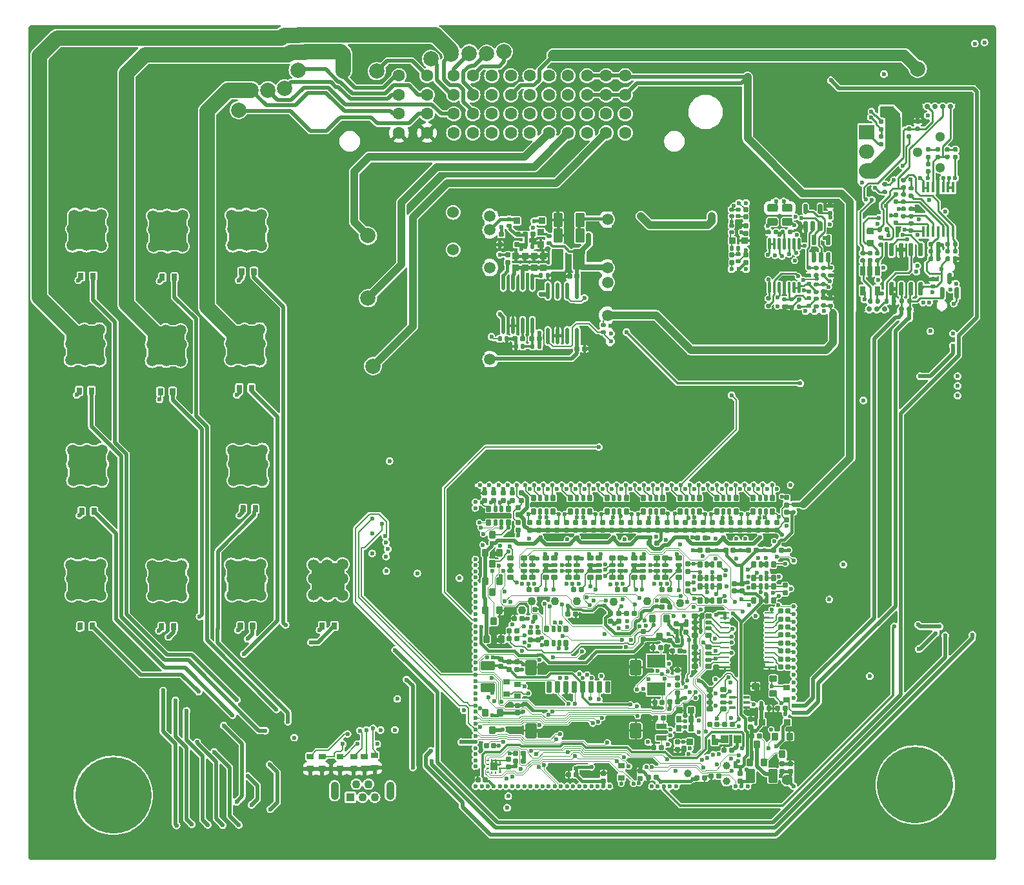
<source format=gbl>
G75*
G70*
%OFA0B0*%
%FSLAX25Y25*%
%IPPOS*%
%LPD*%
%AMOC8*
5,1,8,0,0,1.08239X$1,22.5*
%
%AMM11*
21,1,0.023620,0.018900,0.000000,0.000000,90.000000*
21,1,0.018900,0.023620,0.000000,0.000000,90.000000*
1,1,0.004720,0.009450,0.009450*
1,1,0.004720,0.009450,-0.009450*
1,1,0.004720,-0.009450,-0.009450*
1,1,0.004720,-0.009450,0.009450*
%
%AMM119*
21,1,0.023620,0.018900,0.000000,-0.000000,90.000000*
21,1,0.018900,0.023620,0.000000,-0.000000,90.000000*
1,1,0.004720,0.009450,0.009450*
1,1,0.004720,0.009450,-0.009450*
1,1,0.004720,-0.009450,-0.009450*
1,1,0.004720,-0.009450,0.009450*
%
%AMM12*
21,1,0.019680,0.019680,0.000000,0.000000,0.000000*
21,1,0.015750,0.023620,0.000000,0.000000,0.000000*
1,1,0.003940,0.007870,-0.009840*
1,1,0.003940,-0.007870,-0.009840*
1,1,0.003940,-0.007870,0.009840*
1,1,0.003940,0.007870,0.009840*
%
%AMM120*
21,1,0.019680,0.019680,0.000000,-0.000000,180.000000*
21,1,0.015750,0.023620,0.000000,-0.000000,180.000000*
1,1,0.003940,-0.007870,0.009840*
1,1,0.003940,0.007870,0.009840*
1,1,0.003940,0.007870,-0.009840*
1,1,0.003940,-0.007870,-0.009840*
%
%AMM121*
21,1,0.033470,0.026770,0.000000,-0.000000,180.000000*
21,1,0.026770,0.033470,0.000000,-0.000000,180.000000*
1,1,0.006690,-0.013390,0.013390*
1,1,0.006690,0.013390,0.013390*
1,1,0.006690,0.013390,-0.013390*
1,1,0.006690,-0.013390,-0.013390*
%
%AMM122*
21,1,0.019680,0.019680,0.000000,-0.000000,270.000000*
21,1,0.015750,0.023620,0.000000,-0.000000,270.000000*
1,1,0.003940,-0.009840,-0.007870*
1,1,0.003940,-0.009840,0.007870*
1,1,0.003940,0.009840,0.007870*
1,1,0.003940,0.009840,-0.007870*
%
%AMM13*
21,1,0.019680,0.019680,0.000000,0.000000,270.000000*
21,1,0.015750,0.023620,0.000000,0.000000,270.000000*
1,1,0.003940,-0.009840,-0.007870*
1,1,0.003940,-0.009840,0.007870*
1,1,0.003940,0.009840,0.007870*
1,1,0.003940,0.009840,-0.007870*
%
%AMM135*
21,1,0.027560,0.030710,-0.000000,-0.000000,180.000000*
21,1,0.022050,0.036220,-0.000000,-0.000000,180.000000*
1,1,0.005510,-0.011020,0.015350*
1,1,0.005510,0.011020,0.015350*
1,1,0.005510,0.011020,-0.015350*
1,1,0.005510,-0.011020,-0.015350*
%
%AMM152*
21,1,0.035430,0.030320,-0.000000,-0.000000,0.000000*
21,1,0.028350,0.037400,-0.000000,-0.000000,0.000000*
1,1,0.007090,0.014170,-0.015160*
1,1,0.007090,-0.014170,-0.015160*
1,1,0.007090,-0.014170,0.015160*
1,1,0.007090,0.014170,0.015160*
%
%AMM214*
21,1,0.035430,0.030320,-0.000000,-0.000000,270.000000*
21,1,0.028350,0.037400,-0.000000,-0.000000,270.000000*
1,1,0.007090,-0.015160,-0.014170*
1,1,0.007090,-0.015160,0.014170*
1,1,0.007090,0.015160,0.014170*
1,1,0.007090,0.015160,-0.014170*
%
%AMM220*
21,1,0.027560,0.018900,-0.000000,-0.000000,0.000000*
21,1,0.022840,0.023620,-0.000000,-0.000000,0.000000*
1,1,0.004720,0.011420,-0.009450*
1,1,0.004720,-0.011420,-0.009450*
1,1,0.004720,-0.011420,0.009450*
1,1,0.004720,0.011420,0.009450*
%
%AMM223*
21,1,0.025590,0.026380,-0.000000,-0.000000,270.000000*
21,1,0.020470,0.031500,-0.000000,-0.000000,270.000000*
1,1,0.005120,-0.013190,-0.010240*
1,1,0.005120,-0.013190,0.010240*
1,1,0.005120,0.013190,0.010240*
1,1,0.005120,0.013190,-0.010240*
%
%AMM224*
21,1,0.017720,0.027950,-0.000000,-0.000000,270.000000*
21,1,0.014170,0.031500,-0.000000,-0.000000,270.000000*
1,1,0.003540,-0.013980,-0.007090*
1,1,0.003540,-0.013980,0.007090*
1,1,0.003540,0.013980,0.007090*
1,1,0.003540,0.013980,-0.007090*
%
%AMM226*
21,1,0.012600,0.028980,-0.000000,-0.000000,270.000000*
21,1,0.010080,0.031500,-0.000000,-0.000000,270.000000*
1,1,0.002520,-0.014490,-0.005040*
1,1,0.002520,-0.014490,0.005040*
1,1,0.002520,0.014490,0.005040*
1,1,0.002520,0.014490,-0.005040*
%
%AMM229*
21,1,0.027560,0.018900,-0.000000,-0.000000,270.000000*
21,1,0.022840,0.023620,-0.000000,-0.000000,270.000000*
1,1,0.004720,-0.009450,-0.011420*
1,1,0.004720,-0.009450,0.011420*
1,1,0.004720,0.009450,0.011420*
1,1,0.004720,0.009450,-0.011420*
%
%AMM246*
21,1,0.033470,0.026770,-0.000000,-0.000000,0.000000*
21,1,0.026770,0.033470,-0.000000,-0.000000,0.000000*
1,1,0.006690,0.013390,-0.013390*
1,1,0.006690,-0.013390,-0.013390*
1,1,0.006690,-0.013390,0.013390*
1,1,0.006690,0.013390,0.013390*
%
%AMM247*
21,1,0.035830,0.026770,-0.000000,-0.000000,180.000000*
21,1,0.029130,0.033470,-0.000000,-0.000000,180.000000*
1,1,0.006690,-0.014570,0.013390*
1,1,0.006690,0.014570,0.013390*
1,1,0.006690,0.014570,-0.013390*
1,1,0.006690,-0.014570,-0.013390*
%
%AMM248*
21,1,0.070870,0.036220,-0.000000,-0.000000,180.000000*
21,1,0.061810,0.045280,-0.000000,-0.000000,180.000000*
1,1,0.009060,-0.030910,0.018110*
1,1,0.009060,0.030910,0.018110*
1,1,0.009060,0.030910,-0.018110*
1,1,0.009060,-0.030910,-0.018110*
%
%AMM249*
21,1,0.059060,0.020470,-0.000000,-0.000000,270.000000*
21,1,0.053940,0.025590,-0.000000,-0.000000,270.000000*
1,1,0.005120,-0.010240,-0.026970*
1,1,0.005120,-0.010240,0.026970*
1,1,0.005120,0.010240,0.026970*
1,1,0.005120,0.010240,-0.026970*
%
%AMM250*
21,1,0.078740,0.045670,-0.000000,-0.000000,270.000000*
21,1,0.067320,0.057090,-0.000000,-0.000000,270.000000*
1,1,0.011420,-0.022840,-0.033660*
1,1,0.011420,-0.022840,0.033660*
1,1,0.011420,0.022840,0.033660*
1,1,0.011420,0.022840,-0.033660*
%
%AMM251*
21,1,0.025590,0.026380,-0.000000,-0.000000,180.000000*
21,1,0.020470,0.031500,-0.000000,-0.000000,180.000000*
1,1,0.005120,-0.010240,0.013190*
1,1,0.005120,0.010240,0.013190*
1,1,0.005120,0.010240,-0.013190*
1,1,0.005120,-0.010240,-0.013190*
%
%AMM252*
21,1,0.017720,0.027950,-0.000000,-0.000000,180.000000*
21,1,0.014170,0.031500,-0.000000,-0.000000,180.000000*
1,1,0.003540,-0.007090,0.013980*
1,1,0.003540,0.007090,0.013980*
1,1,0.003540,0.007090,-0.013980*
1,1,0.003540,-0.007090,-0.013980*
%
%AMM253*
21,1,0.027560,0.030710,-0.000000,-0.000000,270.000000*
21,1,0.022050,0.036220,-0.000000,-0.000000,270.000000*
1,1,0.005510,-0.015350,-0.011020*
1,1,0.005510,-0.015350,0.011020*
1,1,0.005510,0.015350,0.011020*
1,1,0.005510,0.015350,-0.011020*
%
%AMM254*
21,1,0.027560,0.049610,-0.000000,-0.000000,90.000000*
21,1,0.022050,0.055120,-0.000000,-0.000000,90.000000*
1,1,0.005510,0.024800,0.011020*
1,1,0.005510,0.024800,-0.011020*
1,1,0.005510,-0.024800,-0.011020*
1,1,0.005510,-0.024800,0.011020*
%
%AMM255*
21,1,0.070870,0.036220,-0.000000,-0.000000,270.000000*
21,1,0.061810,0.045280,-0.000000,-0.000000,270.000000*
1,1,0.009060,-0.018110,-0.030910*
1,1,0.009060,-0.018110,0.030910*
1,1,0.009060,0.018110,0.030910*
1,1,0.009060,0.018110,-0.030910*
%
%AMM27*
21,1,0.106300,0.050390,0.000000,0.000000,90.000000*
21,1,0.093700,0.062990,0.000000,0.000000,90.000000*
1,1,0.012600,0.025200,0.046850*
1,1,0.012600,0.025200,-0.046850*
1,1,0.012600,-0.025200,-0.046850*
1,1,0.012600,-0.025200,0.046850*
%
%AMM28*
21,1,0.033470,0.026770,0.000000,0.000000,270.000000*
21,1,0.026770,0.033470,0.000000,0.000000,270.000000*
1,1,0.006690,-0.013390,-0.013390*
1,1,0.006690,-0.013390,0.013390*
1,1,0.006690,0.013390,0.013390*
1,1,0.006690,0.013390,-0.013390*
%
%AMM29*
21,1,0.023620,0.018900,0.000000,0.000000,180.000000*
21,1,0.018900,0.023620,0.000000,0.000000,180.000000*
1,1,0.004720,-0.009450,0.009450*
1,1,0.004720,0.009450,0.009450*
1,1,0.004720,0.009450,-0.009450*
1,1,0.004720,-0.009450,-0.009450*
%
%AMM30*
21,1,0.122050,0.075590,0.000000,0.000000,180.000000*
21,1,0.103150,0.094490,0.000000,0.000000,180.000000*
1,1,0.018900,-0.051580,0.037800*
1,1,0.018900,0.051580,0.037800*
1,1,0.018900,0.051580,-0.037800*
1,1,0.018900,-0.051580,-0.037800*
%
%AMM31*
21,1,0.118110,0.083460,0.000000,0.000000,0.000000*
21,1,0.097240,0.104330,0.000000,0.000000,0.000000*
1,1,0.020870,0.048620,-0.041730*
1,1,0.020870,-0.048620,-0.041730*
1,1,0.020870,-0.048620,0.041730*
1,1,0.020870,0.048620,0.041730*
%
%AMM6*
21,1,0.035830,0.026770,0.000000,0.000000,0.000000*
21,1,0.029130,0.033470,0.000000,0.000000,0.000000*
1,1,0.006690,0.014570,-0.013390*
1,1,0.006690,-0.014570,-0.013390*
1,1,0.006690,-0.014570,0.013390*
1,1,0.006690,0.014570,0.013390*
%
%AMM8*
21,1,0.070870,0.036220,0.000000,0.000000,90.000000*
21,1,0.061810,0.045280,0.000000,0.000000,90.000000*
1,1,0.009060,0.018110,0.030910*
1,1,0.009060,0.018110,-0.030910*
1,1,0.009060,-0.018110,-0.030910*
1,1,0.009060,-0.018110,0.030910*
%
%ADD115C,0.00984*%
%ADD118M27*%
%ADD119M28*%
%ADD120M29*%
%ADD121O,0.01968X0.08661*%
%ADD122M30*%
%ADD123M31*%
%ADD13C,0.02362*%
%ADD14R,0.24350X0.00984*%
%ADD141O,0.04961X0.00984*%
%ADD15R,0.04390X0.00984*%
%ADD152C,0.05118*%
%ADD16R,0.00984X0.56201*%
%ADD165C,0.03900*%
%ADD17R,0.00984X0.59449*%
%ADD18R,0.20374X0.00984*%
%ADD19R,0.04331X0.04331*%
%ADD20C,0.04331*%
%ADD206C,0.00492*%
%ADD207C,0.05512*%
%ADD21O,0.04331X0.09449*%
%ADD22O,0.04823X0.00787*%
%ADD23O,0.00787X0.36614*%
%ADD237R,0.03937X0.04331*%
%ADD24C,0.06299*%
%ADD241R,0.01968X0.01968*%
%ADD242R,0.09449X0.06693*%
%ADD247R,0.00984X0.01378*%
%ADD248R,0.01378X0.00984*%
%ADD249R,0.01968X0.01176*%
%ADD28R,0.00787X0.09055*%
%ADD289M119*%
%ADD29R,0.00787X0.21260*%
%ADD290M120*%
%ADD291M121*%
%ADD292M122*%
%ADD30R,0.00787X0.33858*%
%ADD309M135*%
%ADD31R,0.00787X0.19685*%
%ADD32R,0.05512X0.00787*%
%ADD324R,0.07874X0.07500*%
%ADD325O,0.07874X0.07500*%
%ADD327R,0.01772X0.05709*%
%ADD328R,0.02559X0.04803*%
%ADD33R,0.19685X0.00787*%
%ADD335M152*%
%ADD34R,0.26772X0.00787*%
%ADD35R,0.17717X0.00787*%
%ADD36R,0.00787X0.06299*%
%ADD37R,0.00787X0.22441*%
%ADD38R,0.00787X0.07874*%
%ADD39C,0.02756*%
%ADD413M214*%
%ADD419M220*%
%ADD42R,0.04331X0.00984*%
%ADD422M223*%
%ADD423M224*%
%ADD425M226*%
%ADD428M229*%
%ADD43R,0.03858X0.00984*%
%ADD445M246*%
%ADD446M247*%
%ADD447M248*%
%ADD448M249*%
%ADD449M250*%
%ADD45R,0.00984X1.08661*%
%ADD450M251*%
%ADD451M252*%
%ADD452M253*%
%ADD453M254*%
%ADD454M255*%
%ADD47R,0.03740X0.00984*%
%ADD48C,0.05906*%
%ADD49O,0.00787X0.12992*%
%ADD50O,0.00787X0.40157*%
%ADD51O,0.00787X0.01181*%
%ADD52O,0.66929X0.00787*%
%ADD53O,0.60630X0.00787*%
%ADD54O,0.00787X0.18898*%
%ADD55O,0.00787X0.10236*%
%ADD56O,0.00787X0.03937*%
%ADD57O,0.00787X0.05906*%
%ADD58C,0.06000*%
%ADD65C,0.39370*%
%ADD66C,0.07874*%
%ADD67C,0.03937*%
%ADD68C,0.01969*%
%ADD69C,0.00787*%
%ADD70C,0.01181*%
%ADD80R,0.24803X0.00984*%
%ADD81R,0.34449X0.00984*%
%ADD83C,0.01968*%
%ADD84C,0.01575*%
%ADD90M6*%
%ADD92M8*%
%ADD95M11*%
%ADD96M12*%
%ADD97M13*%
%ADD98O,0.00787X0.40158*%
%ADD99C,0.03150*%
X0000000Y0000000D02*
%LPD*%
G01*
D13*
X0183953Y0069197D03*
X0182280Y0061972D03*
X0180114Y0070043D03*
X0176669Y0069197D03*
X0173323Y0068902D03*
X0172043Y0061972D03*
X0166925Y0067130D03*
X0164366Y0061972D03*
X0192614Y0085299D03*
X0191433Y0069256D03*
X0408231Y0285629D03*
X0403507Y0285629D03*
X0412956Y0285629D03*
X0417680Y0285629D03*
D14*
X0407178Y0343306D03*
D15*
X0383359Y0343306D03*
D16*
X0418861Y0315698D03*
D17*
X0381657Y0314074D03*
D18*
X0391352Y0284842D03*
D13*
X0392247Y0342420D03*
X0388310Y0342420D03*
D19*
X0168339Y0034362D03*
D20*
X0171488Y0041252D03*
X0174638Y0034362D03*
X0177787Y0041252D03*
X0180937Y0034362D03*
D21*
X0160268Y0037807D03*
X0189008Y0037807D03*
D13*
X0372756Y0307319D03*
D22*
X0364980Y0342358D03*
D23*
X0375118Y0324445D03*
X0362913Y0324445D03*
D13*
X0369016Y0307319D03*
X0365276Y0307319D03*
X0369213Y0341571D03*
X0372756Y0341571D03*
D24*
X0193455Y0407305D03*
X0193455Y0397462D03*
X0193455Y0387620D03*
X0193455Y0377777D03*
X0208022Y0407305D03*
X0208022Y0397462D03*
X0208022Y0387620D03*
X0208022Y0377777D03*
X0221802Y0407305D03*
X0221802Y0397462D03*
X0221802Y0387620D03*
X0221802Y0377777D03*
X0231644Y0407305D03*
X0231644Y0397462D03*
X0231644Y0387620D03*
X0231644Y0377777D03*
X0241487Y0407305D03*
X0241487Y0397462D03*
X0241487Y0387620D03*
X0241487Y0377777D03*
X0251329Y0407305D03*
X0251329Y0397462D03*
X0251329Y0387620D03*
X0251329Y0377777D03*
X0261172Y0407305D03*
X0261172Y0397462D03*
X0261172Y0387620D03*
X0261172Y0377777D03*
X0271014Y0407305D03*
X0271014Y0397462D03*
X0271014Y0387620D03*
X0271014Y0377777D03*
X0280857Y0407305D03*
X0280857Y0397462D03*
X0280857Y0387620D03*
X0280857Y0377777D03*
X0290699Y0407305D03*
X0290699Y0397462D03*
X0290699Y0387620D03*
X0290699Y0377777D03*
X0300542Y0407305D03*
X0300542Y0397462D03*
X0300542Y0387620D03*
X0300542Y0377777D03*
X0310384Y0407305D03*
X0310384Y0397462D03*
X0310384Y0387620D03*
X0310384Y0377777D03*
D13*
X0186850Y0158787D03*
X0179626Y0160461D03*
X0187697Y0162626D03*
X0186850Y0166071D03*
X0186555Y0169417D03*
X0179626Y0170697D03*
X0184783Y0175815D03*
X0179626Y0178374D03*
X0202953Y0150126D03*
X0186909Y0151307D03*
D13*
X0233091Y0050413D03*
X0233091Y0053563D03*
X0233091Y0056713D03*
X0233091Y0059862D03*
X0233091Y0063012D03*
X0233091Y0066161D03*
X0233091Y0069311D03*
X0233091Y0072461D03*
X0233091Y0075610D03*
X0233091Y0078760D03*
X0233091Y0081909D03*
X0233091Y0085059D03*
X0233091Y0088209D03*
X0233091Y0091358D03*
X0233091Y0094508D03*
X0233091Y0097657D03*
X0233091Y0100807D03*
X0233091Y0103957D03*
X0233091Y0107106D03*
X0233091Y0110256D03*
X0233091Y0113406D03*
X0233091Y0116555D03*
X0233091Y0119705D03*
X0233091Y0122854D03*
X0233091Y0126004D03*
X0233091Y0129154D03*
X0233091Y0132303D03*
X0233091Y0135453D03*
X0233091Y0138602D03*
X0233091Y0141752D03*
X0233091Y0144902D03*
X0233091Y0148051D03*
X0233091Y0151201D03*
X0233091Y0154350D03*
X0233091Y0157500D03*
X0233091Y0183878D03*
X0233091Y0187028D03*
D28*
X0398051Y0192343D03*
D29*
X0398051Y0169311D03*
D30*
X0398051Y0059075D03*
D31*
X0398051Y0144902D03*
D32*
X0390965Y0196476D03*
D33*
X0385453Y0039390D03*
D34*
X0351988Y0039390D03*
D35*
X0313209Y0039390D03*
D36*
X0232303Y0045295D03*
D37*
X0232303Y0170689D03*
D38*
X0232303Y0192933D03*
D13*
X0233091Y0040177D03*
X0236240Y0040177D03*
X0239390Y0040177D03*
X0242539Y0040177D03*
X0245689Y0040177D03*
X0248839Y0040177D03*
X0251988Y0040177D03*
X0255138Y0040177D03*
X0258287Y0040177D03*
X0261437Y0040177D03*
X0264587Y0040177D03*
X0267736Y0040177D03*
X0270886Y0040177D03*
X0274035Y0040177D03*
X0277185Y0040177D03*
X0280335Y0040177D03*
X0283484Y0040177D03*
X0286634Y0040177D03*
X0289783Y0040177D03*
X0292933Y0040177D03*
X0296083Y0040177D03*
X0299232Y0040177D03*
X0302382Y0040177D03*
X0324035Y0040177D03*
X0327185Y0040177D03*
X0330335Y0040177D03*
X0333484Y0040177D03*
X0336634Y0040177D03*
X0367343Y0040177D03*
X0370492Y0040177D03*
X0373642Y0040177D03*
X0397264Y0040177D03*
X0235453Y0195689D03*
X0240177Y0195689D03*
X0244902Y0195689D03*
X0249626Y0195689D03*
X0254350Y0195689D03*
X0258681Y0195689D03*
X0263405Y0195689D03*
X0268130Y0195689D03*
X0272854Y0195689D03*
X0277579Y0195689D03*
X0282303Y0195689D03*
X0287028Y0195689D03*
X0291752Y0195689D03*
X0296476Y0195689D03*
X0301201Y0195689D03*
X0305925Y0195689D03*
X0310650Y0195689D03*
X0315374Y0195689D03*
X0320098Y0195689D03*
X0324823Y0195689D03*
X0329547Y0195689D03*
X0334272Y0195689D03*
X0338996Y0195689D03*
X0343720Y0195689D03*
X0348445Y0195689D03*
X0353169Y0195689D03*
X0357894Y0195689D03*
X0362618Y0195689D03*
X0367343Y0195689D03*
X0372067Y0195689D03*
X0376791Y0195689D03*
X0381516Y0195689D03*
X0386240Y0195689D03*
X0395689Y0195689D03*
X0397264Y0185846D03*
X0397264Y0181909D03*
X0397264Y0156713D03*
X0397264Y0133091D03*
X0397264Y0129154D03*
X0397264Y0125217D03*
X0397264Y0121280D03*
X0397264Y0117343D03*
X0397264Y0113406D03*
X0397264Y0109469D03*
X0397264Y0105532D03*
X0397264Y0101595D03*
X0397264Y0097657D03*
X0397264Y0093720D03*
X0397264Y0089783D03*
X0397264Y0085846D03*
X0397264Y0081909D03*
X0397264Y0077972D03*
D39*
X0478311Y0391390D03*
X0466500Y0391390D03*
X0470437Y0391390D03*
X0474374Y0391390D03*
D42*
X0431657Y0285189D03*
D43*
X0448744Y0285189D03*
D80*
X0472209Y0285189D03*
D45*
X0429984Y0339028D03*
X0484118Y0339028D03*
D81*
X0446717Y0392866D03*
D47*
X0482740Y0392866D03*
D39*
X0440319Y0286700D03*
X0444256Y0286700D03*
X0457232Y0286700D03*
X0453232Y0286700D03*
X0436382Y0286700D03*
D48*
X0301300Y0333160D03*
X0301300Y0307963D03*
X0301300Y0300483D03*
X0301300Y0283554D03*
D13*
X0303072Y0274105D03*
X0303072Y0270168D03*
D49*
X0237718Y0318002D03*
D50*
X0237718Y0284538D03*
D51*
X0237718Y0256585D03*
D52*
X0270788Y0256388D03*
D53*
X0273938Y0337491D03*
D48*
X0301300Y0258947D03*
D51*
X0303859Y0337294D03*
D54*
X0303859Y0320758D03*
D55*
X0303859Y0291821D03*
D56*
X0303859Y0278042D03*
D57*
X0303859Y0265050D03*
D48*
X0240277Y0334931D03*
X0240277Y0327648D03*
X0240277Y0308160D03*
X0240277Y0260719D03*
D58*
X0221539Y0336697D03*
X0221539Y0317405D03*
D13*
X0470770Y0119219D03*
X0472837Y0122663D03*
X0475790Y0118037D03*
X0489766Y0118333D03*
G36*
G01*
X0068930Y0242500D02*
X0068930Y0245571D01*
G75*
G02*
X0069206Y0245847I0000276J0000000D01*
G01*
X0071411Y0245847D01*
G75*
G02*
X0071686Y0245571I0000000J-000276D01*
G01*
X0071686Y0242500D01*
G75*
G02*
X0071411Y0242225I-000276J0000000D01*
G01*
X0069206Y0242225D01*
G75*
G02*
X0068930Y0242500I0000000J0000276D01*
G01*
G37*
G36*
G01*
X0075229Y0242500D02*
X0075229Y0245571D01*
G75*
G02*
X0075505Y0245847I0000276J0000000D01*
G01*
X0077710Y0245847D01*
G75*
G02*
X0077985Y0245571I0000000J-000276D01*
G01*
X0077985Y0242500D01*
G75*
G02*
X0077710Y0242225I-000276J0000000D01*
G01*
X0075505Y0242225D01*
G75*
G02*
X0075229Y0242500I0000000J0000276D01*
G01*
G37*
G36*
G01*
X0161516Y0056917D02*
X0164587Y0056917D01*
G75*
G02*
X0164862Y0056642I0000000J-000276D01*
G01*
X0164862Y0054437D01*
G75*
G02*
X0164587Y0054161I-000276J0000000D01*
G01*
X0161516Y0054161D01*
G75*
G02*
X0161240Y0054437I0000000J0000276D01*
G01*
X0161240Y0056642D01*
G75*
G02*
X0161516Y0056917I0000276J0000000D01*
G01*
G37*
G36*
G01*
X0161516Y0050618D02*
X0164587Y0050618D01*
G75*
G02*
X0164862Y0050343I0000000J-000276D01*
G01*
X0164862Y0048138D01*
G75*
G02*
X0164587Y0047862I-000276J0000000D01*
G01*
X0161516Y0047862D01*
G75*
G02*
X0161240Y0048138I0000000J0000276D01*
G01*
X0161240Y0050343D01*
G75*
G02*
X0161516Y0050618I0000276J0000000D01*
G01*
G37*
G36*
G01*
X0069764Y0301732D02*
X0069764Y0304803D01*
G75*
G02*
X0070039Y0305079I0000276J0000000D01*
G01*
X0072244Y0305079D01*
G75*
G02*
X0072520Y0304803I0000000J-000276D01*
G01*
X0072520Y0301732D01*
G75*
G02*
X0072244Y0301457I-000276J0000000D01*
G01*
X0070039Y0301457D01*
G75*
G02*
X0069764Y0301732I0000000J0000276D01*
G01*
G37*
G36*
G01*
X0076063Y0301732D02*
X0076063Y0304803D01*
G75*
G02*
X0076339Y0305079I0000276J0000000D01*
G01*
X0078543Y0305079D01*
G75*
G02*
X0078819Y0304803I0000000J-000276D01*
G01*
X0078819Y0301732D01*
G75*
G02*
X0078543Y0301457I-000276J0000000D01*
G01*
X0076339Y0301457D01*
G75*
G02*
X0076063Y0301732I0000000J0000276D01*
G01*
G37*
G36*
G01*
X0026962Y0242886D02*
X0026962Y0245957D01*
G75*
G02*
X0027237Y0246232I0000276J0000000D01*
G01*
X0029442Y0246232D01*
G75*
G02*
X0029718Y0245957I0000000J-000276D01*
G01*
X0029718Y0242886D01*
G75*
G02*
X0029442Y0242610I-000276J0000000D01*
G01*
X0027237Y0242610D01*
G75*
G02*
X0026962Y0242886I0000000J0000276D01*
G01*
G37*
G36*
G01*
X0033261Y0242886D02*
X0033261Y0245957D01*
G75*
G02*
X0033537Y0246232I0000276J0000000D01*
G01*
X0035741Y0246232D01*
G75*
G02*
X0036017Y0245957I0000000J-000276D01*
G01*
X0036017Y0242886D01*
G75*
G02*
X0035741Y0242610I-000276J0000000D01*
G01*
X0033537Y0242610D01*
G75*
G02*
X0033261Y0242886I0000000J0000276D01*
G01*
G37*
G36*
G01*
X0174130Y0056917D02*
X0177201Y0056917D01*
G75*
G02*
X0177476Y0056642I0000000J-000276D01*
G01*
X0177476Y0054437D01*
G75*
G02*
X0177201Y0054161I-000276J0000000D01*
G01*
X0174130Y0054161D01*
G75*
G02*
X0173854Y0054437I0000000J0000276D01*
G01*
X0173854Y0056642D01*
G75*
G02*
X0174130Y0056917I0000276J0000000D01*
G01*
G37*
G36*
G01*
X0174130Y0050618D02*
X0177201Y0050618D01*
G75*
G02*
X0177476Y0050343I0000000J-000276D01*
G01*
X0177476Y0048138D01*
G75*
G02*
X0177201Y0047862I-000276J0000000D01*
G01*
X0174130Y0047862D01*
G75*
G02*
X0173854Y0048138I0000000J0000276D01*
G01*
X0173854Y0050343D01*
G75*
G02*
X0174130Y0050618I0000276J0000000D01*
G01*
G37*
G36*
G01*
X0110850Y0304524D02*
X0110850Y0307594D01*
G75*
G02*
X0111126Y0307870I0000276J0000000D01*
G01*
X0113331Y0307870D01*
G75*
G02*
X0113606Y0307594I0000000J-000276D01*
G01*
X0113606Y0304524D01*
G75*
G02*
X0113331Y0304248I-000276J0000000D01*
G01*
X0111126Y0304248D01*
G75*
G02*
X0110850Y0304524I0000000J0000276D01*
G01*
G37*
G36*
G01*
X0117150Y0304524D02*
X0117150Y0307594D01*
G75*
G02*
X0117425Y0307870I0000276J0000000D01*
G01*
X0119630Y0307870D01*
G75*
G02*
X0119906Y0307594I0000000J-000276D01*
G01*
X0119906Y0304524D01*
G75*
G02*
X0119630Y0304248I-000276J0000000D01*
G01*
X0117425Y0304248D01*
G75*
G02*
X0117150Y0304524I0000000J0000276D01*
G01*
G37*
G36*
G01*
X0152441Y0121457D02*
X0152441Y0124528D01*
G75*
G02*
X0152717Y0124803I0000276J0000000D01*
G01*
X0154921Y0124803D01*
G75*
G02*
X0155197Y0124528I0000000J-000276D01*
G01*
X0155197Y0121457D01*
G75*
G02*
X0154921Y0121181I-000276J0000000D01*
G01*
X0152717Y0121181D01*
G75*
G02*
X0152441Y0121457I0000000J0000276D01*
G01*
G37*
G36*
G01*
X0158740Y0121457D02*
X0158740Y0124528D01*
G75*
G02*
X0159016Y0124803I0000276J0000000D01*
G01*
X0161220Y0124803D01*
G75*
G02*
X0161496Y0124528I0000000J-000276D01*
G01*
X0161496Y0121457D01*
G75*
G02*
X0161220Y0121181I-000276J0000000D01*
G01*
X0159016Y0121181D01*
G75*
G02*
X0158740Y0121457I0000000J0000276D01*
G01*
G37*
G36*
G01*
X0146165Y0056917D02*
X0149236Y0056917D01*
G75*
G02*
X0149512Y0056642I0000000J-000276D01*
G01*
X0149512Y0054437D01*
G75*
G02*
X0149236Y0054161I-000276J0000000D01*
G01*
X0146165Y0054161D01*
G75*
G02*
X0145890Y0054437I0000000J0000276D01*
G01*
X0145890Y0056642D01*
G75*
G02*
X0146165Y0056917I0000276J0000000D01*
G01*
G37*
G36*
G01*
X0146165Y0050618D02*
X0149236Y0050618D01*
G75*
G02*
X0149512Y0050343I0000000J-000276D01*
G01*
X0149512Y0048138D01*
G75*
G02*
X0149236Y0047862I-000276J0000000D01*
G01*
X0146165Y0047862D01*
G75*
G02*
X0145890Y0048138I0000000J0000276D01*
G01*
X0145890Y0050343D01*
G75*
G02*
X0146165Y0050618I0000276J0000000D01*
G01*
G37*
G36*
G01*
X0111602Y0182016D02*
X0111602Y0185087D01*
G75*
G02*
X0111878Y0185362I0000276J0000000D01*
G01*
X0114083Y0185362D01*
G75*
G02*
X0114358Y0185087I0000000J-000276D01*
G01*
X0114358Y0182016D01*
G75*
G02*
X0114083Y0181740I-000276J0000000D01*
G01*
X0111878Y0181740D01*
G75*
G02*
X0111602Y0182016I0000000J0000276D01*
G01*
G37*
G36*
G01*
X0117902Y0182016D02*
X0117902Y0185087D01*
G75*
G02*
X0118177Y0185362I0000276J0000000D01*
G01*
X0120382Y0185362D01*
G75*
G02*
X0120657Y0185087I0000000J-000276D01*
G01*
X0120657Y0182016D01*
G75*
G02*
X0120382Y0181740I-000276J0000000D01*
G01*
X0118177Y0181740D01*
G75*
G02*
X0117902Y0182016I0000000J0000276D01*
G01*
G37*
G36*
G01*
X0152236Y0056917D02*
X0155307Y0056917D01*
G75*
G02*
X0155583Y0056642I0000000J-000276D01*
G01*
X0155583Y0054437D01*
G75*
G02*
X0155307Y0054161I-000276J0000000D01*
G01*
X0152236Y0054161D01*
G75*
G02*
X0151961Y0054437I0000000J0000276D01*
G01*
X0151961Y0056642D01*
G75*
G02*
X0152236Y0056917I0000276J0000000D01*
G01*
G37*
G36*
G01*
X0152236Y0050618D02*
X0155307Y0050618D01*
G75*
G02*
X0155583Y0050343I0000000J-000276D01*
G01*
X0155583Y0048138D01*
G75*
G02*
X0155307Y0047862I-000276J0000000D01*
G01*
X0152236Y0047862D01*
G75*
G02*
X0151961Y0048138I0000000J0000276D01*
G01*
X0151961Y0050343D01*
G75*
G02*
X0152236Y0050618I0000276J0000000D01*
G01*
G37*
G36*
G01*
X0069409Y0120984D02*
X0069409Y0124055D01*
G75*
G02*
X0069685Y0124331I0000276J0000000D01*
G01*
X0071890Y0124331D01*
G75*
G02*
X0072165Y0124055I0000000J-000276D01*
G01*
X0072165Y0120984D01*
G75*
G02*
X0071890Y0120709I-000276J0000000D01*
G01*
X0069685Y0120709D01*
G75*
G02*
X0069409Y0120984I0000000J0000276D01*
G01*
G37*
G36*
G01*
X0075709Y0120984D02*
X0075709Y0124055D01*
G75*
G02*
X0075984Y0124331I0000276J0000000D01*
G01*
X0078189Y0124331D01*
G75*
G02*
X0078465Y0124055I0000000J-000276D01*
G01*
X0078465Y0120984D01*
G75*
G02*
X0078189Y0120709I-000276J0000000D01*
G01*
X0075984Y0120709D01*
G75*
G02*
X0075709Y0120984I0000000J0000276D01*
G01*
G37*
G36*
G01*
X0110197Y0121378D02*
X0110197Y0124449D01*
G75*
G02*
X0110472Y0124724I0000276J0000000D01*
G01*
X0112677Y0124724D01*
G75*
G02*
X0112953Y0124449I0000000J-000276D01*
G01*
X0112953Y0121378D01*
G75*
G02*
X0112677Y0121102I-000276J0000000D01*
G01*
X0110472Y0121102D01*
G75*
G02*
X0110197Y0121378I0000000J0000276D01*
G01*
G37*
G36*
G01*
X0116496Y0121378D02*
X0116496Y0124449D01*
G75*
G02*
X0116772Y0124724I0000276J0000000D01*
G01*
X0118976Y0124724D01*
G75*
G02*
X0119252Y0124449I0000000J-000276D01*
G01*
X0119252Y0121378D01*
G75*
G02*
X0118976Y0121102I-000276J0000000D01*
G01*
X0116772Y0121102D01*
G75*
G02*
X0116496Y0121378I0000000J0000276D01*
G01*
G37*
G36*
G01*
X0027795Y0302126D02*
X0027795Y0305197D01*
G75*
G02*
X0028071Y0305472I0000276J0000000D01*
G01*
X0030276Y0305472D01*
G75*
G02*
X0030551Y0305197I0000000J-000276D01*
G01*
X0030551Y0302126D01*
G75*
G02*
X0030276Y0301850I-000276J0000000D01*
G01*
X0028071Y0301850D01*
G75*
G02*
X0027795Y0302126I0000000J0000276D01*
G01*
G37*
G36*
G01*
X0034094Y0302126D02*
X0034094Y0305197D01*
G75*
G02*
X0034370Y0305472I0000276J0000000D01*
G01*
X0036575Y0305472D01*
G75*
G02*
X0036850Y0305197I0000000J-000276D01*
G01*
X0036850Y0302126D01*
G75*
G02*
X0036575Y0301850I-000276J0000000D01*
G01*
X0034370Y0301850D01*
G75*
G02*
X0034094Y0302126I0000000J0000276D01*
G01*
G37*
G36*
G01*
X0179402Y0057516D02*
X0182472Y0057516D01*
G75*
G02*
X0182748Y0057240I0000000J-000276D01*
G01*
X0182748Y0055035D01*
G75*
G02*
X0182472Y0054760I-000276J0000000D01*
G01*
X0179402Y0054760D01*
G75*
G02*
X0179126Y0055035I0000000J0000276D01*
G01*
X0179126Y0057240D01*
G75*
G02*
X0179402Y0057516I0000276J0000000D01*
G01*
G37*
G36*
G01*
X0179402Y0051217D02*
X0182472Y0051217D01*
G75*
G02*
X0182748Y0050941I0000000J-000276D01*
G01*
X0182748Y0048736D01*
G75*
G02*
X0182472Y0048461I-000276J0000000D01*
G01*
X0179402Y0048461D01*
G75*
G02*
X0179126Y0048736I0000000J0000276D01*
G01*
X0179126Y0050941D01*
G75*
G02*
X0179402Y0051217I0000276J0000000D01*
G01*
G37*
G36*
G01*
X0028274Y0180618D02*
X0028274Y0183689D01*
G75*
G02*
X0028550Y0183965I0000276J0000000D01*
G01*
X0030755Y0183965D01*
G75*
G02*
X0031030Y0183689I0000000J-000276D01*
G01*
X0031030Y0180618D01*
G75*
G02*
X0030755Y0180343I-000276J0000000D01*
G01*
X0028550Y0180343D01*
G75*
G02*
X0028274Y0180618I0000000J0000276D01*
G01*
G37*
G36*
G01*
X0034574Y0180618D02*
X0034574Y0183689D01*
G75*
G02*
X0034849Y0183965I0000276J0000000D01*
G01*
X0037054Y0183965D01*
G75*
G02*
X0037330Y0183689I0000000J-000276D01*
G01*
X0037330Y0180618D01*
G75*
G02*
X0037054Y0180343I-000276J0000000D01*
G01*
X0034849Y0180343D01*
G75*
G02*
X0034574Y0180618I0000000J0000276D01*
G01*
G37*
G36*
G01*
X0168591Y0056917D02*
X0171661Y0056917D01*
G75*
G02*
X0171937Y0056642I0000000J-000276D01*
G01*
X0171937Y0054437D01*
G75*
G02*
X0171661Y0054161I-000276J0000000D01*
G01*
X0168591Y0054161D01*
G75*
G02*
X0168315Y0054437I0000000J0000276D01*
G01*
X0168315Y0056642D01*
G75*
G02*
X0168591Y0056917I0000276J0000000D01*
G01*
G37*
G36*
G01*
X0168591Y0050618D02*
X0171661Y0050618D01*
G75*
G02*
X0171937Y0050343I0000000J-000276D01*
G01*
X0171937Y0048138D01*
G75*
G02*
X0171661Y0047862I-000276J0000000D01*
G01*
X0168591Y0047862D01*
G75*
G02*
X0168315Y0048138I0000000J0000276D01*
G01*
X0168315Y0050343D01*
G75*
G02*
X0168591Y0050618I0000276J0000000D01*
G01*
G37*
G36*
G01*
X0027441Y0121378D02*
X0027441Y0124449D01*
G75*
G02*
X0027717Y0124724I0000276J0000000D01*
G01*
X0029921Y0124724D01*
G75*
G02*
X0030197Y0124449I0000000J-000276D01*
G01*
X0030197Y0121378D01*
G75*
G02*
X0029921Y0121102I-000276J0000000D01*
G01*
X0027717Y0121102D01*
G75*
G02*
X0027441Y0121378I0000000J0000276D01*
G01*
G37*
G36*
G01*
X0033740Y0121378D02*
X0033740Y0124449D01*
G75*
G02*
X0034016Y0124724I0000276J0000000D01*
G01*
X0036220Y0124724D01*
G75*
G02*
X0036496Y0124449I0000000J-000276D01*
G01*
X0036496Y0121378D01*
G75*
G02*
X0036220Y0121102I-000276J0000000D01*
G01*
X0034016Y0121102D01*
G75*
G02*
X0033740Y0121378I0000000J0000276D01*
G01*
G37*
G36*
G01*
X0109673Y0244252D02*
X0109673Y0247323D01*
G75*
G02*
X0109949Y0247598I0000276J0000000D01*
G01*
X0112154Y0247598D01*
G75*
G02*
X0112429Y0247323I0000000J-000276D01*
G01*
X0112429Y0244252D01*
G75*
G02*
X0112154Y0243976I-000276J0000000D01*
G01*
X0109949Y0243976D01*
G75*
G02*
X0109673Y0244252I0000000J0000276D01*
G01*
G37*
G36*
G01*
X0115972Y0244252D02*
X0115972Y0247323D01*
G75*
G02*
X0116248Y0247598I0000276J0000000D01*
G01*
X0118453Y0247598D01*
G75*
G02*
X0118728Y0247323I0000000J-000276D01*
G01*
X0118728Y0244252D01*
G75*
G02*
X0118453Y0243976I-000276J0000000D01*
G01*
X0116248Y0243976D01*
G75*
G02*
X0115972Y0244252I0000000J0000276D01*
G01*
G37*
D65*
X0460173Y0040834D03*
X0045925Y0035505D03*
D13*
X0226972Y0079390D03*
X0225681Y0063012D03*
D48*
X0164409Y0147402D03*
X0156811Y0147717D03*
X0149488Y0147480D03*
X0149488Y0154528D03*
D66*
X0110709Y0389528D03*
D48*
X0149488Y0138976D03*
X0156457Y0154606D03*
X0164252Y0154724D03*
X0164252Y0138898D03*
X0156772Y0139016D03*
D13*
X0444016Y0408138D03*
D67*
X0155327Y0248260D03*
D66*
X0150732Y0357185D03*
X0025890Y0290539D03*
X0416445Y0368480D03*
D13*
X0401087Y0059205D03*
D67*
X0152701Y0315665D03*
D66*
X0393500Y0398299D03*
X0472335Y0206657D03*
X0013398Y0043866D03*
X0116488Y0228661D03*
D13*
X0229787Y0045276D03*
D66*
X0024614Y0229850D03*
D13*
X0385693Y0035929D03*
D66*
X0071902Y0175004D03*
X0480961Y0087043D03*
D13*
X0462591Y0257043D03*
X0446358Y0254217D03*
X0488713Y0273378D03*
X0486429Y0329437D03*
D66*
X0083063Y0353272D03*
X0389142Y0219705D03*
D13*
X0312941Y0036996D03*
D66*
X0166413Y0102311D03*
D67*
X0152701Y0283402D03*
D13*
X0458445Y0275614D03*
X0469768Y0281606D03*
X0234402Y0317626D03*
D66*
X0134425Y0111677D03*
X0116618Y0289209D03*
D13*
X0308220Y0322055D03*
D66*
X0072016Y0222598D03*
X0313016Y0247248D03*
X0070398Y0288197D03*
X0019118Y0356083D03*
D13*
X0261508Y0241636D03*
X0396157Y0345736D03*
D66*
X0011441Y0108244D03*
D13*
X0423090Y0154740D03*
X0365276Y0242264D03*
D48*
X0080741Y0275760D03*
X0080741Y0259933D03*
D66*
X0164674Y0409814D03*
D48*
X0065977Y0268516D03*
X0073261Y0260051D03*
X0080899Y0268437D03*
X0072946Y0275642D03*
X0073300Y0268752D03*
X0065977Y0260012D03*
X0065584Y0275642D03*
X0106850Y0154528D03*
X0122008Y0154646D03*
X0114213Y0154528D03*
X0107244Y0138898D03*
X0114528Y0138937D03*
X0107244Y0147402D03*
X0114567Y0147638D03*
X0122008Y0138819D03*
D66*
X0141255Y0410236D03*
D48*
X0122165Y0147323D03*
X0081575Y0335000D03*
X0081732Y0327677D03*
X0073780Y0334882D03*
X0066811Y0327756D03*
D66*
X0210000Y0415984D03*
D48*
X0066811Y0319252D03*
X0066417Y0334882D03*
X0074094Y0319291D03*
X0081575Y0319173D03*
X0074134Y0327992D03*
X0024488Y0147402D03*
X0031811Y0147638D03*
D66*
X0229808Y0418924D03*
D48*
X0024094Y0154528D03*
X0031457Y0154528D03*
X0039252Y0138819D03*
X0039252Y0154646D03*
X0024488Y0138898D03*
X0031772Y0138937D03*
X0039409Y0147323D03*
X0115361Y0198177D03*
X0115046Y0213768D03*
X0107684Y0213768D03*
X0108078Y0198138D03*
X0108078Y0206642D03*
X0122841Y0198059D03*
X0122999Y0206563D03*
X0115400Y0206878D03*
D66*
X0125748Y0399799D03*
D48*
X0122841Y0213886D03*
D13*
X0139437Y0065272D03*
D48*
X0038773Y0276154D03*
X0038773Y0260327D03*
X0031292Y0260445D03*
X0024009Y0268909D03*
X0031332Y0269146D03*
X0024009Y0260406D03*
X0038930Y0268831D03*
X0030977Y0276035D03*
X0023615Y0276035D03*
D66*
X0220510Y0418504D03*
D48*
X0024928Y0213768D03*
X0032290Y0213768D03*
X0025322Y0198138D03*
D66*
X0238867Y0418661D03*
D48*
X0040086Y0213886D03*
X0040086Y0198059D03*
X0039889Y0206563D03*
X0025322Y0206642D03*
X0032645Y0206878D03*
X0032605Y0198177D03*
D13*
X0028528Y0121856D03*
X0027881Y0301602D03*
X0069849Y0301209D03*
X0028360Y0180094D03*
X0027047Y0242362D03*
X0071606Y0089626D03*
X0078591Y0019878D03*
X0069819Y0239945D03*
X0110282Y0120854D03*
X0152526Y0120933D03*
X0111116Y0180094D03*
X0086437Y0020465D03*
X0077933Y0084512D03*
X0124512Y0068902D03*
X0107543Y0076834D03*
X0109707Y0084774D03*
X0136165Y0073528D03*
X0089976Y0089039D03*
X0130228Y0079787D03*
X0094736Y0020189D03*
X0083807Y0079126D03*
X0148087Y0114512D03*
X0113447Y0108447D03*
X0089244Y0062969D03*
X0102433Y0020059D03*
X0461913Y0111035D03*
X0433472Y0239476D03*
X0436663Y0097085D03*
X0249945Y0035008D03*
X0296745Y0215435D03*
X0224791Y0147732D03*
X0482079Y0247043D03*
X0479681Y0267904D03*
X0462591Y0252043D03*
X0482079Y0242043D03*
X0126665Y0051374D03*
X0090500Y0127815D03*
X0126969Y0028260D03*
X0102969Y0071492D03*
X0134937Y0123465D03*
X0109635Y0032083D03*
X0482079Y0252043D03*
X0197449Y0095268D03*
X0461787Y0123630D03*
X0249346Y0029016D03*
X0415886Y0136701D03*
X0200671Y0049848D03*
X0310957Y0274831D03*
X0449378Y0122720D03*
X0400858Y0248327D03*
X0074425Y0117276D03*
X0115445Y0045378D03*
X0117308Y0030480D03*
X0110831Y0020154D03*
X0115364Y0116348D03*
X0098016Y0057803D03*
X0467953Y0275293D03*
X0479681Y0274104D03*
X0355177Y0334894D03*
X0318524Y0334756D03*
X0069495Y0120461D03*
X0110637Y0301602D03*
X0109803Y0242362D03*
X0210394Y0053165D03*
X0210008Y0058465D03*
X0495949Y0424480D03*
D67*
X0273488Y0417858D03*
D66*
X0461495Y0410920D03*
X0247713Y0419681D03*
D48*
X0024843Y0319646D03*
X0024843Y0328150D03*
X0039606Y0335394D03*
X0025860Y0335276D03*
X0039606Y0319567D03*
X0031811Y0335276D03*
X0032126Y0319685D03*
X0032165Y0328386D03*
X0039764Y0328071D03*
X0073425Y0154134D03*
X0073740Y0138543D03*
X0073780Y0147244D03*
X0081220Y0154252D03*
X0081378Y0146929D03*
X0081220Y0138425D03*
X0066457Y0138504D03*
D66*
X0182006Y0409685D03*
D48*
X0066063Y0154134D03*
X0066457Y0147008D03*
X0114921Y0328386D03*
X0107205Y0335276D03*
D66*
X0134409Y0400771D03*
D48*
X0107598Y0328150D03*
X0114882Y0319685D03*
X0114567Y0335276D03*
X0122520Y0328071D03*
X0107598Y0319646D03*
X0122362Y0335394D03*
X0122362Y0319567D03*
X0113733Y0276035D03*
X0121529Y0260327D03*
X0121529Y0276154D03*
X0121686Y0268831D03*
D66*
X0117087Y0399882D03*
D48*
X0106765Y0268909D03*
X0106765Y0260406D03*
X0114048Y0260445D03*
X0114088Y0269146D03*
X0106371Y0276035D03*
D13*
X0490957Y0423925D03*
D66*
X0180130Y0257236D03*
X0177504Y0324642D03*
D13*
X0191549Y0110486D03*
X0416594Y0404976D03*
X0188642Y0208161D03*
D66*
X0177504Y0292378D03*
D68*
X0225681Y0063012D02*
X0233091Y0063012D01*
X0164252Y0147559D02*
X0164409Y0147402D01*
X0198647Y0382698D02*
X0182262Y0382698D01*
X0156811Y0147717D02*
X0164094Y0147717D01*
X0110984Y0389252D02*
X0110709Y0389528D01*
X0156811Y0147717D02*
X0149724Y0147717D01*
X0164409Y0147402D02*
X0164409Y0139055D01*
X0149488Y0138976D02*
X0156732Y0138976D01*
X0208022Y0387620D02*
X0203568Y0387620D01*
X0182262Y0382698D02*
X0179094Y0385866D01*
X0179094Y0385866D02*
X0163504Y0385866D01*
X0156772Y0139016D02*
X0156772Y0147677D01*
X0156457Y0154606D02*
X0149567Y0154606D01*
X0156457Y0154606D02*
X0164134Y0154606D01*
X0149567Y0154606D02*
X0149488Y0154528D01*
X0147843Y0378761D02*
X0137352Y0389252D01*
X0156811Y0147717D02*
X0156811Y0154252D01*
X0163150Y0385512D02*
X0162756Y0385512D01*
X0156006Y0378761D02*
X0147843Y0378761D01*
X0149488Y0147480D02*
X0149488Y0154528D01*
X0164252Y0138898D02*
X0156890Y0138898D01*
X0156811Y0154252D02*
X0156457Y0154606D01*
X0203568Y0387620D02*
X0198647Y0382698D01*
X0164252Y0154724D02*
X0164252Y0147559D01*
X0137352Y0389252D02*
X0110984Y0389252D01*
X0164409Y0139055D02*
X0164252Y0138898D01*
X0156890Y0138898D02*
X0156772Y0139016D01*
X0163504Y0385866D02*
X0163150Y0385512D01*
X0162756Y0385512D02*
X0156006Y0378761D01*
X0156772Y0147677D02*
X0156811Y0147717D01*
X0156732Y0138976D02*
X0156772Y0139016D01*
X0149724Y0147717D02*
X0149488Y0147480D01*
X0149488Y0154528D02*
X0149488Y0154528D01*
X0149488Y0147480D02*
X0149488Y0138976D01*
X0164134Y0154606D02*
X0164252Y0154724D01*
X0164094Y0147717D02*
X0164409Y0147402D01*
D67*
X0414146Y0265606D02*
X0417843Y0269303D01*
X0301300Y0283554D02*
X0326289Y0283554D01*
X0417843Y0269303D02*
X0417843Y0284350D01*
X0326289Y0283554D02*
X0344236Y0265606D01*
X0344236Y0265606D02*
X0414146Y0265606D01*
D69*
X0367783Y0239756D02*
X0367783Y0224476D01*
X0367783Y0224476D02*
X0338996Y0195689D01*
X0365276Y0242264D02*
X0367783Y0239756D01*
D66*
X0163504Y0419724D02*
X0164674Y0418555D01*
D67*
X0073379Y0259933D02*
X0073261Y0260051D01*
X0072946Y0275642D02*
X0072946Y0275642D01*
X0080623Y0275642D02*
X0072946Y0275642D01*
X0066214Y0268752D02*
X0065977Y0268516D01*
D66*
X0073300Y0268752D02*
X0052677Y0289375D01*
D67*
X0073261Y0268713D02*
X0073300Y0268752D01*
D68*
X0170787Y0400984D02*
X0185394Y0400984D01*
D67*
X0080741Y0275760D02*
X0080623Y0275642D01*
D66*
X0052677Y0289375D02*
X0052677Y0408543D01*
X0145095Y0419724D02*
X0163504Y0419724D01*
D67*
X0065977Y0268516D02*
X0065977Y0260012D01*
X0073300Y0268752D02*
X0073300Y0275287D01*
X0065584Y0275642D02*
X0065584Y0268909D01*
X0080584Y0268752D02*
X0080899Y0268437D01*
X0080899Y0260091D02*
X0080741Y0259933D01*
D66*
X0052677Y0408543D02*
X0062288Y0418154D01*
D68*
X0164674Y0407098D02*
X0170787Y0400984D01*
D67*
X0073300Y0268752D02*
X0066214Y0268752D01*
X0073300Y0275287D02*
X0072946Y0275642D01*
D68*
X0164674Y0409814D02*
X0164674Y0407098D01*
D67*
X0080899Y0268437D02*
X0080899Y0260091D01*
D68*
X0185394Y0400984D02*
X0191714Y0407305D01*
D67*
X0080741Y0275760D02*
X0080741Y0268594D01*
D68*
X0191714Y0407305D02*
X0193455Y0407305D01*
D67*
X0073222Y0260012D02*
X0073261Y0260051D01*
X0073261Y0260051D02*
X0073261Y0268713D01*
X0065584Y0275642D02*
X0072946Y0275642D01*
X0073300Y0268752D02*
X0080584Y0268752D01*
X0080741Y0259933D02*
X0073379Y0259933D01*
D66*
X0144925Y0419554D02*
X0145095Y0419724D01*
X0136185Y0418154D02*
X0137586Y0419554D01*
D67*
X0065584Y0268909D02*
X0065977Y0268516D01*
X0080741Y0268594D02*
X0080899Y0268437D01*
D66*
X0062288Y0418154D02*
X0136185Y0418154D01*
X0164674Y0418555D02*
X0164674Y0409814D01*
D67*
X0065977Y0260012D02*
X0073222Y0260012D01*
D66*
X0137586Y0419554D02*
X0144925Y0419554D01*
D67*
X0114528Y0147598D02*
X0114567Y0147638D01*
D68*
X0155718Y0410696D02*
X0141715Y0410696D01*
D67*
X0122008Y0154646D02*
X0122008Y0147480D01*
X0114488Y0138898D02*
X0114528Y0138937D01*
D68*
X0186457Y0398150D02*
X0169330Y0398150D01*
D67*
X0122165Y0138976D02*
X0122008Y0138819D01*
D68*
X0203522Y0397462D02*
X0198601Y0402383D01*
D67*
X0107244Y0147402D02*
X0107244Y0138898D01*
X0107244Y0138898D02*
X0114488Y0138898D01*
X0122165Y0147323D02*
X0122165Y0138976D01*
X0122008Y0138819D02*
X0114646Y0138819D01*
X0114567Y0147638D02*
X0107480Y0147638D01*
X0107480Y0147638D02*
X0107244Y0147402D01*
D68*
X0208022Y0397462D02*
X0203522Y0397462D01*
D67*
X0114213Y0154528D02*
X0106850Y0154528D01*
D68*
X0169330Y0398150D02*
X0163228Y0404252D01*
D67*
X0114213Y0154528D02*
X0121890Y0154528D01*
X0114567Y0147638D02*
X0114567Y0154173D01*
D68*
X0162162Y0404252D02*
X0155718Y0410696D01*
D67*
X0106850Y0154528D02*
X0106850Y0147795D01*
X0114567Y0154173D02*
X0114213Y0154528D01*
D68*
X0198601Y0402383D02*
X0190691Y0402383D01*
X0141715Y0410696D02*
X0141255Y0410236D01*
D67*
X0114646Y0138819D02*
X0114528Y0138937D01*
X0122008Y0147480D02*
X0122165Y0147323D01*
X0106850Y0147795D02*
X0107244Y0147402D01*
D68*
X0190691Y0402383D02*
X0186457Y0398150D01*
X0163228Y0404252D02*
X0162162Y0404252D01*
D67*
X0114528Y0138937D02*
X0114528Y0147598D01*
X0121890Y0154528D02*
X0122008Y0154646D01*
X0114567Y0147638D02*
X0121850Y0147638D01*
X0121850Y0147638D02*
X0122165Y0147323D01*
D69*
X0165240Y0055539D02*
X0163051Y0055539D01*
X0171673Y0061972D02*
X0165240Y0055539D01*
X0172043Y0061972D02*
X0171673Y0061972D01*
X0156996Y0058661D02*
X0150823Y0058661D01*
X0166925Y0067130D02*
X0165465Y0067130D01*
X0165465Y0067130D02*
X0156996Y0058661D01*
X0150823Y0058661D02*
X0147701Y0055539D01*
X0160059Y0057253D02*
X0160059Y0055539D01*
X0164366Y0061972D02*
X0164366Y0059028D01*
X0164366Y0059028D02*
X0163437Y0058098D01*
X0160905Y0058098D02*
X0160059Y0057253D01*
X0160059Y0055539D02*
X0153772Y0055539D01*
X0163437Y0058098D02*
X0160905Y0058098D01*
D67*
X0073780Y0334882D02*
X0066417Y0334882D01*
D68*
X0212943Y0413041D02*
X0212943Y0405206D01*
D67*
X0074213Y0319173D02*
X0074094Y0319291D01*
X0081417Y0327992D02*
X0081732Y0327677D01*
X0067047Y0327992D02*
X0066811Y0327756D01*
X0074094Y0327953D02*
X0074134Y0327992D01*
X0081575Y0319173D02*
X0074213Y0319173D01*
X0066811Y0319252D02*
X0074055Y0319252D01*
X0081457Y0334882D02*
X0081575Y0335000D01*
X0066417Y0334882D02*
X0066417Y0328150D01*
X0074134Y0327992D02*
X0081417Y0327992D01*
D68*
X0210000Y0415984D02*
X0212943Y0413041D01*
D67*
X0081575Y0335000D02*
X0081575Y0327835D01*
X0074134Y0327992D02*
X0074134Y0334528D01*
X0066811Y0327756D02*
X0066811Y0319252D01*
X0074134Y0327992D02*
X0067047Y0327992D01*
X0074134Y0334528D02*
X0073780Y0334882D01*
X0073780Y0334882D02*
X0081457Y0334882D01*
D68*
X0212943Y0405206D02*
X0220687Y0397462D01*
D67*
X0066417Y0328150D02*
X0066811Y0327756D01*
X0081732Y0327677D02*
X0081732Y0319331D01*
D68*
X0220687Y0397462D02*
X0221802Y0397462D01*
D67*
X0074055Y0319252D02*
X0074094Y0319291D01*
X0074094Y0319291D02*
X0074094Y0327953D01*
X0081575Y0327835D02*
X0081732Y0327677D01*
X0081732Y0319331D02*
X0081575Y0319173D01*
D69*
X0179917Y0059433D02*
X0179917Y0069846D01*
X0180937Y0056138D02*
X0181500Y0056701D01*
X0181500Y0057850D02*
X0179917Y0059433D01*
X0181500Y0056701D02*
X0181500Y0057850D01*
X0179917Y0069846D02*
X0180114Y0070043D01*
D68*
X0221802Y0410918D02*
X0221802Y0407305D01*
D67*
X0031811Y0154173D02*
X0031457Y0154528D01*
X0024094Y0147795D02*
X0024488Y0147402D01*
X0031457Y0154528D02*
X0024094Y0154528D01*
X0039252Y0147480D02*
X0039409Y0147323D01*
X0031811Y0147638D02*
X0024724Y0147638D01*
X0039134Y0154528D02*
X0039252Y0154646D01*
X0039252Y0138819D02*
X0031890Y0138819D01*
X0031457Y0154528D02*
X0039134Y0154528D01*
X0039094Y0147638D02*
X0039409Y0147323D01*
X0039409Y0147323D02*
X0039409Y0138976D01*
X0031811Y0147638D02*
X0031811Y0154173D01*
X0031772Y0138937D02*
X0031772Y0147598D01*
X0039252Y0154646D02*
X0039252Y0147480D01*
X0039409Y0138976D02*
X0039252Y0138819D01*
X0031890Y0138819D02*
X0031772Y0138937D01*
X0024488Y0147402D02*
X0024488Y0138898D01*
X0024094Y0154528D02*
X0024094Y0147795D01*
D68*
X0229808Y0418924D02*
X0221802Y0410918D01*
D67*
X0031772Y0147598D02*
X0031811Y0147638D01*
X0024724Y0147638D02*
X0024488Y0147402D01*
X0031811Y0147638D02*
X0039094Y0147638D01*
X0024488Y0138898D02*
X0031732Y0138898D01*
X0031732Y0138898D02*
X0031772Y0138937D01*
X0107684Y0207035D02*
X0108078Y0206642D01*
X0122841Y0198059D02*
X0115479Y0198059D01*
X0115400Y0213413D02*
X0115046Y0213768D01*
X0115400Y0206878D02*
X0108314Y0206878D01*
D68*
X0165800Y0392541D02*
X0157138Y0401202D01*
X0137835Y0394803D02*
X0130744Y0394803D01*
X0210451Y0392541D02*
X0165800Y0392541D01*
D67*
X0108314Y0206878D02*
X0108078Y0206642D01*
X0115322Y0198138D02*
X0115361Y0198177D01*
X0107684Y0213768D02*
X0107684Y0207035D01*
X0122999Y0206563D02*
X0122999Y0198217D01*
X0115046Y0213768D02*
X0107684Y0213768D01*
D68*
X0130744Y0394803D02*
X0125748Y0399799D01*
D67*
X0122723Y0213768D02*
X0122841Y0213886D01*
D68*
X0215372Y0387620D02*
X0210451Y0392541D01*
D67*
X0115046Y0213768D02*
X0122723Y0213768D01*
X0115361Y0206839D02*
X0115400Y0206878D01*
X0115400Y0206878D02*
X0115400Y0213413D01*
X0122841Y0206720D02*
X0122999Y0206563D01*
X0108078Y0198138D02*
X0115322Y0198138D01*
D68*
X0221802Y0387620D02*
X0215372Y0387620D01*
X0144234Y0401202D02*
X0137835Y0394803D01*
X0157138Y0401202D02*
X0144234Y0401202D01*
D67*
X0115479Y0198059D02*
X0115361Y0198177D01*
X0122684Y0206878D02*
X0122999Y0206563D01*
X0108078Y0206642D02*
X0108078Y0198138D01*
X0122841Y0213886D02*
X0122841Y0206720D01*
X0115400Y0206878D02*
X0122684Y0206878D01*
X0115361Y0198177D02*
X0115361Y0206839D01*
X0122999Y0198217D02*
X0122841Y0198059D01*
X0031292Y0260445D02*
X0031292Y0269106D01*
X0038930Y0268831D02*
X0038930Y0260484D01*
X0031292Y0269106D02*
X0031332Y0269146D01*
X0038615Y0269146D02*
X0038930Y0268831D01*
X0038773Y0276154D02*
X0038773Y0268988D01*
D68*
X0231644Y0388946D02*
X0226723Y0393868D01*
D67*
X0030977Y0276035D02*
X0038655Y0276035D01*
D66*
X0133998Y0428216D02*
X0132598Y0426815D01*
D67*
X0030977Y0276035D02*
X0023615Y0276035D01*
X0038773Y0268988D02*
X0038930Y0268831D01*
X0031332Y0269146D02*
X0024245Y0269146D01*
D66*
X0016973Y0426815D02*
X0007795Y0417638D01*
D67*
X0038930Y0260484D02*
X0038773Y0260327D01*
D68*
X0226723Y0393868D02*
X0226723Y0400088D01*
D66*
X0007795Y0292682D02*
X0031332Y0269146D01*
X0007795Y0417638D02*
X0007795Y0292682D01*
X0141507Y0428386D02*
X0141337Y0428216D01*
D67*
X0031332Y0275681D02*
X0030977Y0276035D01*
X0031332Y0269146D02*
X0038615Y0269146D01*
X0023615Y0276035D02*
X0023615Y0269303D01*
X0038655Y0276035D02*
X0038773Y0276154D01*
D66*
X0141337Y0428216D02*
X0133998Y0428216D01*
D68*
X0216654Y0414648D02*
X0220510Y0418504D01*
D66*
X0212365Y0428386D02*
X0141507Y0428386D01*
D68*
X0216654Y0405493D02*
X0216654Y0414648D01*
X0231644Y0387620D02*
X0231644Y0388946D01*
D66*
X0220510Y0420241D02*
X0212365Y0428386D01*
D67*
X0031332Y0269146D02*
X0031332Y0275681D01*
X0024245Y0269146D02*
X0024009Y0268909D01*
X0031253Y0260406D02*
X0031292Y0260445D01*
D66*
X0132598Y0426815D02*
X0016973Y0426815D01*
D67*
X0024009Y0260406D02*
X0031253Y0260406D01*
X0038773Y0260327D02*
X0031411Y0260327D01*
D68*
X0226723Y0400088D02*
X0224428Y0402383D01*
X0224428Y0402383D02*
X0219763Y0402383D01*
D67*
X0024009Y0268909D02*
X0024009Y0260406D01*
X0023615Y0269303D02*
X0024009Y0268909D01*
D68*
X0219763Y0402383D02*
X0216654Y0405493D01*
D67*
X0031411Y0260327D02*
X0031292Y0260445D01*
D69*
X0175665Y0055539D02*
X0176713Y0056587D01*
X0176713Y0059591D02*
X0176669Y0059634D01*
X0176713Y0056587D02*
X0176713Y0059591D01*
X0176669Y0059634D02*
X0176669Y0069197D01*
D68*
X0230717Y0412323D02*
X0232529Y0412323D01*
D67*
X0032290Y0213768D02*
X0024928Y0213768D01*
X0040086Y0206760D02*
X0039889Y0206563D01*
X0032290Y0213768D02*
X0039967Y0213768D01*
X0040086Y0206366D02*
X0039889Y0206563D01*
X0040086Y0198059D02*
X0032723Y0198059D01*
X0040086Y0198059D02*
X0040086Y0206366D01*
X0039574Y0206878D02*
X0039889Y0206563D01*
X0032605Y0198177D02*
X0032605Y0206839D01*
X0032605Y0206839D02*
X0032645Y0206878D01*
X0024928Y0207035D02*
X0025322Y0206642D01*
D68*
X0226723Y0409343D02*
X0229606Y0412226D01*
X0226723Y0403986D02*
X0226723Y0409343D01*
D67*
X0039967Y0213768D02*
X0040086Y0213886D01*
D68*
X0230620Y0412226D02*
X0230717Y0412323D01*
D67*
X0032645Y0213413D02*
X0032290Y0213768D01*
D68*
X0229606Y0412226D02*
X0230620Y0412226D01*
D67*
X0032645Y0206878D02*
X0032645Y0213413D01*
X0032645Y0206878D02*
X0039574Y0206878D01*
D68*
X0231644Y0399064D02*
X0226723Y0403986D01*
D67*
X0025322Y0206642D02*
X0025322Y0198138D01*
D68*
X0232529Y0412323D02*
X0238867Y0418661D01*
D67*
X0025322Y0198138D02*
X0032566Y0198138D01*
X0032566Y0198138D02*
X0032605Y0198177D01*
X0032645Y0206878D02*
X0025558Y0206878D01*
X0032723Y0198059D02*
X0032605Y0198177D01*
X0024928Y0213768D02*
X0024928Y0207035D01*
D68*
X0231644Y0397462D02*
X0231644Y0399064D01*
D67*
X0040086Y0213886D02*
X0040086Y0206760D01*
X0025558Y0206878D02*
X0025322Y0206642D01*
D69*
X0174441Y0059854D02*
X0170126Y0055539D01*
X0174441Y0067784D02*
X0174441Y0059854D01*
X0173323Y0068902D02*
X0174441Y0067784D01*
D68*
X0028819Y0122913D02*
X0028819Y0122147D01*
X0028819Y0122147D02*
X0028528Y0121856D01*
X0029173Y0303661D02*
X0029173Y0302895D01*
X0029173Y0302895D02*
X0027881Y0301602D01*
X0071142Y0303268D02*
X0071142Y0302501D01*
X0071142Y0302501D02*
X0069849Y0301209D01*
X0029652Y0181387D02*
X0028360Y0180094D01*
X0029652Y0182154D02*
X0029652Y0181387D01*
X0028340Y0244421D02*
X0028340Y0243655D01*
X0028340Y0243655D02*
X0027047Y0242362D01*
X0078591Y0019878D02*
X0077980Y0020488D01*
X0077980Y0020488D02*
X0077980Y0061970D01*
X0077980Y0061970D02*
X0071606Y0068344D01*
X0071606Y0068344D02*
X0071606Y0089626D01*
D69*
X0070307Y0243815D02*
X0070307Y0240433D01*
X0070307Y0240433D02*
X0069819Y0239945D01*
X0070307Y0242713D02*
X0070307Y0243815D01*
X0070307Y0243815D02*
X0070591Y0244098D01*
D68*
X0111575Y0122147D02*
X0110282Y0120854D01*
X0111575Y0122913D02*
X0111575Y0122147D01*
X0153819Y0122226D02*
X0152526Y0120933D01*
X0153819Y0122992D02*
X0153819Y0122226D01*
X0112980Y0181959D02*
X0111116Y0180094D01*
X0112408Y0182154D02*
X0112408Y0182979D01*
X0112980Y0183551D02*
X0112980Y0181959D01*
X0112408Y0182979D02*
X0112980Y0183551D01*
X0077933Y0065915D02*
X0077933Y0084512D01*
X0086437Y0020465D02*
X0083736Y0023165D01*
X0083736Y0023165D02*
X0083736Y0060112D01*
X0083736Y0060112D02*
X0077933Y0065915D01*
X0084720Y0105307D02*
X0121126Y0068902D01*
X0121126Y0068902D02*
X0124512Y0068902D01*
X0049996Y0210657D02*
X0049996Y0127866D01*
X0072555Y0105307D02*
X0084720Y0105307D01*
X0034639Y0226014D02*
X0049996Y0210657D01*
X0034639Y0244421D02*
X0034639Y0226014D01*
X0049996Y0127866D02*
X0072555Y0105307D01*
X0082972Y0101406D02*
X0107543Y0076834D01*
X0072402Y0101406D02*
X0082972Y0101406D01*
X0047240Y0170865D02*
X0047240Y0126567D01*
X0035952Y0182154D02*
X0047240Y0170865D01*
X0047240Y0126567D02*
X0072402Y0101406D01*
X0052752Y0211798D02*
X0052752Y0129008D01*
X0035472Y0291535D02*
X0046870Y0280138D01*
X0046870Y0280138D02*
X0046870Y0217680D01*
X0035472Y0303661D02*
X0035472Y0291535D01*
X0052752Y0129008D02*
X0073598Y0108161D01*
X0046870Y0217680D02*
X0052752Y0211798D01*
X0086320Y0108161D02*
X0109707Y0084774D01*
X0073598Y0108161D02*
X0086320Y0108161D01*
X0118708Y0180343D02*
X0099906Y0161540D01*
X0118708Y0182154D02*
X0118708Y0180343D01*
X0099906Y0161540D02*
X0099906Y0121387D01*
X0099906Y0121387D02*
X0099843Y0121324D01*
X0136165Y0078189D02*
X0136165Y0073528D01*
X0099843Y0114512D02*
X0136165Y0078189D01*
X0099843Y0121324D02*
X0099843Y0114512D01*
X0035118Y0122913D02*
X0060205Y0097827D01*
X0060205Y0097827D02*
X0081189Y0097827D01*
X0081189Y0097827D02*
X0089976Y0089039D01*
X0094378Y0127468D02*
X0094236Y0127327D01*
X0088740Y0231525D02*
X0094378Y0225887D01*
X0088740Y0281622D02*
X0088740Y0231525D01*
X0094236Y0115780D02*
X0130228Y0079787D01*
X0094236Y0127327D02*
X0094236Y0115780D01*
X0094378Y0225887D02*
X0094378Y0127468D01*
X0077441Y0303268D02*
X0077441Y0292921D01*
X0077441Y0292921D02*
X0088740Y0281622D01*
X0092122Y0022803D02*
X0092122Y0055624D01*
X0160118Y0122992D02*
X0151638Y0114512D01*
X0151638Y0114512D02*
X0148087Y0114512D01*
X0094736Y0020189D02*
X0092122Y0022803D01*
X0083654Y0064092D02*
X0083654Y0079094D01*
X0092122Y0055624D02*
X0083654Y0064092D01*
X0130661Y0231155D02*
X0130661Y0125661D01*
X0099028Y0023465D02*
X0099028Y0052616D01*
X0089244Y0062399D02*
X0089244Y0062969D01*
X0117350Y0245787D02*
X0117350Y0244466D01*
X0117350Y0244466D02*
X0130661Y0231155D01*
X0102433Y0020059D02*
X0099028Y0023465D01*
X0099028Y0052616D02*
X0089244Y0062399D01*
X0089244Y0062969D02*
X0089098Y0062969D01*
X0130661Y0125661D02*
X0113480Y0108480D01*
X0453232Y0283961D02*
X0453232Y0286700D01*
X0438933Y0127122D02*
X0438933Y0271437D01*
X0407457Y0085839D02*
X0407457Y0095646D01*
X0438933Y0271437D02*
X0449961Y0282465D01*
X0449961Y0282465D02*
X0451736Y0282465D01*
X0407457Y0095646D02*
X0438933Y0127122D01*
X0451736Y0282465D02*
X0453232Y0283961D01*
X0403528Y0081909D02*
X0407457Y0085839D01*
X0397264Y0081909D02*
X0403528Y0081909D01*
X0470770Y0119219D02*
X0462587Y0111035D01*
X0462587Y0111035D02*
X0461913Y0111035D01*
D69*
X0233091Y0126004D02*
X0231420Y0126004D01*
X0238214Y0215435D02*
X0296745Y0215435D01*
X0231420Y0126004D02*
X0216945Y0140479D01*
X0216945Y0194165D02*
X0238214Y0215435D01*
X0216945Y0140479D02*
X0216945Y0194165D01*
D68*
X0467961Y0252043D02*
X0479681Y0263764D01*
X0479681Y0263764D02*
X0479681Y0267904D01*
X0462591Y0252043D02*
X0467961Y0252043D01*
X0076591Y0239777D02*
X0083254Y0233114D01*
X0130602Y0031894D02*
X0130602Y0047421D01*
X0091622Y0128937D02*
X0091622Y0224746D01*
X0076591Y0244161D02*
X0076591Y0239777D01*
X0090500Y0127815D02*
X0091622Y0128937D01*
X0126969Y0028260D02*
X0130602Y0031894D01*
X0130602Y0047421D02*
X0126650Y0051374D01*
X0091622Y0224746D02*
X0083254Y0233114D01*
X0118528Y0303207D02*
X0133843Y0287892D01*
X0133843Y0287892D02*
X0133843Y0124559D01*
X0112512Y0044135D02*
X0112492Y0044155D01*
X0109635Y0032083D02*
X0112512Y0034960D01*
X0133843Y0124559D02*
X0134937Y0123465D01*
X0112512Y0034960D02*
X0112512Y0044135D01*
X0112492Y0044155D02*
X0112492Y0062028D01*
X0112492Y0062028D02*
X0102988Y0071531D01*
X0118528Y0306059D02*
X0118528Y0303207D01*
D69*
X0178283Y0180736D02*
X0183203Y0180736D01*
X0187146Y0176793D02*
X0187146Y0170008D01*
X0224622Y0081752D02*
X0171039Y0135335D01*
X0171039Y0173492D02*
X0178283Y0180736D01*
X0171039Y0135335D02*
X0171039Y0173492D01*
X0229335Y0072876D02*
X0229335Y0080368D01*
X0233091Y0069311D02*
X0232900Y0069311D01*
X0232900Y0069311D02*
X0229335Y0072876D01*
X0227951Y0081752D02*
X0224622Y0081752D01*
X0229335Y0080368D02*
X0227951Y0081752D01*
X0187146Y0170008D02*
X0186555Y0169417D01*
X0183203Y0180736D02*
X0187146Y0176793D01*
X0227163Y0083327D02*
X0172614Y0137875D01*
X0230021Y0081909D02*
X0228603Y0083327D01*
X0228603Y0083327D02*
X0227163Y0083327D01*
X0172614Y0171362D02*
X0179626Y0178374D01*
X0172614Y0137875D02*
X0172614Y0171362D01*
X0233091Y0081909D02*
X0230021Y0081909D01*
D68*
X0404409Y0077972D02*
X0410213Y0083776D01*
X0457220Y0281799D02*
X0457220Y0286688D01*
X0449941Y0133024D02*
X0449941Y0275303D01*
X0449941Y0275303D02*
X0456437Y0281799D01*
X0397264Y0077972D02*
X0404409Y0077972D01*
X0410213Y0093295D02*
X0449941Y0133024D01*
X0410213Y0083776D02*
X0410213Y0093295D01*
X0456437Y0281799D02*
X0457220Y0281799D01*
X0457220Y0286688D02*
X0457232Y0286700D01*
D69*
X0233091Y0097657D02*
X0215059Y0097657D01*
X0184783Y0172514D02*
X0184783Y0175815D01*
X0174189Y0138528D02*
X0174189Y0163433D01*
X0174189Y0163433D02*
X0175703Y0163433D01*
X0175703Y0163433D02*
X0184783Y0172514D01*
X0215059Y0097657D02*
X0174189Y0138528D01*
D68*
X0462754Y0122663D02*
X0461787Y0123630D01*
X0472837Y0122663D02*
X0462754Y0122663D01*
X0200671Y0049848D02*
X0200671Y0092045D01*
X0200671Y0092045D02*
X0197449Y0095268D01*
D70*
X0330335Y0038507D02*
X0330335Y0040177D01*
X0448732Y0122075D02*
X0448732Y0086955D01*
X0310957Y0274831D02*
X0337461Y0248327D01*
X0448732Y0086955D02*
X0391872Y0030094D01*
X0337461Y0248327D02*
X0400858Y0248327D01*
X0449378Y0122720D02*
X0448732Y0122075D01*
X0391872Y0030094D02*
X0338747Y0030094D01*
X0338747Y0030094D02*
X0330335Y0038507D01*
D68*
X0077087Y0122520D02*
X0077087Y0119937D01*
X0120406Y0040535D02*
X0115378Y0045563D01*
X0120406Y0033578D02*
X0120406Y0040535D01*
X0074425Y0117276D02*
X0074303Y0117154D01*
X0117308Y0030480D02*
X0120406Y0033578D01*
X0077087Y0119937D02*
X0074425Y0117276D01*
X0106098Y0024886D02*
X0106098Y0049720D01*
X0117874Y0122913D02*
X0117874Y0118858D01*
X0106098Y0049720D02*
X0098016Y0057803D01*
X0117874Y0118858D02*
X0115364Y0116348D01*
X0110831Y0020154D02*
X0106098Y0024886D01*
X0115364Y0116348D02*
X0115315Y0116299D01*
D67*
X0353220Y0330209D02*
X0323071Y0330209D01*
X0355177Y0334894D02*
X0355177Y0332165D01*
X0323071Y0330209D02*
X0318524Y0334756D01*
X0355177Y0332165D02*
X0353220Y0330209D01*
D68*
X0070787Y0121753D02*
X0069495Y0120461D01*
X0070787Y0122520D02*
X0070787Y0121753D01*
X0112157Y0303123D02*
X0110637Y0301602D01*
X0112157Y0305976D02*
X0112157Y0303123D01*
X0111264Y0245965D02*
X0111264Y0243823D01*
X0111096Y0245796D02*
X0111264Y0245965D01*
X0111096Y0244421D02*
X0111096Y0245796D01*
X0111264Y0243823D02*
X0109803Y0242362D01*
X0387752Y0018736D02*
X0475790Y0106774D01*
X0210394Y0053165D02*
X0210394Y0051583D01*
X0243240Y0018736D02*
X0387752Y0018736D01*
X0210394Y0051583D02*
X0243240Y0018736D01*
X0475790Y0106774D02*
X0475790Y0118037D01*
X0210008Y0058465D02*
X0207441Y0055898D01*
X0388151Y0015047D02*
X0489766Y0116662D01*
X0489766Y0116662D02*
X0489766Y0118333D01*
X0207441Y0055898D02*
X0207441Y0050638D01*
X0226248Y0029461D02*
X0240662Y0015047D01*
X0226248Y0031831D02*
X0226248Y0029461D01*
X0207441Y0050638D02*
X0226248Y0031831D01*
X0240662Y0015047D02*
X0388151Y0015047D01*
D48*
X0461495Y0410920D02*
X0461495Y0410920D01*
D68*
X0265090Y0404264D02*
X0266093Y0405266D01*
D48*
X0454558Y0417858D02*
X0273488Y0417858D01*
D68*
X0251329Y0397462D02*
X0256250Y0402383D01*
D48*
X0461495Y0410920D02*
X0454558Y0417858D01*
D68*
X0256250Y0402383D02*
X0263210Y0402383D01*
X0266093Y0410463D02*
X0273488Y0417858D01*
X0263210Y0402383D02*
X0265090Y0404264D01*
X0266093Y0405266D02*
X0266093Y0410463D01*
D67*
X0039606Y0328228D02*
X0039764Y0328071D01*
D68*
X0245257Y0412226D02*
X0247713Y0414681D01*
D67*
X0024843Y0328150D02*
X0024843Y0334258D01*
X0032165Y0328386D02*
X0025079Y0328386D01*
X0039764Y0328071D02*
X0039764Y0319724D01*
X0039764Y0319724D02*
X0039606Y0319567D01*
X0031811Y0335276D02*
X0039488Y0335276D01*
X0039606Y0335394D02*
X0039606Y0328228D01*
X0039606Y0319567D02*
X0032244Y0319567D01*
D68*
X0236565Y0412226D02*
X0245257Y0412226D01*
D67*
X0024843Y0319646D02*
X0032087Y0319646D01*
X0032244Y0319567D02*
X0032126Y0319685D01*
X0032165Y0328386D02*
X0032165Y0334921D01*
X0032087Y0319646D02*
X0032126Y0319685D01*
X0039488Y0335276D02*
X0039606Y0335394D01*
X0024843Y0334258D02*
X0025860Y0335276D01*
X0032165Y0334921D02*
X0031811Y0335276D01*
X0039449Y0328386D02*
X0039764Y0328071D01*
X0025079Y0328386D02*
X0024843Y0328150D01*
X0032126Y0328346D02*
X0032165Y0328386D01*
X0024843Y0328150D02*
X0024843Y0319646D01*
D68*
X0231644Y0407305D02*
X0236565Y0412226D01*
D67*
X0032165Y0328386D02*
X0039449Y0328386D01*
X0032126Y0319685D02*
X0032126Y0328346D01*
D68*
X0247713Y0414681D02*
X0247713Y0419681D01*
D67*
X0031811Y0335276D02*
X0025860Y0335276D01*
X0081378Y0138583D02*
X0081220Y0138425D01*
X0066457Y0147008D02*
X0066457Y0138504D01*
X0066063Y0147402D02*
X0066457Y0147008D01*
X0081220Y0147087D02*
X0081378Y0146929D01*
X0081220Y0138425D02*
X0073858Y0138425D01*
X0073425Y0154134D02*
X0081102Y0154134D01*
X0066693Y0147244D02*
X0066457Y0147008D01*
X0073780Y0153780D02*
X0073425Y0154134D01*
X0081102Y0154134D02*
X0081220Y0154252D01*
X0081220Y0154252D02*
X0081220Y0147087D01*
D68*
X0187399Y0415079D02*
X0182006Y0409685D01*
D67*
X0073701Y0138504D02*
X0073740Y0138543D01*
X0073740Y0138543D02*
X0073740Y0147205D01*
X0073780Y0147244D02*
X0081063Y0147244D01*
D68*
X0208022Y0407305D02*
X0200248Y0415079D01*
D67*
X0081063Y0147244D02*
X0081378Y0146929D01*
X0073425Y0154134D02*
X0066063Y0154134D01*
D68*
X0200248Y0415079D02*
X0187399Y0415079D01*
D67*
X0073740Y0147205D02*
X0073780Y0147244D01*
X0073780Y0147244D02*
X0066693Y0147244D01*
X0073858Y0138425D02*
X0073740Y0138543D01*
X0066063Y0154134D02*
X0066063Y0147402D01*
X0073780Y0147244D02*
X0073780Y0153780D01*
X0066457Y0138504D02*
X0073701Y0138504D01*
X0081378Y0146929D02*
X0081378Y0138583D01*
D68*
X0137654Y0404016D02*
X0134409Y0400771D01*
D67*
X0114921Y0328386D02*
X0122205Y0328386D01*
X0114567Y0335276D02*
X0122244Y0335276D01*
X0122244Y0335276D02*
X0122362Y0335394D01*
X0122362Y0319567D02*
X0115000Y0319567D01*
D68*
X0159331Y0402992D02*
X0159331Y0403186D01*
D67*
X0107205Y0328543D02*
X0107598Y0328150D01*
X0107205Y0335276D02*
X0107205Y0328543D01*
D68*
X0193455Y0397462D02*
X0189864Y0397462D01*
D67*
X0122362Y0335394D02*
X0122362Y0328228D01*
X0114921Y0328386D02*
X0107835Y0328386D01*
X0114843Y0319646D02*
X0114882Y0319685D01*
X0114882Y0328346D02*
X0114921Y0328386D01*
D68*
X0168286Y0395297D02*
X0162086Y0401496D01*
X0160827Y0401496D02*
X0159331Y0402992D01*
X0158501Y0404016D02*
X0137654Y0404016D01*
X0159331Y0403186D02*
X0158501Y0404016D01*
D67*
X0115000Y0319567D02*
X0114882Y0319685D01*
X0114567Y0335276D02*
X0107205Y0335276D01*
X0107598Y0328150D02*
X0107598Y0319646D01*
D68*
X0162086Y0401496D02*
X0160827Y0401496D01*
D67*
X0122362Y0328228D02*
X0122520Y0328071D01*
X0114921Y0328386D02*
X0114921Y0334921D01*
X0114921Y0334921D02*
X0114567Y0335276D01*
D68*
X0187699Y0395297D02*
X0168286Y0395297D01*
X0189864Y0397462D02*
X0187699Y0395297D01*
D67*
X0114882Y0319685D02*
X0114882Y0328346D01*
X0122520Y0328071D02*
X0122520Y0319724D01*
X0122520Y0319724D02*
X0122362Y0319567D01*
X0107835Y0328386D02*
X0107598Y0328150D01*
X0107598Y0319646D02*
X0114843Y0319646D01*
X0122205Y0328386D02*
X0122520Y0328071D01*
X0121529Y0260327D02*
X0114166Y0260327D01*
X0121686Y0260484D02*
X0121529Y0260327D01*
X0106765Y0268909D02*
X0106765Y0260406D01*
X0121529Y0276154D02*
X0121529Y0268988D01*
X0106765Y0260406D02*
X0114009Y0260406D01*
D68*
X0139961Y0392008D02*
X0146399Y0398446D01*
D67*
X0114088Y0275681D02*
X0113733Y0276035D01*
X0121371Y0269146D02*
X0121686Y0268831D01*
D66*
X0105197Y0399882D02*
X0117087Y0399882D01*
D67*
X0121411Y0276035D02*
X0121529Y0276154D01*
D68*
X0155997Y0398446D02*
X0156215Y0398228D01*
X0193455Y0387620D02*
X0190530Y0387620D01*
D67*
X0114088Y0269146D02*
X0121371Y0269146D01*
D66*
X0094449Y0389134D02*
X0105197Y0399882D01*
D67*
X0113733Y0276035D02*
X0121411Y0276035D01*
X0114166Y0260327D02*
X0114048Y0260445D01*
D68*
X0188110Y0389055D02*
X0188031Y0389134D01*
D67*
X0106371Y0269303D02*
X0106765Y0268909D01*
D66*
X0094449Y0287650D02*
X0094449Y0389134D01*
D67*
X0121686Y0268831D02*
X0121686Y0260484D01*
X0107001Y0269146D02*
X0106765Y0268909D01*
D68*
X0117087Y0399882D02*
X0124961Y0392008D01*
D67*
X0106371Y0276035D02*
X0106371Y0269303D01*
X0114048Y0269106D02*
X0114088Y0269146D01*
D68*
X0124961Y0392008D02*
X0139961Y0392008D01*
X0165309Y0389134D02*
X0156215Y0398228D01*
X0146399Y0398446D02*
X0155997Y0398446D01*
X0190530Y0387620D02*
X0189094Y0389055D01*
D67*
X0121529Y0268988D02*
X0121686Y0268831D01*
D66*
X0114088Y0269146D02*
X0112953Y0269146D01*
D67*
X0113733Y0276035D02*
X0106371Y0276035D01*
X0114048Y0260445D02*
X0114048Y0269106D01*
X0114088Y0269146D02*
X0107001Y0269146D01*
X0114088Y0269146D02*
X0114088Y0275681D01*
D66*
X0112953Y0269146D02*
X0094449Y0287650D01*
D68*
X0189094Y0389055D02*
X0188110Y0389055D01*
X0188031Y0389134D02*
X0166693Y0389134D01*
D67*
X0114009Y0260406D02*
X0114048Y0260445D01*
D68*
X0166693Y0389134D02*
X0165309Y0389134D01*
X0156215Y0398228D02*
X0155984Y0398228D01*
D13*
X0397264Y0185846D02*
X0402461Y0185846D01*
D67*
X0401981Y0346554D02*
X0422109Y0346554D01*
D68*
X0290699Y0407305D02*
X0300542Y0407305D01*
X0300542Y0397462D02*
X0310384Y0397462D01*
D67*
X0422109Y0346554D02*
X0426484Y0342179D01*
D68*
X0310988Y0406701D02*
X0373591Y0406701D01*
D67*
X0373591Y0406701D02*
X0373591Y0374945D01*
D68*
X0370303Y0403413D02*
X0316335Y0403413D01*
X0373591Y0406701D02*
X0370303Y0403413D01*
D67*
X0373591Y0374945D02*
X0401981Y0346554D01*
X0310384Y0407305D02*
X0310988Y0406701D01*
D68*
X0316335Y0403413D02*
X0310384Y0397462D01*
D67*
X0426484Y0209870D02*
X0402461Y0185846D01*
D68*
X0300542Y0397462D02*
X0290699Y0397462D01*
D67*
X0426484Y0342179D02*
X0426484Y0209870D01*
D68*
X0300542Y0407305D02*
X0310384Y0407305D01*
D67*
X0200610Y0277717D02*
X0180130Y0257236D01*
X0300542Y0377777D02*
X0274706Y0351941D01*
X0218551Y0351941D02*
X0200610Y0334000D01*
X0200610Y0334000D02*
X0200610Y0277717D01*
X0274706Y0351941D02*
X0218551Y0351941D01*
X0170445Y0357843D02*
X0170445Y0331701D01*
X0258544Y0365307D02*
X0177909Y0365307D01*
X0271014Y0377777D02*
X0258544Y0365307D01*
X0170445Y0331701D02*
X0177504Y0324642D01*
X0177909Y0365307D02*
X0170445Y0357843D01*
D68*
X0492091Y0399157D02*
X0490433Y0400815D01*
X0482634Y0262819D02*
X0482634Y0273008D01*
X0191549Y0110486D02*
X0213346Y0088689D01*
X0244382Y0021492D02*
X0386610Y0021492D01*
X0452697Y0232882D02*
X0482634Y0262819D01*
X0420756Y0400815D02*
X0416594Y0404976D01*
X0213346Y0088689D02*
X0213346Y0052527D01*
X0386610Y0021492D02*
X0452697Y0087579D01*
X0452697Y0087579D02*
X0452697Y0232882D01*
X0490433Y0400815D02*
X0420756Y0400815D01*
X0492091Y0282465D02*
X0492091Y0399157D01*
X0213346Y0052527D02*
X0244382Y0021492D01*
X0482634Y0273008D02*
X0492091Y0282465D01*
D67*
X0280857Y0377777D02*
X0263284Y0360205D01*
X0194807Y0341913D02*
X0194807Y0309681D01*
X0194807Y0309681D02*
X0177504Y0292378D01*
X0213098Y0360205D02*
X0194807Y0341913D01*
X0263284Y0360205D02*
X0213098Y0360205D01*
G36*
X0215928Y0088771D02*
G01*
X0215953Y0088747D01*
X0223675Y0081026D01*
X0223896Y0080805D01*
X0223896Y0080805D01*
X0223896Y0080805D01*
X0224032Y0080726D01*
X0224165Y0080650D01*
X0224466Y0080569D01*
X0224592Y0080569D01*
X0224856Y0080491D01*
X0225036Y0080284D01*
X0225075Y0080011D01*
X0225063Y0079958D01*
X0224982Y0079390D01*
X0225062Y0078829D01*
X0225183Y0078565D01*
X0225298Y0078313D01*
X0225669Y0077885D01*
X0226145Y0077579D01*
X0226145Y0077579D01*
X0226145Y0077579D01*
X0226689Y0077419D01*
X0226689Y0077419D01*
X0226689Y0077419D01*
X0227256Y0077419D01*
X0227526Y0077499D01*
X0227801Y0077499D01*
X0228032Y0077350D01*
X0228147Y0077100D01*
X0228152Y0077030D01*
X0228152Y0072720D01*
X0228192Y0072568D01*
X0228232Y0072419D01*
X0228232Y0072419D01*
X0228328Y0072253D01*
X0228328Y0072253D01*
X0228388Y0072149D01*
X0228388Y0072149D01*
X0230964Y0069574D01*
X0231096Y0069332D01*
X0231102Y0069298D01*
X0231180Y0068750D01*
X0231416Y0068235D01*
X0231416Y0068235D01*
X0231571Y0068056D01*
X0231685Y0067806D01*
X0231646Y0067533D01*
X0231571Y0067417D01*
X0231416Y0067238D01*
X0231416Y0067238D01*
X0231180Y0066722D01*
X0231100Y0066161D01*
X0231180Y0065601D01*
X0231237Y0065476D01*
X0231276Y0065204D01*
X0231162Y0064954D01*
X0230931Y0064805D01*
X0230793Y0064785D01*
X0226696Y0064785D01*
X0226543Y0064819D01*
X0226542Y0064813D01*
X0225964Y0064982D01*
X0225964Y0064982D01*
X0225398Y0064982D01*
X0225398Y0064982D01*
X0224854Y0064823D01*
X0224377Y0064516D01*
X0224006Y0064088D01*
X0224006Y0064088D01*
X0223771Y0063573D01*
X0223690Y0063012D01*
X0223771Y0062451D01*
X0223962Y0062034D01*
X0224006Y0061936D01*
X0224377Y0061507D01*
X0224854Y0061201D01*
X0224854Y0061201D01*
X0224854Y0061201D01*
X0225398Y0061041D01*
X0225398Y0061041D01*
X0225398Y0061041D01*
X0225964Y0061041D01*
X0225964Y0061041D01*
X0226172Y0061102D01*
X0226542Y0061211D01*
X0226543Y0061205D01*
X0226696Y0061238D01*
X0230793Y0061238D01*
X0231057Y0061161D01*
X0231237Y0060953D01*
X0231276Y0060681D01*
X0231237Y0060547D01*
X0231180Y0060423D01*
X0231100Y0059862D01*
X0231180Y0059301D01*
X0231416Y0058786D01*
X0231416Y0058786D01*
X0231571Y0058607D01*
X0231685Y0058357D01*
X0231646Y0058085D01*
X0231571Y0057968D01*
X0231416Y0057789D01*
X0231416Y0057789D01*
X0231180Y0057273D01*
X0231100Y0056713D01*
X0231180Y0056152D01*
X0231416Y0055636D01*
X0231416Y0055636D01*
X0231571Y0055457D01*
X0231685Y0055207D01*
X0231646Y0054935D01*
X0231571Y0054818D01*
X0231416Y0054639D01*
X0231416Y0054639D01*
X0231180Y0054124D01*
X0231100Y0053563D01*
X0231180Y0053002D01*
X0231416Y0052487D01*
X0231416Y0052487D01*
X0231571Y0052308D01*
X0231685Y0052058D01*
X0231646Y0051785D01*
X0231571Y0051669D01*
X0231416Y0051490D01*
X0231416Y0051490D01*
X0231180Y0050974D01*
X0231100Y0050413D01*
X0231180Y0049853D01*
X0231318Y0049551D01*
X0231416Y0049337D01*
X0231787Y0048909D01*
X0232079Y0048721D01*
X0232259Y0048513D01*
X0232303Y0048311D01*
X0232303Y0042280D01*
X0232226Y0042016D01*
X0232079Y0041869D01*
X0231787Y0041682D01*
X0231416Y0041253D01*
X0231416Y0041253D01*
X0231180Y0040738D01*
X0231180Y0040738D01*
X0231100Y0040177D01*
X0231180Y0039616D01*
X0231319Y0039312D01*
X0231416Y0039101D01*
X0231787Y0038673D01*
X0232264Y0038366D01*
X0232264Y0038366D01*
X0232264Y0038366D01*
X0232807Y0038207D01*
X0232807Y0038207D01*
X0232807Y0038207D01*
X0233374Y0038207D01*
X0233374Y0038207D01*
X0233917Y0038366D01*
X0233918Y0038366D01*
X0233918Y0038366D01*
X0233918Y0038366D01*
X0234394Y0038673D01*
X0234394Y0038673D01*
X0234401Y0038677D01*
X0234665Y0038755D01*
X0234929Y0038677D01*
X0234929Y0038677D01*
X0235413Y0038366D01*
X0235413Y0038366D01*
X0235835Y0038242D01*
X0235957Y0038207D01*
X0235957Y0038207D01*
X0235957Y0038207D01*
X0235957Y0038207D01*
X0236523Y0038207D01*
X0236523Y0038207D01*
X0237067Y0038366D01*
X0237067Y0038366D01*
X0237067Y0038366D01*
X0237544Y0038673D01*
X0237544Y0038673D01*
X0237551Y0038677D01*
X0237815Y0038755D01*
X0238079Y0038677D01*
X0238079Y0038677D01*
X0238563Y0038366D01*
X0238563Y0038366D01*
X0238985Y0038242D01*
X0239106Y0038207D01*
X0239106Y0038207D01*
X0239106Y0038207D01*
X0239106Y0038207D01*
X0239673Y0038207D01*
X0239673Y0038207D01*
X0240217Y0038366D01*
X0240217Y0038366D01*
X0240701Y0038677D01*
X0240965Y0038755D01*
X0241228Y0038677D01*
X0241712Y0038366D01*
X0241712Y0038366D01*
X0242256Y0038207D01*
X0242256Y0038207D01*
X0242256Y0038207D01*
X0242823Y0038207D01*
X0242823Y0038207D01*
X0243366Y0038366D01*
X0243366Y0038366D01*
X0243366Y0038366D01*
X0243366Y0038366D01*
X0243843Y0038673D01*
X0243843Y0038673D01*
X0243850Y0038677D01*
X0244114Y0038755D01*
X0244378Y0038677D01*
X0244378Y0038677D01*
X0244862Y0038366D01*
X0244862Y0038366D01*
X0245406Y0038207D01*
X0245406Y0038207D01*
X0245406Y0038207D01*
X0245972Y0038207D01*
X0245972Y0038207D01*
X0246516Y0038366D01*
X0246516Y0038366D01*
X0246516Y0038366D01*
X0246516Y0038366D01*
X0246993Y0038673D01*
X0246993Y0038673D01*
X0247000Y0038677D01*
X0247264Y0038755D01*
X0247528Y0038677D01*
X0247528Y0038677D01*
X0248012Y0038366D01*
X0248012Y0038366D01*
X0248555Y0038207D01*
X0248555Y0038207D01*
X0248555Y0038207D01*
X0249122Y0038207D01*
X0249122Y0038207D01*
X0249666Y0038366D01*
X0249666Y0038366D01*
X0249666Y0038366D01*
X0249666Y0038366D01*
X0250142Y0038673D01*
X0250142Y0038673D01*
X0250149Y0038677D01*
X0250413Y0038755D01*
X0250677Y0038677D01*
X0250677Y0038677D01*
X0250685Y0038673D01*
X0250685Y0038673D01*
X0250808Y0038593D01*
X0251161Y0038366D01*
X0251705Y0038207D01*
X0251705Y0038207D01*
X0251705Y0038207D01*
X0252271Y0038207D01*
X0252271Y0038207D01*
X0252815Y0038366D01*
X0252815Y0038366D01*
X0252815Y0038366D01*
X0252815Y0038366D01*
X0253292Y0038673D01*
X0253292Y0038673D01*
X0253299Y0038677D01*
X0253563Y0038755D01*
X0253827Y0038677D01*
X0253834Y0038673D01*
X0253834Y0038673D01*
X0254311Y0038366D01*
X0254311Y0038366D01*
X0254311Y0038366D01*
X0254733Y0038242D01*
X0254854Y0038207D01*
X0254854Y0038207D01*
X0254854Y0038207D01*
X0254854Y0038207D01*
X0255421Y0038207D01*
X0255421Y0038207D01*
X0255965Y0038366D01*
X0255965Y0038366D01*
X0255965Y0038366D01*
X0256441Y0038673D01*
X0256441Y0038673D01*
X0256449Y0038677D01*
X0256713Y0038755D01*
X0256977Y0038677D01*
X0256977Y0038677D01*
X0257460Y0038366D01*
X0257460Y0038366D01*
X0258004Y0038207D01*
X0258004Y0038207D01*
X0258004Y0038207D01*
X0258571Y0038207D01*
X0258571Y0038207D01*
X0259114Y0038366D01*
X0259114Y0038366D01*
X0259114Y0038366D01*
X0259114Y0038366D01*
X0259591Y0038673D01*
X0259591Y0038673D01*
X0259598Y0038677D01*
X0259862Y0038755D01*
X0260126Y0038677D01*
X0260126Y0038677D01*
X0260610Y0038366D01*
X0260610Y0038366D01*
X0261154Y0038207D01*
X0261154Y0038207D01*
X0261154Y0038207D01*
X0261720Y0038207D01*
X0261720Y0038207D01*
X0262264Y0038366D01*
X0262264Y0038366D01*
X0262264Y0038366D01*
X0262264Y0038366D01*
X0262741Y0038673D01*
X0262741Y0038673D01*
X0262748Y0038677D01*
X0263012Y0038755D01*
X0263276Y0038677D01*
X0263276Y0038677D01*
X0263760Y0038366D01*
X0263760Y0038366D01*
X0264303Y0038207D01*
X0264303Y0038207D01*
X0264303Y0038207D01*
X0264870Y0038207D01*
X0264870Y0038207D01*
X0265414Y0038366D01*
X0265414Y0038366D01*
X0265414Y0038366D01*
X0265414Y0038366D01*
X0265890Y0038673D01*
X0265890Y0038673D01*
X0265897Y0038677D01*
X0266161Y0038755D01*
X0266425Y0038677D01*
X0266425Y0038677D01*
X0266909Y0038366D01*
X0266909Y0038366D01*
X0267453Y0038207D01*
X0267453Y0038207D01*
X0267453Y0038207D01*
X0268020Y0038207D01*
X0268020Y0038207D01*
X0268563Y0038366D01*
X0268563Y0038366D01*
X0268563Y0038366D01*
X0268563Y0038366D01*
X0269040Y0038673D01*
X0269040Y0038673D01*
X0269047Y0038677D01*
X0269311Y0038755D01*
X0269575Y0038677D01*
X0269582Y0038673D01*
X0269582Y0038673D01*
X0270059Y0038366D01*
X0270059Y0038366D01*
X0270059Y0038366D01*
X0270602Y0038207D01*
X0270603Y0038207D01*
X0270603Y0038207D01*
X0271169Y0038207D01*
X0271169Y0038207D01*
X0271713Y0038366D01*
X0271713Y0038366D01*
X0271713Y0038366D01*
X0271713Y0038366D01*
X0272189Y0038673D01*
X0272189Y0038673D01*
X0272197Y0038677D01*
X0272461Y0038755D01*
X0272725Y0038677D01*
X0272725Y0038677D01*
X0273208Y0038366D01*
X0273208Y0038366D01*
X0273752Y0038207D01*
X0273752Y0038207D01*
X0273752Y0038207D01*
X0274319Y0038207D01*
X0274319Y0038207D01*
X0274862Y0038366D01*
X0274862Y0038366D01*
X0274862Y0038366D01*
X0274862Y0038366D01*
X0275339Y0038673D01*
X0275339Y0038673D01*
X0275346Y0038677D01*
X0275610Y0038755D01*
X0275874Y0038677D01*
X0275881Y0038673D01*
X0275881Y0038673D01*
X0276358Y0038366D01*
X0276358Y0038366D01*
X0276358Y0038366D01*
X0276780Y0038242D01*
X0276902Y0038207D01*
X0276902Y0038207D01*
X0276902Y0038207D01*
X0276902Y0038207D01*
X0277468Y0038207D01*
X0277468Y0038207D01*
X0278012Y0038366D01*
X0278012Y0038366D01*
X0278012Y0038366D01*
X0278489Y0038673D01*
X0278489Y0038673D01*
X0278496Y0038677D01*
X0278760Y0038755D01*
X0279024Y0038677D01*
X0279024Y0038677D01*
X0279031Y0038673D01*
X0279031Y0038673D01*
X0279224Y0038549D01*
X0279508Y0038366D01*
X0279967Y0038231D01*
X0280051Y0038207D01*
X0280051Y0038207D01*
X0280051Y0038207D01*
X0280051Y0038207D01*
X0280618Y0038207D01*
X0280618Y0038207D01*
X0281162Y0038366D01*
X0281162Y0038366D01*
X0281646Y0038677D01*
X0281909Y0038755D01*
X0282173Y0038677D01*
X0282657Y0038366D01*
X0282657Y0038366D01*
X0283201Y0038207D01*
X0283201Y0038207D01*
X0283201Y0038207D01*
X0283768Y0038207D01*
X0283768Y0038207D01*
X0284311Y0038366D01*
X0284311Y0038366D01*
X0284311Y0038366D01*
X0284311Y0038366D01*
X0284788Y0038673D01*
X0284788Y0038673D01*
X0284795Y0038677D01*
X0285059Y0038755D01*
X0285323Y0038677D01*
X0285323Y0038677D01*
X0285807Y0038366D01*
X0285807Y0038366D01*
X0286351Y0038207D01*
X0286351Y0038207D01*
X0286351Y0038207D01*
X0286917Y0038207D01*
X0286917Y0038207D01*
X0287461Y0038366D01*
X0287461Y0038366D01*
X0287461Y0038366D01*
X0287461Y0038366D01*
X0287938Y0038673D01*
X0287938Y0038673D01*
X0287945Y0038677D01*
X0288209Y0038755D01*
X0288473Y0038677D01*
X0288473Y0038677D01*
X0288480Y0038673D01*
X0288480Y0038673D01*
X0288604Y0038593D01*
X0288956Y0038366D01*
X0289500Y0038207D01*
X0289500Y0038207D01*
X0289500Y0038207D01*
X0290067Y0038207D01*
X0290067Y0038207D01*
X0290610Y0038366D01*
X0290610Y0038366D01*
X0290610Y0038366D01*
X0290610Y0038366D01*
X0291087Y0038673D01*
X0291087Y0038673D01*
X0291094Y0038677D01*
X0291358Y0038755D01*
X0291622Y0038677D01*
X0291622Y0038677D01*
X0292106Y0038366D01*
X0292106Y0038366D01*
X0292650Y0038207D01*
X0292650Y0038207D01*
X0292650Y0038207D01*
X0293216Y0038207D01*
X0293216Y0038207D01*
X0293760Y0038366D01*
X0293760Y0038366D01*
X0293760Y0038366D01*
X0293760Y0038366D01*
X0294237Y0038673D01*
X0294237Y0038673D01*
X0294244Y0038677D01*
X0294508Y0038755D01*
X0294772Y0038677D01*
X0294779Y0038673D01*
X0295256Y0038366D01*
X0295256Y0038366D01*
X0295256Y0038366D01*
X0295678Y0038242D01*
X0295799Y0038207D01*
X0295799Y0038207D01*
X0295799Y0038207D01*
X0295799Y0038207D01*
X0296366Y0038207D01*
X0296366Y0038207D01*
X0296910Y0038366D01*
X0296910Y0038366D01*
X0296910Y0038366D01*
X0297386Y0038673D01*
X0297386Y0038673D01*
X0297394Y0038677D01*
X0297657Y0038755D01*
X0297921Y0038677D01*
X0297921Y0038677D01*
X0297929Y0038673D01*
X0297929Y0038673D01*
X0298052Y0038593D01*
X0298405Y0038366D01*
X0298949Y0038207D01*
X0298949Y0038207D01*
X0298949Y0038207D01*
X0299516Y0038207D01*
X0299516Y0038207D01*
X0300059Y0038366D01*
X0300059Y0038366D01*
X0300059Y0038366D01*
X0300059Y0038366D01*
X0300536Y0038673D01*
X0300536Y0038673D01*
X0300543Y0038677D01*
X0300807Y0038755D01*
X0301071Y0038677D01*
X0301071Y0038677D01*
X0301078Y0038673D01*
X0301078Y0038673D01*
X0301271Y0038549D01*
X0301555Y0038366D01*
X0302099Y0038207D01*
X0302099Y0038207D01*
X0302099Y0038207D01*
X0302665Y0038207D01*
X0302665Y0038207D01*
X0303209Y0038366D01*
X0303209Y0038366D01*
X0303209Y0038366D01*
X0303209Y0038366D01*
X0303686Y0038673D01*
X0304057Y0039101D01*
X0304057Y0039102D01*
X0304058Y0039104D01*
X0304061Y0039107D01*
X0304075Y0039130D01*
X0304079Y0039128D01*
X0304238Y0039312D01*
X0304502Y0039390D01*
X0321915Y0039390D01*
X0322179Y0039312D01*
X0322339Y0039128D01*
X0322342Y0039130D01*
X0322357Y0039107D01*
X0322359Y0039104D01*
X0322361Y0039101D01*
X0322361Y0039101D01*
X0322361Y0039101D01*
X0322732Y0038673D01*
X0323208Y0038366D01*
X0323208Y0038366D01*
X0323208Y0038366D01*
X0323752Y0038207D01*
X0323752Y0038207D01*
X0323752Y0038207D01*
X0324319Y0038207D01*
X0324319Y0038207D01*
X0324862Y0038366D01*
X0324862Y0038366D01*
X0324862Y0038366D01*
X0324862Y0038366D01*
X0325339Y0038673D01*
X0325339Y0038673D01*
X0325346Y0038677D01*
X0325610Y0038755D01*
X0325874Y0038677D01*
X0325874Y0038677D01*
X0326358Y0038366D01*
X0326358Y0038366D01*
X0326902Y0038207D01*
X0326902Y0038207D01*
X0326902Y0038207D01*
X0327468Y0038207D01*
X0327468Y0038207D01*
X0328012Y0038366D01*
X0328012Y0038366D01*
X0328012Y0038366D01*
X0328012Y0038366D01*
X0328244Y0038516D01*
X0328508Y0038593D01*
X0328772Y0038516D01*
X0328952Y0038308D01*
X0328980Y0038231D01*
X0328986Y0038207D01*
X0329013Y0038109D01*
X0329049Y0037974D01*
X0329230Y0037660D01*
X0329230Y0037660D01*
X0329230Y0037660D01*
X0337900Y0028990D01*
X0338084Y0028884D01*
X0338084Y0028884D01*
X0338084Y0028884D01*
X0338214Y0028809D01*
X0338214Y0028809D01*
X0338214Y0028809D01*
X0338565Y0028715D01*
X0338565Y0028715D01*
X0338929Y0028715D01*
X0390146Y0028715D01*
X0390410Y0028637D01*
X0390590Y0028429D01*
X0390629Y0028157D01*
X0390515Y0027907D01*
X0390491Y0027881D01*
X0386019Y0023409D01*
X0385777Y0023277D01*
X0385673Y0023266D01*
X0245319Y0023266D01*
X0245055Y0023343D01*
X0244973Y0023409D01*
X0239366Y0029016D01*
X0247356Y0029016D01*
X0247436Y0028455D01*
X0247572Y0028157D01*
X0247672Y0027939D01*
X0248043Y0027511D01*
X0248519Y0027205D01*
X0248519Y0027205D01*
X0248519Y0027205D01*
X0249063Y0027045D01*
X0249063Y0027045D01*
X0249063Y0027045D01*
X0249630Y0027045D01*
X0249630Y0027045D01*
X0250173Y0027205D01*
X0250650Y0027511D01*
X0251021Y0027939D01*
X0251257Y0028455D01*
X0251337Y0029016D01*
X0251257Y0029577D01*
X0251021Y0030092D01*
X0250650Y0030520D01*
X0250173Y0030827D01*
X0250173Y0030827D01*
X0250173Y0030827D01*
X0250173Y0030827D01*
X0249630Y0030986D01*
X0249630Y0030986D01*
X0249063Y0030986D01*
X0249063Y0030986D01*
X0248519Y0030827D01*
X0248043Y0030520D01*
X0247672Y0030092D01*
X0247672Y0030092D01*
X0247436Y0029577D01*
X0247356Y0029016D01*
X0239366Y0029016D01*
X0233374Y0035008D01*
X0247954Y0035008D01*
X0248035Y0034447D01*
X0248113Y0034275D01*
X0248270Y0033932D01*
X0248641Y0033503D01*
X0249118Y0033197D01*
X0249118Y0033197D01*
X0249118Y0033197D01*
X0249662Y0033037D01*
X0249662Y0033037D01*
X0249662Y0033037D01*
X0250228Y0033037D01*
X0250228Y0033037D01*
X0250772Y0033197D01*
X0251249Y0033503D01*
X0251620Y0033932D01*
X0251855Y0034447D01*
X0251936Y0035008D01*
X0251855Y0035569D01*
X0251620Y0036084D01*
X0251249Y0036512D01*
X0250772Y0036819D01*
X0250772Y0036819D01*
X0250772Y0036819D01*
X0250772Y0036819D01*
X0250228Y0036978D01*
X0250228Y0036978D01*
X0249662Y0036978D01*
X0249662Y0036978D01*
X0249118Y0036819D01*
X0248641Y0036512D01*
X0248270Y0036084D01*
X0248270Y0036084D01*
X0248035Y0035569D01*
X0247954Y0035008D01*
X0233374Y0035008D01*
X0215263Y0053119D01*
X0215131Y0053360D01*
X0215120Y0053464D01*
X0215120Y0088402D01*
X0215198Y0088666D01*
X0215405Y0088846D01*
X0215678Y0088885D01*
X0215928Y0088771D01*
G37*
G36*
X0365486Y0039312D02*
G01*
X0365646Y0039128D01*
X0365649Y0039130D01*
X0365664Y0039107D01*
X0365666Y0039104D01*
X0365668Y0039101D01*
X0365668Y0039101D01*
X0365668Y0039101D01*
X0366039Y0038673D01*
X0366516Y0038366D01*
X0366516Y0038366D01*
X0366516Y0038366D01*
X0367059Y0038207D01*
X0367059Y0038207D01*
X0367059Y0038207D01*
X0367626Y0038207D01*
X0367626Y0038207D01*
X0368169Y0038366D01*
X0368169Y0038366D01*
X0368169Y0038366D01*
X0368170Y0038366D01*
X0368646Y0038673D01*
X0368646Y0038673D01*
X0368653Y0038677D01*
X0368917Y0038755D01*
X0369181Y0038677D01*
X0369188Y0038673D01*
X0369188Y0038673D01*
X0369665Y0038366D01*
X0369665Y0038366D01*
X0369665Y0038366D01*
X0370209Y0038207D01*
X0370209Y0038207D01*
X0370209Y0038207D01*
X0370775Y0038207D01*
X0370775Y0038207D01*
X0371319Y0038366D01*
X0371319Y0038366D01*
X0371319Y0038366D01*
X0371319Y0038366D01*
X0371796Y0038673D01*
X0371796Y0038673D01*
X0371803Y0038677D01*
X0372067Y0038755D01*
X0372331Y0038677D01*
X0372331Y0038677D01*
X0372338Y0038673D01*
X0372338Y0038673D01*
X0372462Y0038593D01*
X0372815Y0038366D01*
X0373358Y0038207D01*
X0373358Y0038207D01*
X0373358Y0038207D01*
X0373925Y0038207D01*
X0373925Y0038207D01*
X0374469Y0038366D01*
X0374469Y0038366D01*
X0374469Y0038366D01*
X0374469Y0038366D01*
X0374945Y0038673D01*
X0375316Y0039101D01*
X0375317Y0039102D01*
X0375318Y0039104D01*
X0375321Y0039107D01*
X0375335Y0039130D01*
X0375339Y0039128D01*
X0375498Y0039312D01*
X0375762Y0039390D01*
X0395143Y0039390D01*
X0395407Y0039312D01*
X0395567Y0039128D01*
X0395570Y0039130D01*
X0395585Y0039107D01*
X0395587Y0039104D01*
X0395589Y0039101D01*
X0395589Y0039101D01*
X0395589Y0039101D01*
X0395960Y0038673D01*
X0396437Y0038366D01*
X0396437Y0038366D01*
X0396437Y0038366D01*
X0397004Y0038200D01*
X0397236Y0038051D01*
X0397350Y0037801D01*
X0397311Y0037528D01*
X0397212Y0037386D01*
X0391443Y0031617D01*
X0391202Y0031486D01*
X0391098Y0031474D01*
X0339521Y0031474D01*
X0339257Y0031552D01*
X0339176Y0031617D01*
X0333420Y0037373D01*
X0333288Y0037615D01*
X0333307Y0037889D01*
X0333472Y0038109D01*
X0333730Y0038205D01*
X0333765Y0038207D01*
X0333768Y0038207D01*
X0333768Y0038207D01*
X0334311Y0038366D01*
X0334311Y0038366D01*
X0334311Y0038366D01*
X0334311Y0038366D01*
X0334788Y0038673D01*
X0334788Y0038673D01*
X0334795Y0038677D01*
X0335059Y0038755D01*
X0335323Y0038677D01*
X0335330Y0038673D01*
X0335330Y0038673D01*
X0335807Y0038366D01*
X0335807Y0038366D01*
X0335807Y0038366D01*
X0336351Y0038207D01*
X0336351Y0038207D01*
X0336351Y0038207D01*
X0336917Y0038207D01*
X0336917Y0038207D01*
X0337461Y0038366D01*
X0337461Y0038366D01*
X0337461Y0038366D01*
X0337461Y0038366D01*
X0337937Y0038673D01*
X0338309Y0039101D01*
X0338309Y0039102D01*
X0338310Y0039104D01*
X0338313Y0039107D01*
X0338327Y0039130D01*
X0338331Y0039128D01*
X0338490Y0039312D01*
X0338754Y0039390D01*
X0365222Y0039390D01*
X0365486Y0039312D01*
G37*
G36*
X0450606Y0130776D02*
G01*
X0450826Y0130612D01*
X0450922Y0130354D01*
X0450923Y0130319D01*
X0450923Y0124963D01*
X0450846Y0124699D01*
X0450638Y0124519D01*
X0450366Y0124480D01*
X0450232Y0124519D01*
X0450205Y0124531D01*
X0449661Y0124691D01*
X0449661Y0124691D01*
X0449095Y0124691D01*
X0449095Y0124691D01*
X0448551Y0124531D01*
X0448074Y0124225D01*
X0447703Y0123797D01*
X0447703Y0123797D01*
X0447468Y0123281D01*
X0447387Y0122720D01*
X0447387Y0122720D01*
X0447404Y0122602D01*
X0447393Y0122406D01*
X0447352Y0122256D01*
X0447352Y0087729D01*
X0447275Y0087465D01*
X0447209Y0087383D01*
X0400038Y0040212D01*
X0399797Y0040080D01*
X0399522Y0040100D01*
X0399302Y0040265D01*
X0399210Y0040488D01*
X0399174Y0040738D01*
X0399174Y0040738D01*
X0398954Y0041220D01*
X0398938Y0041253D01*
X0398567Y0041682D01*
X0398567Y0041682D01*
X0398275Y0041869D01*
X0398095Y0042077D01*
X0398051Y0042280D01*
X0398051Y0075711D01*
X0398129Y0075975D01*
X0398337Y0076155D01*
X0398539Y0076199D01*
X0404643Y0076199D01*
X0404643Y0076199D01*
X0404999Y0076294D01*
X0405094Y0076320D01*
X0405498Y0076553D01*
X0411632Y0082687D01*
X0411865Y0083091D01*
X0411887Y0083171D01*
X0411986Y0083542D01*
X0411986Y0092358D01*
X0412064Y0092622D01*
X0412129Y0092704D01*
X0416510Y0097085D01*
X0434673Y0097085D01*
X0434753Y0096524D01*
X0434968Y0096053D01*
X0434989Y0096008D01*
X0435360Y0095580D01*
X0435836Y0095274D01*
X0435836Y0095274D01*
X0435836Y0095274D01*
X0436380Y0095114D01*
X0436380Y0095114D01*
X0436380Y0095114D01*
X0436947Y0095114D01*
X0436947Y0095114D01*
X0437369Y0095238D01*
X0437490Y0095274D01*
X0437490Y0095274D01*
X0437490Y0095274D01*
X0437967Y0095580D01*
X0438338Y0096008D01*
X0438573Y0096524D01*
X0438654Y0097085D01*
X0438573Y0097646D01*
X0438338Y0098161D01*
X0437967Y0098589D01*
X0437490Y0098895D01*
X0437490Y0098895D01*
X0437490Y0098895D01*
X0437490Y0098895D01*
X0436947Y0099055D01*
X0436947Y0099055D01*
X0436380Y0099055D01*
X0436380Y0099055D01*
X0435836Y0098895D01*
X0435360Y0098589D01*
X0434989Y0098161D01*
X0434989Y0098161D01*
X0434753Y0097646D01*
X0434673Y0097085D01*
X0416510Y0097085D01*
X0450090Y0130664D01*
X0450331Y0130796D01*
X0450606Y0130776D01*
G37*
G36*
X0430050Y0285220D02*
G01*
X0430076Y0285196D01*
X0430083Y0285189D01*
X0434625Y0285189D01*
X0434889Y0285111D01*
X0434922Y0285088D01*
X0435083Y0284965D01*
X0435289Y0284807D01*
X0435816Y0284588D01*
X0436316Y0284523D01*
X0436382Y0284514D01*
X0436382Y0284514D01*
X0436382Y0284514D01*
X0436441Y0284522D01*
X0436948Y0284588D01*
X0437475Y0284807D01*
X0437684Y0284967D01*
X0437841Y0285088D01*
X0438098Y0285187D01*
X0438139Y0285189D01*
X0438562Y0285189D01*
X0438826Y0285111D01*
X0438859Y0285088D01*
X0439020Y0284965D01*
X0439226Y0284807D01*
X0439753Y0284588D01*
X0440253Y0284523D01*
X0440319Y0284514D01*
X0440319Y0284514D01*
X0440319Y0284514D01*
X0440378Y0284522D01*
X0440885Y0284588D01*
X0441412Y0284807D01*
X0441621Y0284967D01*
X0441778Y0285088D01*
X0442035Y0285187D01*
X0442076Y0285189D01*
X0442499Y0285189D01*
X0442763Y0285111D01*
X0442796Y0285088D01*
X0442957Y0284965D01*
X0443163Y0284807D01*
X0443690Y0284588D01*
X0444190Y0284523D01*
X0444256Y0284514D01*
X0444256Y0284514D01*
X0444256Y0284514D01*
X0444315Y0284522D01*
X0444822Y0284588D01*
X0445349Y0284807D01*
X0445558Y0284967D01*
X0445715Y0285088D01*
X0445972Y0285187D01*
X0446013Y0285189D01*
X0449567Y0285189D01*
X0449831Y0285111D01*
X0450011Y0284904D01*
X0450051Y0284631D01*
X0449936Y0284381D01*
X0449705Y0284232D01*
X0449694Y0284229D01*
X0449639Y0284215D01*
X0449434Y0284160D01*
X0449434Y0284160D01*
X0449276Y0284117D01*
X0448872Y0283884D01*
X0448872Y0283884D01*
X0437514Y0272526D01*
X0437514Y0272526D01*
X0437280Y0272122D01*
X0437280Y0272122D01*
X0437159Y0271671D01*
X0437159Y0128059D01*
X0437082Y0127795D01*
X0437016Y0127714D01*
X0406037Y0096735D01*
X0406037Y0096735D01*
X0405804Y0096330D01*
X0405804Y0096330D01*
X0405778Y0096235D01*
X0405778Y0096235D01*
X0405683Y0095879D01*
X0405683Y0086775D01*
X0405606Y0086512D01*
X0405540Y0086430D01*
X0402936Y0083826D01*
X0402694Y0083694D01*
X0402591Y0083683D01*
X0399065Y0083683D01*
X0398802Y0083761D01*
X0398621Y0083968D01*
X0398582Y0084241D01*
X0398697Y0084491D01*
X0398703Y0084498D01*
X0398938Y0084770D01*
X0399174Y0085286D01*
X0399255Y0085846D01*
X0399174Y0086407D01*
X0398938Y0086923D01*
X0398567Y0087351D01*
X0398567Y0087351D01*
X0398567Y0087351D01*
X0398484Y0087404D01*
X0398304Y0087612D01*
X0398265Y0087884D01*
X0398379Y0088135D01*
X0398484Y0088226D01*
X0398567Y0088279D01*
X0398567Y0088279D01*
X0398567Y0088279D01*
X0398938Y0088707D01*
X0399174Y0089223D01*
X0399255Y0089783D01*
X0399174Y0090344D01*
X0398938Y0090860D01*
X0398567Y0091288D01*
X0398567Y0091288D01*
X0398567Y0091288D01*
X0398484Y0091341D01*
X0398304Y0091549D01*
X0398265Y0091821D01*
X0398379Y0092072D01*
X0398484Y0092163D01*
X0398567Y0092216D01*
X0398567Y0092216D01*
X0398567Y0092216D01*
X0398938Y0092644D01*
X0399174Y0093160D01*
X0399255Y0093720D01*
X0399174Y0094281D01*
X0398938Y0094797D01*
X0398567Y0095225D01*
X0398567Y0095225D01*
X0398567Y0095225D01*
X0398484Y0095278D01*
X0398304Y0095486D01*
X0398265Y0095758D01*
X0398379Y0096009D01*
X0398484Y0096100D01*
X0398567Y0096153D01*
X0398567Y0096153D01*
X0398567Y0096153D01*
X0398938Y0096581D01*
X0399174Y0097097D01*
X0399255Y0097657D01*
X0399174Y0098218D01*
X0398938Y0098734D01*
X0398567Y0099162D01*
X0398567Y0099162D01*
X0398484Y0099215D01*
X0398304Y0099423D01*
X0398265Y0099695D01*
X0398379Y0099946D01*
X0398484Y0100037D01*
X0398567Y0100090D01*
X0398938Y0100518D01*
X0399174Y0101034D01*
X0399255Y0101595D01*
X0399174Y0102155D01*
X0398938Y0102671D01*
X0398567Y0103099D01*
X0398567Y0103099D01*
X0398567Y0103099D01*
X0398484Y0103152D01*
X0398304Y0103360D01*
X0398265Y0103632D01*
X0398379Y0103883D01*
X0398484Y0103974D01*
X0398567Y0104027D01*
X0398938Y0104455D01*
X0399174Y0104971D01*
X0399255Y0105532D01*
X0399174Y0106092D01*
X0398938Y0106608D01*
X0398567Y0107036D01*
X0398567Y0107036D01*
X0398567Y0107036D01*
X0398484Y0107089D01*
X0398304Y0107297D01*
X0398265Y0107569D01*
X0398379Y0107820D01*
X0398484Y0107911D01*
X0398567Y0107964D01*
X0398938Y0108392D01*
X0399174Y0108908D01*
X0399255Y0109469D01*
X0399174Y0110029D01*
X0398938Y0110545D01*
X0398567Y0110973D01*
X0398567Y0110973D01*
X0398567Y0110973D01*
X0398484Y0111026D01*
X0398304Y0111234D01*
X0398265Y0111507D01*
X0398379Y0111757D01*
X0398484Y0111848D01*
X0398567Y0111901D01*
X0398938Y0112329D01*
X0399174Y0112845D01*
X0399255Y0113406D01*
X0399174Y0113966D01*
X0398938Y0114482D01*
X0398567Y0114910D01*
X0398484Y0114963D01*
X0398304Y0115171D01*
X0398265Y0115443D01*
X0398379Y0115694D01*
X0398484Y0115785D01*
X0398567Y0115838D01*
X0398938Y0116266D01*
X0399174Y0116782D01*
X0399255Y0117343D01*
X0399174Y0117903D01*
X0398938Y0118419D01*
X0398567Y0118847D01*
X0398567Y0118847D01*
X0398567Y0118847D01*
X0398484Y0118900D01*
X0398304Y0119108D01*
X0398265Y0119381D01*
X0398379Y0119631D01*
X0398484Y0119722D01*
X0398567Y0119775D01*
X0398938Y0120203D01*
X0399174Y0120719D01*
X0399255Y0121280D01*
X0399174Y0121840D01*
X0398938Y0122356D01*
X0398567Y0122784D01*
X0398567Y0122784D01*
X0398567Y0122784D01*
X0398484Y0122837D01*
X0398304Y0123045D01*
X0398265Y0123318D01*
X0398379Y0123568D01*
X0398484Y0123659D01*
X0398567Y0123712D01*
X0398938Y0124140D01*
X0399174Y0124656D01*
X0399255Y0125217D01*
X0399174Y0125777D01*
X0398938Y0126293D01*
X0398567Y0126721D01*
X0398484Y0126774D01*
X0398304Y0126982D01*
X0398265Y0127255D01*
X0398379Y0127505D01*
X0398484Y0127596D01*
X0398567Y0127649D01*
X0398938Y0128077D01*
X0399174Y0128593D01*
X0399255Y0129154D01*
X0399174Y0129714D01*
X0398938Y0130230D01*
X0398567Y0130658D01*
X0398484Y0130711D01*
X0398304Y0130919D01*
X0398265Y0131192D01*
X0398379Y0131442D01*
X0398484Y0131533D01*
X0398567Y0131586D01*
X0398938Y0132014D01*
X0399174Y0132530D01*
X0399255Y0133091D01*
X0399174Y0133651D01*
X0398938Y0134167D01*
X0398567Y0134595D01*
X0398275Y0134783D01*
X0398095Y0134991D01*
X0398051Y0135193D01*
X0398051Y0136701D01*
X0413895Y0136701D01*
X0413976Y0136140D01*
X0414192Y0135667D01*
X0414211Y0135625D01*
X0414582Y0135196D01*
X0415059Y0134890D01*
X0415059Y0134890D01*
X0415059Y0134890D01*
X0415311Y0134816D01*
X0415579Y0134737D01*
X0415603Y0134730D01*
X0415603Y0134730D01*
X0415603Y0134730D01*
X0416169Y0134730D01*
X0416169Y0134730D01*
X0416713Y0134890D01*
X0417189Y0135196D01*
X0417561Y0135625D01*
X0417796Y0136140D01*
X0417877Y0136701D01*
X0417796Y0137262D01*
X0417561Y0137777D01*
X0417189Y0138205D01*
X0416713Y0138512D01*
X0416713Y0138512D01*
X0416713Y0138512D01*
X0416713Y0138512D01*
X0416169Y0138671D01*
X0416169Y0138671D01*
X0415603Y0138671D01*
X0415603Y0138671D01*
X0415059Y0138512D01*
X0414582Y0138205D01*
X0414211Y0137777D01*
X0414211Y0137777D01*
X0413976Y0137262D01*
X0413895Y0136701D01*
X0398051Y0136701D01*
X0398051Y0154610D01*
X0398089Y0154740D01*
X0421100Y0154740D01*
X0421180Y0154179D01*
X0421266Y0153991D01*
X0421416Y0153664D01*
X0421787Y0153236D01*
X0422263Y0152929D01*
X0422264Y0152929D01*
X0422263Y0152929D01*
X0422807Y0152770D01*
X0422807Y0152770D01*
X0422807Y0152770D01*
X0423374Y0152770D01*
X0423374Y0152770D01*
X0423917Y0152929D01*
X0424394Y0153236D01*
X0424765Y0153664D01*
X0425001Y0154179D01*
X0425081Y0154740D01*
X0425001Y0155301D01*
X0424765Y0155816D01*
X0424394Y0156245D01*
X0423917Y0156551D01*
X0423917Y0156551D01*
X0423917Y0156551D01*
X0423917Y0156551D01*
X0423374Y0156711D01*
X0423374Y0156711D01*
X0422807Y0156711D01*
X0422807Y0156711D01*
X0422263Y0156551D01*
X0421787Y0156245D01*
X0421416Y0155816D01*
X0421416Y0155816D01*
X0421180Y0155301D01*
X0421100Y0154740D01*
X0398089Y0154740D01*
X0398129Y0154874D01*
X0398275Y0155020D01*
X0398567Y0155208D01*
X0398938Y0155636D01*
X0399174Y0156152D01*
X0399255Y0156713D01*
X0399174Y0157273D01*
X0398938Y0157789D01*
X0398567Y0158217D01*
X0398553Y0158227D01*
X0398275Y0158405D01*
X0398095Y0158613D01*
X0398051Y0158815D01*
X0398051Y0179807D01*
X0398129Y0180071D01*
X0398275Y0180217D01*
X0398567Y0180405D01*
X0398939Y0180833D01*
X0399174Y0181349D01*
X0399255Y0181909D01*
X0399174Y0182470D01*
X0398939Y0182986D01*
X0398867Y0183068D01*
X0398753Y0183318D01*
X0398792Y0183591D01*
X0398972Y0183798D01*
X0399236Y0183876D01*
X0400329Y0183876D01*
X0400593Y0183798D01*
X0400674Y0183733D01*
X0400703Y0183704D01*
X0401154Y0183402D01*
X0401612Y0183213D01*
X0401656Y0183195D01*
X0401656Y0183195D01*
X0401656Y0183195D01*
X0402189Y0183089D01*
X0402189Y0183089D01*
X0402732Y0183089D01*
X0403091Y0183160D01*
X0403265Y0183195D01*
X0403561Y0183317D01*
X0403767Y0183402D01*
X0403767Y0183402D01*
X0403767Y0183402D01*
X0404219Y0183704D01*
X0428626Y0208112D01*
X0428928Y0208564D01*
X0428933Y0208576D01*
X0429136Y0209066D01*
X0429136Y0209066D01*
X0429242Y0209598D01*
X0429242Y0210142D01*
X0429242Y0239476D01*
X0431482Y0239476D01*
X0431562Y0238916D01*
X0431666Y0238688D01*
X0431798Y0238400D01*
X0432169Y0237972D01*
X0432645Y0237666D01*
X0432645Y0237666D01*
X0432645Y0237666D01*
X0433189Y0237506D01*
X0433189Y0237506D01*
X0433189Y0237506D01*
X0433756Y0237506D01*
X0433756Y0237506D01*
X0434299Y0237666D01*
X0434776Y0237972D01*
X0435147Y0238400D01*
X0435383Y0238916D01*
X0435463Y0239476D01*
X0435383Y0240037D01*
X0435147Y0240553D01*
X0434776Y0240981D01*
X0434299Y0241287D01*
X0434299Y0241287D01*
X0434299Y0241287D01*
X0434299Y0241287D01*
X0433756Y0241447D01*
X0433756Y0241447D01*
X0433189Y0241447D01*
X0433189Y0241447D01*
X0432645Y0241287D01*
X0432169Y0240981D01*
X0431798Y0240553D01*
X0431798Y0240553D01*
X0431562Y0240037D01*
X0431482Y0239476D01*
X0429242Y0239476D01*
X0429242Y0284851D01*
X0429320Y0285115D01*
X0429528Y0285295D01*
X0429800Y0285334D01*
X0430050Y0285220D01*
G37*
G36*
X0451906Y0280613D02*
G01*
X0452086Y0280406D01*
X0452125Y0280133D01*
X0452011Y0279883D01*
X0451987Y0279858D01*
X0448522Y0276392D01*
X0448522Y0276392D01*
X0448288Y0275988D01*
X0448288Y0275988D01*
X0448263Y0275895D01*
X0448167Y0275537D01*
X0448167Y0133960D01*
X0448090Y0133697D01*
X0448024Y0133615D01*
X0441540Y0127131D01*
X0441299Y0126999D01*
X0441024Y0127019D01*
X0440804Y0127184D01*
X0440708Y0127441D01*
X0440707Y0127476D01*
X0440707Y0270500D01*
X0440784Y0270764D01*
X0440850Y0270845D01*
X0450552Y0280548D01*
X0450794Y0280680D01*
X0450898Y0280691D01*
X0451642Y0280691D01*
X0451906Y0280613D01*
G37*
G36*
X0132276Y0433464D02*
G01*
X0132456Y0433256D01*
X0132496Y0432984D01*
X0132381Y0432733D01*
X0132199Y0432602D01*
X0132184Y0432596D01*
X0131521Y0432258D01*
X0131183Y0432012D01*
X0130919Y0431821D01*
X0130919Y0431821D01*
X0130919Y0431821D01*
X0130783Y0431684D01*
X0130542Y0431553D01*
X0130438Y0431541D01*
X0016601Y0431541D01*
X0015866Y0431425D01*
X0015158Y0431195D01*
X0014495Y0430857D01*
X0014152Y0430608D01*
X0013894Y0430420D01*
X0013894Y0430420D01*
X0013894Y0430420D01*
X0004190Y0420717D01*
X0003753Y0420115D01*
X0003415Y0419452D01*
X0003185Y0418745D01*
X0003069Y0418010D01*
X0003069Y0292310D01*
X0003185Y0291575D01*
X0003415Y0290868D01*
X0003630Y0290446D01*
X0003753Y0290205D01*
X0004190Y0289603D01*
X0004190Y0289603D01*
X0020714Y0273079D01*
X0020846Y0272838D01*
X0020857Y0272734D01*
X0020857Y0271074D01*
X0020800Y0270844D01*
X0020535Y0270348D01*
X0020321Y0269643D01*
X0020321Y0269643D01*
X0020249Y0268909D01*
X0020321Y0268176D01*
X0020321Y0268176D01*
X0020535Y0267470D01*
X0020882Y0266820D01*
X0020882Y0266820D01*
X0021140Y0266506D01*
X0021248Y0266253D01*
X0021251Y0266197D01*
X0021251Y0263118D01*
X0021174Y0262855D01*
X0021140Y0262809D01*
X0020882Y0262495D01*
X0020882Y0262495D01*
X0020535Y0261845D01*
X0020321Y0261139D01*
X0020321Y0261139D01*
X0020249Y0260406D01*
X0020321Y0259672D01*
X0020321Y0259672D01*
X0020535Y0258967D01*
X0020882Y0258316D01*
X0020882Y0258316D01*
X0021350Y0257747D01*
X0021920Y0257279D01*
X0021920Y0257279D01*
X0022496Y0256971D01*
X0022570Y0256932D01*
X0023146Y0256757D01*
X0023275Y0256718D01*
X0023275Y0256718D01*
X0023341Y0256711D01*
X0024009Y0256645D01*
X0024743Y0256718D01*
X0025448Y0256932D01*
X0026098Y0257279D01*
X0026412Y0257537D01*
X0026665Y0257644D01*
X0026722Y0257648D01*
X0028627Y0257648D01*
X0028891Y0257570D01*
X0028937Y0257537D01*
X0029203Y0257318D01*
X0029203Y0257318D01*
X0029616Y0257098D01*
X0029853Y0256971D01*
X0030395Y0256807D01*
X0030559Y0256757D01*
X0030559Y0256757D01*
X0030625Y0256750D01*
X0031292Y0256685D01*
X0032026Y0256757D01*
X0032731Y0256971D01*
X0033382Y0257318D01*
X0033552Y0257458D01*
X0033805Y0257566D01*
X0033861Y0257569D01*
X0036060Y0257569D01*
X0036324Y0257491D01*
X0036370Y0257458D01*
X0036684Y0257200D01*
X0036684Y0257200D01*
X0037273Y0256885D01*
X0037334Y0256853D01*
X0038039Y0256639D01*
X0038039Y0256639D01*
X0038105Y0256632D01*
X0038773Y0256567D01*
X0039506Y0256639D01*
X0040212Y0256853D01*
X0040862Y0257200D01*
X0041432Y0257668D01*
X0041899Y0258238D01*
X0042247Y0258888D01*
X0042461Y0259593D01*
X0042533Y0260327D01*
X0042461Y0261060D01*
X0042247Y0261766D01*
X0042050Y0262135D01*
X0041899Y0262416D01*
X0041899Y0262416D01*
X0041799Y0262538D01*
X0041691Y0262791D01*
X0041688Y0262848D01*
X0041688Y0266118D01*
X0041766Y0266382D01*
X0041799Y0266427D01*
X0042057Y0266742D01*
X0042057Y0266742D01*
X0042404Y0267392D01*
X0042618Y0268097D01*
X0042690Y0268831D01*
X0042618Y0269564D01*
X0042404Y0270270D01*
X0042267Y0270526D01*
X0042057Y0270920D01*
X0042057Y0270920D01*
X0041641Y0271426D01*
X0041534Y0271679D01*
X0041531Y0271736D01*
X0041531Y0273441D01*
X0041608Y0273705D01*
X0041641Y0273750D01*
X0041899Y0274064D01*
X0041899Y0274064D01*
X0042131Y0274498D01*
X0042247Y0274715D01*
X0042461Y0275420D01*
X0042533Y0276154D01*
X0042461Y0276887D01*
X0042247Y0277593D01*
X0041899Y0278243D01*
X0041899Y0278243D01*
X0041432Y0278812D01*
X0040862Y0279280D01*
X0040862Y0279280D01*
X0040212Y0279628D01*
X0039506Y0279842D01*
X0039506Y0279842D01*
X0038773Y0279914D01*
X0038039Y0279842D01*
X0038039Y0279842D01*
X0037334Y0279628D01*
X0036684Y0279280D01*
X0036684Y0279280D01*
X0036226Y0278904D01*
X0035972Y0278797D01*
X0035916Y0278793D01*
X0033690Y0278793D01*
X0033426Y0278871D01*
X0033381Y0278904D01*
X0033067Y0279162D01*
X0033067Y0279162D01*
X0032416Y0279509D01*
X0031711Y0279723D01*
X0031711Y0279723D01*
X0030977Y0279796D01*
X0030244Y0279723D01*
X0030244Y0279723D01*
X0029538Y0279509D01*
X0028888Y0279162D01*
X0028888Y0279162D01*
X0028742Y0279042D01*
X0028489Y0278935D01*
X0028218Y0278981D01*
X0028087Y0279074D01*
X0012665Y0294497D01*
X0012533Y0294738D01*
X0012522Y0294842D01*
X0012522Y0301602D01*
X0025890Y0301602D01*
X0025971Y0301042D01*
X0026150Y0300648D01*
X0026206Y0300526D01*
X0026577Y0300098D01*
X0027054Y0299792D01*
X0027054Y0299792D01*
X0027054Y0299792D01*
X0027597Y0299632D01*
X0027597Y0299632D01*
X0027597Y0299632D01*
X0028164Y0299632D01*
X0028164Y0299632D01*
X0028708Y0299792D01*
X0029184Y0300098D01*
X0029556Y0300526D01*
X0029556Y0300526D01*
X0029669Y0300776D01*
X0029850Y0300984D01*
X0030114Y0301061D01*
X0030380Y0301061D01*
X0030380Y0301061D01*
X0030691Y0301123D01*
X0031043Y0301358D01*
X0031279Y0301710D01*
X0031341Y0302021D01*
X0031341Y0305302D01*
X0031341Y0305302D01*
X0031341Y0305302D01*
X0031279Y0305612D01*
X0031279Y0305612D01*
X0031279Y0305612D01*
X0031104Y0305874D01*
X0031043Y0305965D01*
X0030832Y0306106D01*
X0030691Y0306200D01*
X0030691Y0306200D01*
X0030691Y0306200D01*
X0030380Y0306262D01*
X0030380Y0306262D01*
X0027966Y0306262D01*
X0027966Y0306262D01*
X0027655Y0306200D01*
X0027655Y0306200D01*
X0027303Y0305965D01*
X0027068Y0305612D01*
X0027068Y0305612D01*
X0027006Y0305302D01*
X0027006Y0303649D01*
X0026928Y0303385D01*
X0026782Y0303238D01*
X0026577Y0303107D01*
X0026577Y0303107D01*
X0026206Y0302679D01*
X0026206Y0302679D01*
X0025971Y0302163D01*
X0025890Y0301602D01*
X0012522Y0301602D01*
X0012522Y0328150D01*
X0021082Y0328150D01*
X0021155Y0327416D01*
X0021155Y0327416D01*
X0021369Y0326711D01*
X0021716Y0326061D01*
X0021716Y0326061D01*
X0021974Y0325746D01*
X0022081Y0325493D01*
X0022085Y0325437D01*
X0022085Y0322359D01*
X0022007Y0322095D01*
X0021974Y0322049D01*
X0021716Y0321735D01*
X0021716Y0321735D01*
X0021369Y0321085D01*
X0021155Y0320379D01*
X0021155Y0320379D01*
X0021082Y0319646D01*
X0021155Y0318912D01*
X0021155Y0318912D01*
X0021369Y0318207D01*
X0021716Y0317557D01*
X0021716Y0317557D01*
X0022184Y0316987D01*
X0022753Y0316519D01*
X0022753Y0316519D01*
X0023330Y0316211D01*
X0023404Y0316172D01*
X0023979Y0315997D01*
X0024109Y0315958D01*
X0024109Y0315958D01*
X0024175Y0315951D01*
X0024843Y0315885D01*
X0025576Y0315958D01*
X0026282Y0316172D01*
X0026932Y0316519D01*
X0027246Y0316777D01*
X0027499Y0316885D01*
X0027555Y0316888D01*
X0029461Y0316888D01*
X0029725Y0316810D01*
X0029771Y0316777D01*
X0030037Y0316559D01*
X0030037Y0316559D01*
X0030450Y0316338D01*
X0030687Y0316211D01*
X0031229Y0316047D01*
X0031392Y0315997D01*
X0031392Y0315997D01*
X0031458Y0315991D01*
X0032126Y0315925D01*
X0032860Y0315997D01*
X0033565Y0316211D01*
X0034215Y0316559D01*
X0034385Y0316698D01*
X0034638Y0316806D01*
X0034695Y0316809D01*
X0036893Y0316809D01*
X0037157Y0316732D01*
X0037203Y0316698D01*
X0037517Y0316440D01*
X0037517Y0316440D01*
X0038106Y0316125D01*
X0038167Y0316093D01*
X0038873Y0315879D01*
X0038873Y0315879D01*
X0038938Y0315872D01*
X0039606Y0315807D01*
X0040340Y0315879D01*
X0041045Y0316093D01*
X0041695Y0316440D01*
X0042265Y0316908D01*
X0042733Y0317478D01*
X0043080Y0318128D01*
X0043294Y0318833D01*
X0043367Y0319567D01*
X0043294Y0320301D01*
X0043080Y0321006D01*
X0043009Y0321140D01*
X0042733Y0321656D01*
X0042733Y0321656D01*
X0042632Y0321778D01*
X0042525Y0322031D01*
X0042522Y0322088D01*
X0042522Y0325358D01*
X0042599Y0325622D01*
X0042632Y0325668D01*
X0042890Y0325982D01*
X0042890Y0325982D01*
X0043238Y0326632D01*
X0043452Y0327337D01*
X0043524Y0328071D01*
X0043452Y0328804D01*
X0043238Y0329510D01*
X0043116Y0329737D01*
X0042890Y0330160D01*
X0042890Y0330160D01*
X0042475Y0330666D01*
X0042367Y0330919D01*
X0042364Y0330976D01*
X0042364Y0332681D01*
X0042442Y0332945D01*
X0042475Y0332990D01*
X0042630Y0333179D01*
X0042733Y0333305D01*
X0043080Y0333955D01*
X0043294Y0334660D01*
X0043367Y0335394D01*
X0043294Y0336127D01*
X0043080Y0336833D01*
X0043045Y0336898D01*
X0042733Y0337483D01*
X0042733Y0337483D01*
X0042265Y0338053D01*
X0041695Y0338520D01*
X0041695Y0338520D01*
X0041045Y0338868D01*
X0040340Y0339082D01*
X0040340Y0339082D01*
X0039606Y0339154D01*
X0038873Y0339082D01*
X0038873Y0339082D01*
X0038167Y0338868D01*
X0037517Y0338520D01*
X0037517Y0338520D01*
X0037059Y0338144D01*
X0036806Y0338037D01*
X0036749Y0338033D01*
X0034524Y0338033D01*
X0034260Y0338111D01*
X0034214Y0338144D01*
X0033900Y0338402D01*
X0033900Y0338402D01*
X0033250Y0338750D01*
X0032545Y0338964D01*
X0032545Y0338964D01*
X0031811Y0339036D01*
X0031077Y0338964D01*
X0031077Y0338964D01*
X0030372Y0338750D01*
X0029722Y0338402D01*
X0029722Y0338402D01*
X0029408Y0338144D01*
X0029155Y0338037D01*
X0029098Y0338033D01*
X0028573Y0338033D01*
X0028309Y0338111D01*
X0028263Y0338144D01*
X0027949Y0338402D01*
X0027949Y0338402D01*
X0027299Y0338750D01*
X0026594Y0338964D01*
X0026594Y0338964D01*
X0025860Y0339036D01*
X0025126Y0338964D01*
X0025126Y0338964D01*
X0024421Y0338750D01*
X0023771Y0338402D01*
X0023771Y0338402D01*
X0023201Y0337934D01*
X0022733Y0337365D01*
X0022733Y0337365D01*
X0022386Y0336715D01*
X0022172Y0336009D01*
X0022172Y0336009D01*
X0022100Y0335276D01*
X0022137Y0334900D01*
X0022130Y0334760D01*
X0022130Y0334760D01*
X0022130Y0334756D01*
X0022085Y0334530D01*
X0022085Y0330863D01*
X0022007Y0330599D01*
X0021974Y0330553D01*
X0021716Y0330239D01*
X0021716Y0330239D01*
X0021369Y0329589D01*
X0021155Y0328883D01*
X0021155Y0328883D01*
X0021082Y0328150D01*
X0012522Y0328150D01*
X0012522Y0415478D01*
X0012599Y0415742D01*
X0012665Y0415823D01*
X0018787Y0421946D01*
X0019029Y0422078D01*
X0019133Y0422089D01*
X0058360Y0422089D01*
X0058624Y0422011D01*
X0058804Y0421803D01*
X0058843Y0421531D01*
X0058729Y0421281D01*
X0058705Y0421255D01*
X0049072Y0411622D01*
X0049009Y0411536D01*
X0048756Y0411187D01*
X0048756Y0411187D01*
X0048756Y0411187D01*
X0048635Y0411020D01*
X0048297Y0410358D01*
X0048067Y0409650D01*
X0047951Y0408915D01*
X0047951Y0289003D01*
X0048067Y0288268D01*
X0048297Y0287561D01*
X0048553Y0287059D01*
X0048635Y0286898D01*
X0049072Y0286296D01*
X0049072Y0286296D01*
X0062683Y0272685D01*
X0062815Y0272444D01*
X0062826Y0272340D01*
X0062826Y0270680D01*
X0062768Y0270450D01*
X0062503Y0269955D01*
X0062289Y0269249D01*
X0062289Y0269249D01*
X0062217Y0268516D01*
X0062289Y0267782D01*
X0062289Y0267782D01*
X0062503Y0267077D01*
X0062851Y0266427D01*
X0062851Y0266427D01*
X0063109Y0266113D01*
X0063216Y0265859D01*
X0063220Y0265803D01*
X0063220Y0262725D01*
X0063142Y0262461D01*
X0063109Y0262415D01*
X0062851Y0262101D01*
X0062851Y0262101D01*
X0062503Y0261451D01*
X0062289Y0260745D01*
X0062289Y0260745D01*
X0062217Y0260012D01*
X0062289Y0259278D01*
X0062289Y0259278D01*
X0062503Y0258573D01*
X0062851Y0257923D01*
X0062851Y0257923D01*
X0063319Y0257353D01*
X0063888Y0256885D01*
X0063888Y0256885D01*
X0064465Y0256577D01*
X0064538Y0256538D01*
X0065114Y0256363D01*
X0065244Y0256324D01*
X0065244Y0256324D01*
X0065310Y0256317D01*
X0065977Y0256252D01*
X0066711Y0256324D01*
X0067416Y0256538D01*
X0068067Y0256885D01*
X0068381Y0257143D01*
X0068634Y0257251D01*
X0068690Y0257254D01*
X0070596Y0257254D01*
X0070860Y0257176D01*
X0070906Y0257143D01*
X0071172Y0256925D01*
X0071172Y0256925D01*
X0071822Y0256577D01*
X0071822Y0256577D01*
X0072525Y0256364D01*
X0072527Y0256363D01*
X0072527Y0256363D01*
X0072593Y0256357D01*
X0073261Y0256291D01*
X0073995Y0256363D01*
X0074700Y0256577D01*
X0075350Y0256925D01*
X0075520Y0257064D01*
X0075773Y0257172D01*
X0075830Y0257175D01*
X0078028Y0257175D01*
X0078292Y0257098D01*
X0078338Y0257064D01*
X0078652Y0256807D01*
X0078652Y0256807D01*
X0079155Y0256538D01*
X0079302Y0256459D01*
X0080008Y0256245D01*
X0080008Y0256245D01*
X0080073Y0256239D01*
X0080741Y0256173D01*
X0081475Y0256245D01*
X0082180Y0256459D01*
X0082830Y0256807D01*
X0083400Y0257274D01*
X0083868Y0257844D01*
X0084215Y0258494D01*
X0084429Y0259199D01*
X0084501Y0259933D01*
X0084429Y0260667D01*
X0084215Y0261372D01*
X0084172Y0261452D01*
X0083868Y0262022D01*
X0083868Y0262022D01*
X0083767Y0262144D01*
X0083660Y0262398D01*
X0083657Y0262454D01*
X0083657Y0265724D01*
X0083734Y0265988D01*
X0083767Y0266034D01*
X0084025Y0266348D01*
X0084025Y0266348D01*
X0084043Y0266382D01*
X0084373Y0266998D01*
X0084587Y0267703D01*
X0084659Y0268437D01*
X0084587Y0269171D01*
X0084373Y0269876D01*
X0084217Y0270168D01*
X0084025Y0270526D01*
X0084025Y0270526D01*
X0083610Y0271032D01*
X0083502Y0271285D01*
X0083499Y0271342D01*
X0083499Y0273047D01*
X0083577Y0273311D01*
X0083610Y0273357D01*
X0083763Y0273543D01*
X0083868Y0273671D01*
X0084215Y0274321D01*
X0084429Y0275026D01*
X0084501Y0275760D01*
X0084429Y0276493D01*
X0084215Y0277199D01*
X0084084Y0277445D01*
X0083868Y0277849D01*
X0083868Y0277849D01*
X0083400Y0278419D01*
X0082830Y0278886D01*
X0082830Y0278886D01*
X0082180Y0279234D01*
X0081475Y0279448D01*
X0081475Y0279448D01*
X0080741Y0279520D01*
X0080008Y0279448D01*
X0080008Y0279448D01*
X0079302Y0279234D01*
X0078652Y0278886D01*
X0078652Y0278886D01*
X0078194Y0278510D01*
X0077941Y0278403D01*
X0077884Y0278400D01*
X0075659Y0278400D01*
X0075395Y0278477D01*
X0075349Y0278510D01*
X0075035Y0278768D01*
X0075035Y0278768D01*
X0074385Y0279116D01*
X0073680Y0279330D01*
X0073680Y0279330D01*
X0072946Y0279402D01*
X0072212Y0279330D01*
X0072212Y0279330D01*
X0071507Y0279116D01*
X0070857Y0278768D01*
X0070857Y0278768D01*
X0070711Y0278648D01*
X0070458Y0278541D01*
X0070186Y0278587D01*
X0070056Y0278680D01*
X0057547Y0291190D01*
X0057415Y0291431D01*
X0057404Y0291535D01*
X0057404Y0301209D01*
X0067859Y0301209D01*
X0067939Y0300648D01*
X0068061Y0300382D01*
X0068175Y0300132D01*
X0068546Y0299704D01*
X0069022Y0299398D01*
X0069022Y0299398D01*
X0069022Y0299398D01*
X0069566Y0299238D01*
X0069566Y0299238D01*
X0069566Y0299238D01*
X0070133Y0299238D01*
X0070133Y0299238D01*
X0070676Y0299398D01*
X0071153Y0299704D01*
X0071524Y0300132D01*
X0071638Y0300382D01*
X0071818Y0300590D01*
X0072082Y0300667D01*
X0072349Y0300667D01*
X0072349Y0300667D01*
X0072660Y0300729D01*
X0073012Y0300964D01*
X0073247Y0301317D01*
X0073309Y0301627D01*
X0073309Y0304908D01*
X0073309Y0304908D01*
X0073309Y0304908D01*
X0073247Y0305219D01*
X0073247Y0305219D01*
X0073247Y0305219D01*
X0073054Y0305508D01*
X0073012Y0305571D01*
X0072801Y0305712D01*
X0072660Y0305806D01*
X0072660Y0305806D01*
X0072660Y0305806D01*
X0072349Y0305868D01*
X0072349Y0305868D01*
X0069934Y0305868D01*
X0069934Y0305868D01*
X0069624Y0305806D01*
X0069624Y0305806D01*
X0069272Y0305571D01*
X0069036Y0305219D01*
X0069036Y0305219D01*
X0068974Y0304908D01*
X0068974Y0303255D01*
X0068897Y0302991D01*
X0068750Y0302845D01*
X0068546Y0302713D01*
X0068546Y0302713D01*
X0068175Y0302285D01*
X0068175Y0302285D01*
X0067939Y0301770D01*
X0067859Y0301209D01*
X0057404Y0301209D01*
X0057404Y0334882D01*
X0062657Y0334882D01*
X0062729Y0334148D01*
X0062729Y0334148D01*
X0062943Y0333443D01*
X0063291Y0332793D01*
X0063291Y0332793D01*
X0063549Y0332479D01*
X0063656Y0332225D01*
X0063659Y0332169D01*
X0063659Y0329920D01*
X0063602Y0329690D01*
X0063337Y0329195D01*
X0063123Y0328490D01*
X0063123Y0328489D01*
X0063051Y0327756D01*
X0063123Y0327022D01*
X0063123Y0327022D01*
X0063337Y0326317D01*
X0063684Y0325667D01*
X0063685Y0325667D01*
X0063942Y0325353D01*
X0064050Y0325099D01*
X0064053Y0325043D01*
X0064053Y0321965D01*
X0063976Y0321701D01*
X0063942Y0321655D01*
X0063685Y0321341D01*
X0063684Y0321341D01*
X0063337Y0320691D01*
X0063123Y0319986D01*
X0063123Y0319986D01*
X0063051Y0319252D01*
X0063123Y0318518D01*
X0063123Y0318518D01*
X0063337Y0317813D01*
X0063684Y0317163D01*
X0063685Y0317163D01*
X0064152Y0316593D01*
X0064722Y0316125D01*
X0064722Y0316125D01*
X0065298Y0315817D01*
X0065372Y0315778D01*
X0065948Y0315603D01*
X0066077Y0315564D01*
X0066077Y0315564D01*
X0066143Y0315558D01*
X0066811Y0315492D01*
X0067545Y0315564D01*
X0068250Y0315778D01*
X0068900Y0316125D01*
X0069214Y0316383D01*
X0069467Y0316491D01*
X0069524Y0316494D01*
X0071430Y0316494D01*
X0071693Y0316417D01*
X0071739Y0316383D01*
X0072005Y0316165D01*
X0072005Y0316165D01*
X0072656Y0315817D01*
X0072656Y0315817D01*
X0073361Y0315603D01*
X0073361Y0315603D01*
X0073427Y0315597D01*
X0074094Y0315531D01*
X0074828Y0315603D01*
X0075533Y0315817D01*
X0076184Y0316165D01*
X0076354Y0316305D01*
X0076607Y0316412D01*
X0076664Y0316415D01*
X0078862Y0316415D01*
X0079126Y0316338D01*
X0079172Y0316305D01*
X0079486Y0316047D01*
X0079486Y0316047D01*
X0079988Y0315778D01*
X0080136Y0315699D01*
X0080841Y0315485D01*
X0080841Y0315485D01*
X0080907Y0315479D01*
X0081575Y0315413D01*
X0082308Y0315485D01*
X0083014Y0315699D01*
X0083664Y0316047D01*
X0084234Y0316514D01*
X0084701Y0317084D01*
X0085049Y0317734D01*
X0085263Y0318440D01*
X0085335Y0319173D01*
X0085263Y0319907D01*
X0085049Y0320612D01*
X0084883Y0320923D01*
X0084701Y0321262D01*
X0084701Y0321262D01*
X0084601Y0321385D01*
X0084493Y0321638D01*
X0084490Y0321694D01*
X0084490Y0324964D01*
X0084568Y0325228D01*
X0084601Y0325274D01*
X0084859Y0325588D01*
X0084859Y0325588D01*
X0084877Y0325622D01*
X0085206Y0326238D01*
X0085420Y0326944D01*
X0085493Y0327677D01*
X0085420Y0328411D01*
X0085206Y0329116D01*
X0085007Y0329489D01*
X0084859Y0329766D01*
X0084859Y0329766D01*
X0084443Y0330272D01*
X0084336Y0330525D01*
X0084333Y0330582D01*
X0084333Y0332287D01*
X0084410Y0332551D01*
X0084443Y0332597D01*
X0084683Y0332889D01*
X0084701Y0332911D01*
X0085049Y0333561D01*
X0085263Y0334266D01*
X0085335Y0335000D01*
X0085263Y0335734D01*
X0085049Y0336439D01*
X0084911Y0336697D01*
X0084701Y0337089D01*
X0084701Y0337089D01*
X0084234Y0337659D01*
X0083664Y0338127D01*
X0083664Y0338127D01*
X0083014Y0338474D01*
X0082308Y0338688D01*
X0082308Y0338688D01*
X0081575Y0338760D01*
X0080841Y0338688D01*
X0080841Y0338688D01*
X0080136Y0338474D01*
X0079486Y0338127D01*
X0079486Y0338127D01*
X0079028Y0337751D01*
X0078774Y0337643D01*
X0078718Y0337640D01*
X0076492Y0337640D01*
X0076229Y0337717D01*
X0076183Y0337751D01*
X0075869Y0338008D01*
X0075869Y0338008D01*
X0075219Y0338356D01*
X0074513Y0338570D01*
X0074513Y0338570D01*
X0073780Y0338642D01*
X0073046Y0338570D01*
X0073046Y0338570D01*
X0072341Y0338356D01*
X0071690Y0338008D01*
X0071690Y0338008D01*
X0071376Y0337751D01*
X0071123Y0337643D01*
X0071067Y0337640D01*
X0069130Y0337640D01*
X0068866Y0337717D01*
X0068821Y0337751D01*
X0068506Y0338008D01*
X0068506Y0338008D01*
X0067856Y0338356D01*
X0067151Y0338570D01*
X0067151Y0338570D01*
X0066417Y0338642D01*
X0065684Y0338570D01*
X0065684Y0338570D01*
X0064978Y0338356D01*
X0064328Y0338008D01*
X0064328Y0338008D01*
X0063758Y0337541D01*
X0063291Y0336971D01*
X0063291Y0336971D01*
X0062943Y0336321D01*
X0062729Y0335615D01*
X0062729Y0335615D01*
X0062657Y0334882D01*
X0057404Y0334882D01*
X0057404Y0406383D01*
X0057481Y0406647D01*
X0057547Y0406729D01*
X0064102Y0413284D01*
X0064344Y0413416D01*
X0064447Y0413427D01*
X0136557Y0413427D01*
X0136715Y0413452D01*
X0136988Y0413417D01*
X0137198Y0413240D01*
X0137279Y0412977D01*
X0137228Y0412752D01*
X0136829Y0411951D01*
X0136829Y0411951D01*
X0136589Y0411108D01*
X0136589Y0411108D01*
X0136509Y0410236D01*
X0136509Y0410236D01*
X0136589Y0409364D01*
X0136589Y0409364D01*
X0136829Y0408522D01*
X0136829Y0408522D01*
X0137220Y0407737D01*
X0137220Y0407737D01*
X0137748Y0407038D01*
X0138186Y0406638D01*
X0138329Y0406403D01*
X0138322Y0406128D01*
X0138168Y0405901D01*
X0137915Y0405793D01*
X0137858Y0405789D01*
X0137420Y0405789D01*
X0137065Y0405694D01*
X0137065Y0405694D01*
X0136969Y0405669D01*
X0136969Y0405669D01*
X0136565Y0405435D01*
X0136565Y0405435D01*
X0136479Y0405350D01*
X0136238Y0405218D01*
X0135964Y0405237D01*
X0135958Y0405240D01*
X0135708Y0405336D01*
X0135708Y0405336D01*
X0135708Y0405336D01*
X0134847Y0405497D01*
X0133971Y0405497D01*
X0133110Y0405336D01*
X0132594Y0405136D01*
X0132293Y0405020D01*
X0132293Y0405020D01*
X0131549Y0404559D01*
X0131549Y0404559D01*
X0130901Y0403969D01*
X0130373Y0403270D01*
X0130373Y0403270D01*
X0130199Y0402919D01*
X0130012Y0402717D01*
X0129745Y0402649D01*
X0129484Y0402735D01*
X0129372Y0402843D01*
X0129255Y0402997D01*
X0128608Y0403587D01*
X0128608Y0403587D01*
X0127863Y0404048D01*
X0127863Y0404049D01*
X0127047Y0404365D01*
X0126186Y0404526D01*
X0125310Y0404526D01*
X0124449Y0404365D01*
X0124029Y0404202D01*
X0123632Y0404049D01*
X0123632Y0404048D01*
X0122887Y0403587D01*
X0122887Y0403587D01*
X0122240Y0402997D01*
X0121838Y0402465D01*
X0121617Y0402301D01*
X0121342Y0402283D01*
X0121102Y0402415D01*
X0121059Y0402465D01*
X0120887Y0402692D01*
X0120882Y0402699D01*
X0120692Y0402961D01*
X0120685Y0402968D01*
X0120640Y0403019D01*
X0120637Y0403024D01*
X0120594Y0403080D01*
X0120594Y0403080D01*
X0120594Y0403080D01*
X0120360Y0403294D01*
X0120343Y0403309D01*
X0120166Y0403487D01*
X0120166Y0403487D01*
X0120154Y0403496D01*
X0120099Y0403536D01*
X0120057Y0403570D01*
X0119947Y0403670D01*
X0119739Y0403799D01*
X0119709Y0403819D01*
X0119597Y0403900D01*
X0119564Y0403924D01*
X0119564Y0403924D01*
X0119564Y0403924D01*
X0119426Y0403995D01*
X0119390Y0404015D01*
X0119202Y0404131D01*
X0119202Y0404131D01*
X0119041Y0404193D01*
X0118996Y0404214D01*
X0118901Y0404262D01*
X0118901Y0404262D01*
X0118685Y0404332D01*
X0118659Y0404341D01*
X0118586Y0404370D01*
X0118386Y0404447D01*
X0118386Y0404447D01*
X0118386Y0404447D01*
X0118386Y0404447D01*
X0118287Y0404466D01*
X0118226Y0404481D01*
X0118193Y0404492D01*
X0118193Y0404492D01*
X0118133Y0404502D01*
X0117897Y0404539D01*
X0117884Y0404541D01*
X0117596Y0404595D01*
X0117525Y0404608D01*
X0117459Y0404608D01*
X0105569Y0404608D01*
X0104825Y0404608D01*
X0104825Y0404608D01*
X0104090Y0404492D01*
X0104019Y0404469D01*
X0103447Y0404283D01*
X0103383Y0404262D01*
X0102720Y0403924D01*
X0102118Y0403487D01*
X0090844Y0392213D01*
X0090844Y0392213D01*
X0090708Y0392026D01*
X0090582Y0391852D01*
X0090494Y0391732D01*
X0090406Y0391611D01*
X0090069Y0390948D01*
X0089839Y0390241D01*
X0089722Y0389506D01*
X0089722Y0287278D01*
X0089839Y0286543D01*
X0090069Y0285835D01*
X0090399Y0285187D01*
X0090406Y0285172D01*
X0090844Y0284571D01*
X0097172Y0278243D01*
X0103470Y0271944D01*
X0103602Y0271703D01*
X0103613Y0271599D01*
X0103613Y0271074D01*
X0103556Y0270844D01*
X0103291Y0270348D01*
X0103077Y0269643D01*
X0103077Y0269643D01*
X0103005Y0268909D01*
X0103077Y0268176D01*
X0103077Y0268176D01*
X0103291Y0267470D01*
X0103638Y0266820D01*
X0103638Y0266820D01*
X0103896Y0266506D01*
X0104004Y0266253D01*
X0104007Y0266197D01*
X0104007Y0263118D01*
X0103930Y0262855D01*
X0103896Y0262809D01*
X0103638Y0262495D01*
X0103638Y0262495D01*
X0103291Y0261845D01*
X0103077Y0261139D01*
X0103077Y0261139D01*
X0103005Y0260406D01*
X0103077Y0259672D01*
X0103077Y0259672D01*
X0103291Y0258967D01*
X0103638Y0258316D01*
X0103638Y0258316D01*
X0104106Y0257747D01*
X0104676Y0257279D01*
X0104676Y0257279D01*
X0105252Y0256971D01*
X0105326Y0256932D01*
X0105902Y0256757D01*
X0106031Y0256718D01*
X0106031Y0256718D01*
X0106097Y0256711D01*
X0106765Y0256645D01*
X0107498Y0256718D01*
X0108204Y0256932D01*
X0108854Y0257279D01*
X0109168Y0257537D01*
X0109421Y0257644D01*
X0109478Y0257648D01*
X0111383Y0257648D01*
X0111647Y0257570D01*
X0111693Y0257537D01*
X0111959Y0257318D01*
X0111959Y0257318D01*
X0112372Y0257098D01*
X0112609Y0256971D01*
X0113151Y0256807D01*
X0113315Y0256757D01*
X0113315Y0256757D01*
X0113381Y0256750D01*
X0114048Y0256685D01*
X0114782Y0256757D01*
X0115487Y0256971D01*
X0116137Y0257318D01*
X0116308Y0257458D01*
X0116561Y0257566D01*
X0116617Y0257569D01*
X0118816Y0257569D01*
X0119080Y0257491D01*
X0119125Y0257458D01*
X0119440Y0257200D01*
X0119440Y0257200D01*
X0120029Y0256885D01*
X0120090Y0256853D01*
X0120795Y0256639D01*
X0120795Y0256639D01*
X0120861Y0256632D01*
X0121529Y0256567D01*
X0122262Y0256639D01*
X0122968Y0256853D01*
X0123618Y0257200D01*
X0124188Y0257668D01*
X0124655Y0258238D01*
X0125003Y0258888D01*
X0125217Y0259593D01*
X0125289Y0260327D01*
X0125217Y0261060D01*
X0125003Y0261766D01*
X0124806Y0262135D01*
X0124655Y0262416D01*
X0124655Y0262416D01*
X0124555Y0262538D01*
X0124447Y0262791D01*
X0124444Y0262848D01*
X0124444Y0266118D01*
X0124522Y0266382D01*
X0124555Y0266427D01*
X0124813Y0266742D01*
X0124813Y0266742D01*
X0125160Y0267392D01*
X0125374Y0268097D01*
X0125446Y0268831D01*
X0125374Y0269564D01*
X0125160Y0270270D01*
X0125023Y0270526D01*
X0124813Y0270920D01*
X0124813Y0270920D01*
X0124397Y0271426D01*
X0124290Y0271679D01*
X0124287Y0271736D01*
X0124287Y0273441D01*
X0124364Y0273705D01*
X0124397Y0273750D01*
X0124655Y0274064D01*
X0124655Y0274064D01*
X0124887Y0274498D01*
X0125003Y0274715D01*
X0125217Y0275420D01*
X0125289Y0276154D01*
X0125217Y0276887D01*
X0125003Y0277593D01*
X0124655Y0278243D01*
X0124655Y0278243D01*
X0124188Y0278812D01*
X0123618Y0279280D01*
X0123618Y0279280D01*
X0122968Y0279628D01*
X0122262Y0279842D01*
X0122262Y0279842D01*
X0121529Y0279914D01*
X0120795Y0279842D01*
X0120795Y0279842D01*
X0120090Y0279628D01*
X0119440Y0279280D01*
X0119440Y0279280D01*
X0118981Y0278904D01*
X0118728Y0278797D01*
X0118672Y0278793D01*
X0116446Y0278793D01*
X0116182Y0278871D01*
X0116137Y0278904D01*
X0115822Y0279162D01*
X0115822Y0279162D01*
X0115172Y0279509D01*
X0114467Y0279723D01*
X0114467Y0279723D01*
X0113733Y0279796D01*
X0113000Y0279723D01*
X0113000Y0279723D01*
X0112294Y0279509D01*
X0111644Y0279162D01*
X0111644Y0279162D01*
X0111330Y0278904D01*
X0111077Y0278797D01*
X0111020Y0278793D01*
X0110191Y0278793D01*
X0109928Y0278871D01*
X0109846Y0278936D01*
X0099318Y0289464D01*
X0099186Y0289706D01*
X0099175Y0289810D01*
X0099175Y0301602D01*
X0108646Y0301602D01*
X0108727Y0301042D01*
X0108906Y0300648D01*
X0108962Y0300526D01*
X0109333Y0300098D01*
X0109810Y0299792D01*
X0109810Y0299792D01*
X0109810Y0299792D01*
X0110353Y0299632D01*
X0110353Y0299632D01*
X0110353Y0299632D01*
X0110920Y0299632D01*
X0110920Y0299632D01*
X0111464Y0299792D01*
X0111940Y0300098D01*
X0112311Y0300526D01*
X0112479Y0300893D01*
X0112578Y0301035D01*
X0113577Y0302034D01*
X0113810Y0302439D01*
X0113833Y0302522D01*
X0113846Y0302572D01*
X0113888Y0302727D01*
X0113931Y0302890D01*
X0113931Y0303386D01*
X0114009Y0303650D01*
X0114074Y0303731D01*
X0114099Y0303756D01*
X0114127Y0303799D01*
X0114334Y0304108D01*
X0114396Y0304419D01*
X0114396Y0307699D01*
X0114396Y0307699D01*
X0114396Y0307699D01*
X0114334Y0308010D01*
X0114334Y0308010D01*
X0114334Y0308010D01*
X0114193Y0308221D01*
X0114099Y0308362D01*
X0113887Y0308503D01*
X0113746Y0308598D01*
X0113746Y0308598D01*
X0113746Y0308598D01*
X0113436Y0308659D01*
X0113436Y0308659D01*
X0111021Y0308659D01*
X0111021Y0308659D01*
X0110710Y0308598D01*
X0110710Y0308598D01*
X0110358Y0308362D01*
X0110123Y0308010D01*
X0110123Y0308010D01*
X0110061Y0307699D01*
X0110061Y0304419D01*
X0110123Y0304108D01*
X0110137Y0304073D01*
X0110167Y0303799D01*
X0110044Y0303553D01*
X0109841Y0303428D01*
X0109841Y0303428D01*
X0109839Y0303426D01*
X0109824Y0303417D01*
X0109810Y0303413D01*
X0109810Y0303413D01*
X0109333Y0303107D01*
X0108962Y0302679D01*
X0108962Y0302679D01*
X0108727Y0302163D01*
X0108646Y0301602D01*
X0099175Y0301602D01*
X0099175Y0335276D01*
X0103444Y0335276D01*
X0103517Y0334542D01*
X0103517Y0334542D01*
X0103731Y0333837D01*
X0104078Y0333187D01*
X0104078Y0333187D01*
X0104336Y0332872D01*
X0104444Y0332619D01*
X0104447Y0332563D01*
X0104447Y0330314D01*
X0104389Y0330084D01*
X0104124Y0329589D01*
X0103910Y0328883D01*
X0103910Y0328883D01*
X0103838Y0328150D01*
X0103910Y0327416D01*
X0103910Y0327416D01*
X0104124Y0326711D01*
X0104472Y0326061D01*
X0104472Y0326061D01*
X0104730Y0325746D01*
X0104837Y0325493D01*
X0104841Y0325437D01*
X0104841Y0322359D01*
X0104763Y0322095D01*
X0104730Y0322049D01*
X0104472Y0321735D01*
X0104472Y0321735D01*
X0104124Y0321085D01*
X0103910Y0320379D01*
X0103910Y0320379D01*
X0103838Y0319646D01*
X0103910Y0318912D01*
X0103910Y0318912D01*
X0104124Y0318207D01*
X0104472Y0317557D01*
X0104472Y0317557D01*
X0104940Y0316987D01*
X0105509Y0316519D01*
X0105509Y0316519D01*
X0106086Y0316211D01*
X0106159Y0316172D01*
X0106735Y0315997D01*
X0106865Y0315958D01*
X0106865Y0315958D01*
X0106931Y0315951D01*
X0107598Y0315885D01*
X0108332Y0315958D01*
X0109037Y0316172D01*
X0109688Y0316519D01*
X0110002Y0316777D01*
X0110255Y0316885D01*
X0110311Y0316888D01*
X0112217Y0316888D01*
X0112481Y0316810D01*
X0112527Y0316777D01*
X0112793Y0316559D01*
X0112793Y0316559D01*
X0113206Y0316338D01*
X0113443Y0316211D01*
X0113985Y0316047D01*
X0114148Y0315997D01*
X0114148Y0315997D01*
X0114214Y0315991D01*
X0114882Y0315925D01*
X0115615Y0315997D01*
X0116321Y0316211D01*
X0116971Y0316559D01*
X0117141Y0316698D01*
X0117394Y0316806D01*
X0117451Y0316809D01*
X0119649Y0316809D01*
X0119913Y0316732D01*
X0119959Y0316698D01*
X0120273Y0316440D01*
X0120273Y0316440D01*
X0120862Y0316125D01*
X0120923Y0316093D01*
X0121629Y0315879D01*
X0121629Y0315879D01*
X0121694Y0315872D01*
X0122362Y0315807D01*
X0123096Y0315879D01*
X0123801Y0316093D01*
X0124451Y0316440D01*
X0125021Y0316908D01*
X0125489Y0317478D01*
X0125836Y0318128D01*
X0126050Y0318833D01*
X0126122Y0319567D01*
X0126050Y0320301D01*
X0125836Y0321006D01*
X0125765Y0321140D01*
X0125489Y0321656D01*
X0125489Y0321656D01*
X0125388Y0321778D01*
X0125281Y0322031D01*
X0125278Y0322088D01*
X0125278Y0325358D01*
X0125355Y0325622D01*
X0125388Y0325668D01*
X0125646Y0325982D01*
X0125646Y0325982D01*
X0125994Y0326632D01*
X0126208Y0327337D01*
X0126280Y0328071D01*
X0126208Y0328804D01*
X0125994Y0329510D01*
X0125872Y0329737D01*
X0125646Y0330160D01*
X0125646Y0330160D01*
X0125231Y0330666D01*
X0125123Y0330919D01*
X0125120Y0330976D01*
X0125120Y0331429D01*
X0167687Y0331429D01*
X0167793Y0330896D01*
X0167793Y0330896D01*
X0168001Y0330394D01*
X0168303Y0329943D01*
X0168303Y0329943D01*
X0172667Y0325578D01*
X0172799Y0325337D01*
X0172808Y0325188D01*
X0172757Y0324642D01*
X0172757Y0324642D01*
X0172838Y0323770D01*
X0172838Y0323770D01*
X0173078Y0322927D01*
X0173078Y0322927D01*
X0173468Y0322143D01*
X0173468Y0322143D01*
X0173996Y0321444D01*
X0174643Y0320854D01*
X0174643Y0320854D01*
X0175388Y0320393D01*
X0175388Y0320393D01*
X0175388Y0320393D01*
X0176205Y0320076D01*
X0177066Y0319915D01*
X0177066Y0319915D01*
X0177942Y0319915D01*
X0177942Y0319915D01*
X0178803Y0320076D01*
X0179620Y0320393D01*
X0180364Y0320854D01*
X0181012Y0321444D01*
X0181540Y0322143D01*
X0181930Y0322927D01*
X0182170Y0323770D01*
X0182251Y0324642D01*
X0182246Y0324693D01*
X0182170Y0325514D01*
X0182170Y0325514D01*
X0182149Y0325588D01*
X0181930Y0326356D01*
X0181793Y0326632D01*
X0181540Y0327140D01*
X0181540Y0327141D01*
X0181012Y0327840D01*
X0180364Y0328430D01*
X0180364Y0328430D01*
X0179620Y0328891D01*
X0179620Y0328891D01*
X0178803Y0329207D01*
X0177942Y0329368D01*
X0177066Y0329368D01*
X0177066Y0329368D01*
X0176992Y0329354D01*
X0176718Y0329382D01*
X0176557Y0329489D01*
X0173346Y0332700D01*
X0173214Y0332942D01*
X0173203Y0333045D01*
X0173203Y0356498D01*
X0173280Y0356762D01*
X0173346Y0356843D01*
X0178909Y0362406D01*
X0179150Y0362538D01*
X0179254Y0362549D01*
X0210364Y0362549D01*
X0210628Y0362472D01*
X0210808Y0362264D01*
X0210847Y0361992D01*
X0210733Y0361741D01*
X0210709Y0361716D01*
X0192665Y0343671D01*
X0192665Y0343671D01*
X0192363Y0343220D01*
X0192155Y0342718D01*
X0192155Y0342718D01*
X0192155Y0342718D01*
X0192084Y0342358D01*
X0192084Y0342358D01*
X0192049Y0342185D01*
X0192049Y0311026D01*
X0191972Y0310762D01*
X0191906Y0310680D01*
X0178451Y0297225D01*
X0178209Y0297093D01*
X0178016Y0297090D01*
X0177988Y0297096D01*
X0177942Y0297104D01*
X0177066Y0297104D01*
X0176205Y0296943D01*
X0175688Y0296743D01*
X0175388Y0296627D01*
X0175388Y0296627D01*
X0174643Y0296166D01*
X0174643Y0296166D01*
X0173996Y0295576D01*
X0173468Y0294877D01*
X0173468Y0294877D01*
X0173078Y0294093D01*
X0173078Y0294093D01*
X0172838Y0293250D01*
X0172838Y0293250D01*
X0172757Y0292378D01*
X0172757Y0292378D01*
X0172838Y0291506D01*
X0172838Y0291506D01*
X0173078Y0290663D01*
X0173078Y0290663D01*
X0173468Y0289879D01*
X0173468Y0289879D01*
X0173996Y0289180D01*
X0174643Y0288590D01*
X0174643Y0288590D01*
X0175388Y0288129D01*
X0175388Y0288129D01*
X0175388Y0288129D01*
X0176205Y0287813D01*
X0177066Y0287652D01*
X0177066Y0287652D01*
X0177942Y0287652D01*
X0177942Y0287652D01*
X0178803Y0287813D01*
X0179620Y0288129D01*
X0180364Y0288590D01*
X0181012Y0289180D01*
X0181540Y0289879D01*
X0181930Y0290663D01*
X0182170Y0291506D01*
X0182251Y0292378D01*
X0182200Y0292924D01*
X0182253Y0293194D01*
X0182341Y0293315D01*
X0196949Y0307923D01*
X0196953Y0307928D01*
X0196958Y0307937D01*
X0197169Y0308113D01*
X0197442Y0308147D01*
X0197690Y0308028D01*
X0197835Y0307794D01*
X0197852Y0307665D01*
X0197852Y0279061D01*
X0197775Y0278797D01*
X0197709Y0278716D01*
X0181077Y0262083D01*
X0180835Y0261952D01*
X0180642Y0261949D01*
X0180614Y0261954D01*
X0180568Y0261963D01*
X0179692Y0261963D01*
X0178831Y0261802D01*
X0178646Y0261730D01*
X0178014Y0261485D01*
X0178014Y0261485D01*
X0177269Y0261024D01*
X0177269Y0261024D01*
X0176622Y0260434D01*
X0176094Y0259735D01*
X0176094Y0259735D01*
X0175704Y0258951D01*
X0175704Y0258951D01*
X0175464Y0258108D01*
X0175464Y0258108D01*
X0175383Y0257236D01*
X0175383Y0257236D01*
X0175464Y0256364D01*
X0175464Y0256364D01*
X0175704Y0255522D01*
X0175704Y0255522D01*
X0176094Y0254737D01*
X0176094Y0254737D01*
X0176622Y0254038D01*
X0177269Y0253448D01*
X0177269Y0253448D01*
X0178014Y0252987D01*
X0178014Y0252987D01*
X0178014Y0252987D01*
X0178831Y0252671D01*
X0179692Y0252510D01*
X0179692Y0252510D01*
X0180568Y0252510D01*
X0180568Y0252510D01*
X0181429Y0252671D01*
X0182246Y0252987D01*
X0182990Y0253448D01*
X0183638Y0254038D01*
X0184166Y0254737D01*
X0184556Y0255522D01*
X0184796Y0256364D01*
X0184877Y0257236D01*
X0184826Y0257783D01*
X0184879Y0258053D01*
X0184967Y0258173D01*
X0202752Y0275958D01*
X0203054Y0276410D01*
X0203089Y0276493D01*
X0203252Y0276887D01*
X0203262Y0276912D01*
X0203368Y0277445D01*
X0203368Y0277988D01*
X0203368Y0317405D01*
X0217732Y0317405D01*
X0217805Y0316663D01*
X0217836Y0316559D01*
X0218022Y0315948D01*
X0218022Y0315948D01*
X0218022Y0315948D01*
X0218022Y0315948D01*
X0218373Y0315290D01*
X0218373Y0315290D01*
X0218847Y0314713D01*
X0219424Y0314239D01*
X0219424Y0314239D01*
X0220082Y0313888D01*
X0220082Y0313888D01*
X0220082Y0313888D01*
X0220797Y0313671D01*
X0220797Y0313671D01*
X0220863Y0313664D01*
X0221539Y0313598D01*
X0222282Y0313671D01*
X0222997Y0313888D01*
X0223655Y0314239D01*
X0224232Y0314713D01*
X0224705Y0315290D01*
X0225057Y0315948D01*
X0225274Y0316663D01*
X0225347Y0317405D01*
X0225274Y0318148D01*
X0225057Y0318863D01*
X0225057Y0318863D01*
X0224705Y0319521D01*
X0224705Y0319521D01*
X0224232Y0320098D01*
X0223655Y0320571D01*
X0223655Y0320571D01*
X0222997Y0320923D01*
X0222997Y0320923D01*
X0222997Y0320923D01*
X0222997Y0320923D01*
X0222282Y0321140D01*
X0222282Y0321140D01*
X0222282Y0321140D01*
X0221539Y0321213D01*
X0220797Y0321140D01*
X0220375Y0321012D01*
X0220082Y0320923D01*
X0220082Y0320923D01*
X0220082Y0320923D01*
X0220082Y0320923D01*
X0219424Y0320571D01*
X0219424Y0320571D01*
X0218847Y0320098D01*
X0218373Y0319521D01*
X0218373Y0319521D01*
X0218022Y0318863D01*
X0218022Y0318863D01*
X0218022Y0318863D01*
X0218022Y0318863D01*
X0218013Y0318833D01*
X0217805Y0318148D01*
X0217732Y0317405D01*
X0203368Y0317405D01*
X0203368Y0332655D01*
X0203446Y0332919D01*
X0203511Y0333001D01*
X0207207Y0336697D01*
X0217732Y0336697D01*
X0217805Y0335954D01*
X0217864Y0335758D01*
X0218022Y0335240D01*
X0218022Y0335240D01*
X0218022Y0335240D01*
X0218022Y0335240D01*
X0218373Y0334581D01*
X0218373Y0334581D01*
X0218847Y0334004D01*
X0219424Y0333531D01*
X0219424Y0333531D01*
X0220082Y0333179D01*
X0220082Y0333179D01*
X0220082Y0333179D01*
X0220797Y0332962D01*
X0220797Y0332962D01*
X0220863Y0332956D01*
X0221539Y0332889D01*
X0222282Y0332962D01*
X0222997Y0333179D01*
X0223655Y0333531D01*
X0224232Y0334004D01*
X0224705Y0334581D01*
X0225057Y0335240D01*
X0225274Y0335954D01*
X0225347Y0336697D01*
X0225274Y0337440D01*
X0225057Y0338154D01*
X0225057Y0338154D01*
X0224705Y0338812D01*
X0224705Y0338812D01*
X0224232Y0339389D01*
X0223655Y0339863D01*
X0223655Y0339863D01*
X0222997Y0340215D01*
X0222997Y0340215D01*
X0222997Y0340215D01*
X0222997Y0340215D01*
X0222282Y0340431D01*
X0222282Y0340431D01*
X0222282Y0340431D01*
X0221539Y0340505D01*
X0220797Y0340431D01*
X0220375Y0340303D01*
X0220082Y0340215D01*
X0220082Y0340215D01*
X0220082Y0340215D01*
X0220082Y0340215D01*
X0219424Y0339863D01*
X0219424Y0339863D01*
X0218847Y0339389D01*
X0218373Y0338812D01*
X0218373Y0338812D01*
X0218022Y0338154D01*
X0218022Y0338154D01*
X0218022Y0338154D01*
X0218022Y0338154D01*
X0217977Y0338008D01*
X0217805Y0337440D01*
X0217732Y0336697D01*
X0207207Y0336697D01*
X0212869Y0342358D01*
X0362913Y0342358D01*
X0362913Y0306531D01*
X0363155Y0306531D01*
X0363419Y0306454D01*
X0363579Y0306270D01*
X0363582Y0306272D01*
X0363597Y0306249D01*
X0363599Y0306246D01*
X0363601Y0306243D01*
X0363972Y0305814D01*
X0364449Y0305508D01*
X0364449Y0305508D01*
X0364449Y0305508D01*
X0364992Y0305348D01*
X0364992Y0305348D01*
X0364992Y0305348D01*
X0365559Y0305348D01*
X0365559Y0305348D01*
X0365981Y0305472D01*
X0366103Y0305508D01*
X0366103Y0305508D01*
X0366103Y0305508D01*
X0366579Y0305814D01*
X0366950Y0306243D01*
X0366952Y0306246D01*
X0366954Y0306249D01*
X0366969Y0306272D01*
X0366972Y0306270D01*
X0367132Y0306454D01*
X0367396Y0306531D01*
X0370636Y0306531D01*
X0370899Y0306454D01*
X0371059Y0306270D01*
X0371062Y0306272D01*
X0371077Y0306249D01*
X0371080Y0306246D01*
X0371081Y0306243D01*
X0371452Y0305814D01*
X0371929Y0305508D01*
X0371929Y0305508D01*
X0371929Y0305508D01*
X0372473Y0305348D01*
X0372473Y0305348D01*
X0372473Y0305348D01*
X0373039Y0305348D01*
X0373039Y0305348D01*
X0373461Y0305472D01*
X0373583Y0305508D01*
X0373583Y0305508D01*
X0373583Y0305508D01*
X0374060Y0305814D01*
X0374431Y0306243D01*
X0374432Y0306246D01*
X0374435Y0306249D01*
X0374449Y0306272D01*
X0374453Y0306270D01*
X0374612Y0306454D01*
X0374876Y0306531D01*
X0375118Y0306531D01*
X0375118Y0342358D01*
X0374876Y0342358D01*
X0374612Y0342436D01*
X0374453Y0342620D01*
X0374449Y0342618D01*
X0374435Y0342641D01*
X0374432Y0342644D01*
X0374432Y0342644D01*
X0374431Y0342647D01*
X0374060Y0343075D01*
X0373583Y0343382D01*
X0373583Y0343382D01*
X0373583Y0343382D01*
X0373583Y0343382D01*
X0373039Y0343541D01*
X0373039Y0343541D01*
X0372473Y0343541D01*
X0372473Y0343541D01*
X0371929Y0343382D01*
X0371452Y0343075D01*
X0371353Y0342961D01*
X0371122Y0342812D01*
X0370847Y0342812D01*
X0370615Y0342961D01*
X0370516Y0343075D01*
X0370154Y0343308D01*
X0370040Y0343382D01*
X0370040Y0343382D01*
X0370040Y0343382D01*
X0370040Y0343382D01*
X0369496Y0343541D01*
X0369496Y0343541D01*
X0368929Y0343541D01*
X0368929Y0343541D01*
X0368386Y0343382D01*
X0367909Y0343075D01*
X0367538Y0342647D01*
X0367538Y0342647D01*
X0367538Y0342647D01*
X0367536Y0342644D01*
X0367534Y0342641D01*
X0367519Y0342618D01*
X0367516Y0342620D01*
X0367356Y0342436D01*
X0367092Y0342358D01*
X0362913Y0342358D01*
X0212869Y0342358D01*
X0219551Y0349040D01*
X0219792Y0349172D01*
X0219896Y0349183D01*
X0274977Y0349183D01*
X0275336Y0349254D01*
X0275510Y0349289D01*
X0275761Y0349393D01*
X0276012Y0349497D01*
X0276012Y0349497D01*
X0276012Y0349497D01*
X0276464Y0349799D01*
X0300354Y0373689D01*
X0300596Y0373821D01*
X0300651Y0373830D01*
X0301314Y0373895D01*
X0302056Y0374120D01*
X0302094Y0374140D01*
X0302741Y0374486D01*
X0302741Y0374486D01*
X0303340Y0374978D01*
X0303833Y0375578D01*
X0304198Y0376262D01*
X0304424Y0377005D01*
X0304500Y0377777D01*
X0306426Y0377777D01*
X0306502Y0377005D01*
X0306510Y0376980D01*
X0306690Y0376385D01*
X0306728Y0376262D01*
X0307093Y0375578D01*
X0307093Y0375578D01*
X0307586Y0374978D01*
X0308185Y0374486D01*
X0308185Y0374486D01*
X0308870Y0374120D01*
X0308870Y0374120D01*
X0308870Y0374120D01*
X0309612Y0373895D01*
X0310384Y0373819D01*
X0310849Y0373865D01*
X0330461Y0373865D01*
X0330461Y0373028D01*
X0330592Y0372201D01*
X0330851Y0371405D01*
X0331231Y0370660D01*
X0331722Y0369983D01*
X0332314Y0369391D01*
X0332991Y0368899D01*
X0332991Y0368899D01*
X0332991Y0368899D01*
X0333737Y0368519D01*
X0334533Y0368260D01*
X0335360Y0368130D01*
X0335360Y0368130D01*
X0336196Y0368130D01*
X0336196Y0368130D01*
X0337023Y0368260D01*
X0337819Y0368519D01*
X0338565Y0368899D01*
X0338651Y0368962D01*
X0339242Y0369391D01*
X0339242Y0369391D01*
X0339242Y0369391D01*
X0339833Y0369983D01*
X0339833Y0369983D01*
X0339834Y0369983D01*
X0340325Y0370660D01*
X0340325Y0370660D01*
X0340325Y0370660D01*
X0340705Y0371405D01*
X0340964Y0372201D01*
X0341095Y0373028D01*
X0341095Y0373865D01*
X0340964Y0374692D01*
X0340705Y0375487D01*
X0340325Y0376233D01*
X0340325Y0376233D01*
X0340325Y0376233D01*
X0339834Y0376910D01*
X0339242Y0377502D01*
X0338565Y0377994D01*
X0337819Y0378374D01*
X0337819Y0378374D01*
X0337819Y0378374D01*
X0337023Y0378632D01*
X0337023Y0378632D01*
X0337023Y0378632D01*
X0336388Y0378733D01*
X0336196Y0378763D01*
X0335360Y0378763D01*
X0335168Y0378733D01*
X0334533Y0378632D01*
X0333737Y0378374D01*
X0332991Y0377994D01*
X0332314Y0377502D01*
X0331722Y0376910D01*
X0331231Y0376233D01*
X0330851Y0375487D01*
X0330592Y0374692D01*
X0330461Y0373865D01*
X0310849Y0373865D01*
X0311156Y0373895D01*
X0311899Y0374120D01*
X0311936Y0374140D01*
X0312583Y0374486D01*
X0312583Y0374486D01*
X0313183Y0374978D01*
X0313675Y0375578D01*
X0314041Y0376262D01*
X0314266Y0377005D01*
X0314342Y0377777D01*
X0314266Y0378549D01*
X0314041Y0379292D01*
X0314041Y0379292D01*
X0314041Y0379292D01*
X0313675Y0379976D01*
X0313675Y0379976D01*
X0313183Y0380576D01*
X0312583Y0381068D01*
X0312583Y0381068D01*
X0311899Y0381434D01*
X0311899Y0381434D01*
X0311156Y0381659D01*
X0311156Y0381659D01*
X0310384Y0381735D01*
X0309612Y0381659D01*
X0308870Y0381434D01*
X0308185Y0381068D01*
X0308185Y0381068D01*
X0307586Y0380576D01*
X0307093Y0379976D01*
X0307093Y0379976D01*
X0306728Y0379292D01*
X0306502Y0378549D01*
X0306426Y0377777D01*
X0304500Y0377777D01*
X0304424Y0378549D01*
X0304198Y0379292D01*
X0304198Y0379292D01*
X0304198Y0379292D01*
X0303833Y0379976D01*
X0303833Y0379976D01*
X0303340Y0380576D01*
X0302741Y0381068D01*
X0302741Y0381068D01*
X0302056Y0381434D01*
X0302056Y0381434D01*
X0301314Y0381659D01*
X0301314Y0381659D01*
X0300542Y0381735D01*
X0299770Y0381659D01*
X0299027Y0381434D01*
X0298343Y0381068D01*
X0298343Y0381068D01*
X0297743Y0380576D01*
X0297251Y0379976D01*
X0297251Y0379976D01*
X0296885Y0379292D01*
X0296660Y0378549D01*
X0296595Y0377887D01*
X0296492Y0377632D01*
X0296454Y0377590D01*
X0295398Y0376534D01*
X0295157Y0376402D01*
X0294883Y0376422D01*
X0294662Y0376587D01*
X0294566Y0376844D01*
X0294582Y0376980D01*
X0294577Y0376981D01*
X0294581Y0377005D01*
X0294581Y0377005D01*
X0294581Y0377005D01*
X0294657Y0377777D01*
X0294581Y0378549D01*
X0294356Y0379292D01*
X0294356Y0379292D01*
X0294356Y0379292D01*
X0293990Y0379976D01*
X0293990Y0379976D01*
X0293498Y0380576D01*
X0292898Y0381068D01*
X0292898Y0381068D01*
X0292214Y0381434D01*
X0292214Y0381434D01*
X0291471Y0381659D01*
X0291471Y0381659D01*
X0290699Y0381735D01*
X0289927Y0381659D01*
X0289185Y0381434D01*
X0288500Y0381068D01*
X0288500Y0381068D01*
X0287900Y0380576D01*
X0287408Y0379976D01*
X0287408Y0379976D01*
X0287042Y0379292D01*
X0286817Y0378549D01*
X0286741Y0377777D01*
X0286817Y0377005D01*
X0286825Y0376980D01*
X0287005Y0376385D01*
X0287042Y0376262D01*
X0287408Y0375578D01*
X0287408Y0375578D01*
X0287900Y0374978D01*
X0288500Y0374486D01*
X0288500Y0374486D01*
X0289185Y0374120D01*
X0289185Y0374120D01*
X0289185Y0374120D01*
X0289927Y0373895D01*
X0290699Y0373819D01*
X0291471Y0373895D01*
X0291471Y0373895D01*
X0291471Y0373895D01*
X0291495Y0373900D01*
X0291497Y0373891D01*
X0291730Y0373893D01*
X0291963Y0373746D01*
X0292080Y0373497D01*
X0292043Y0373224D01*
X0291942Y0373078D01*
X0273706Y0354842D01*
X0273465Y0354710D01*
X0273361Y0354699D01*
X0218280Y0354699D01*
X0217853Y0354614D01*
X0217853Y0354614D01*
X0217747Y0354593D01*
X0217245Y0354385D01*
X0216793Y0354083D01*
X0198468Y0335758D01*
X0198468Y0335758D01*
X0198459Y0335745D01*
X0198248Y0335568D01*
X0197975Y0335534D01*
X0197727Y0335653D01*
X0197582Y0335887D01*
X0197565Y0336016D01*
X0197565Y0340569D01*
X0197642Y0340833D01*
X0197708Y0340914D01*
X0214098Y0357304D01*
X0214339Y0357436D01*
X0214443Y0357447D01*
X0263556Y0357447D01*
X0263914Y0357518D01*
X0264089Y0357553D01*
X0264340Y0357657D01*
X0264591Y0357761D01*
X0264591Y0357761D01*
X0264591Y0357761D01*
X0265042Y0358063D01*
X0280669Y0373689D01*
X0280910Y0373821D01*
X0280966Y0373830D01*
X0281629Y0373895D01*
X0282371Y0374120D01*
X0282409Y0374140D01*
X0283056Y0374486D01*
X0283056Y0374486D01*
X0283655Y0374978D01*
X0284148Y0375578D01*
X0284513Y0376262D01*
X0284739Y0377005D01*
X0284815Y0377777D01*
X0284739Y0378549D01*
X0284513Y0379292D01*
X0284513Y0379292D01*
X0284513Y0379292D01*
X0284148Y0379976D01*
X0284148Y0379976D01*
X0283655Y0380576D01*
X0283056Y0381068D01*
X0283056Y0381068D01*
X0282371Y0381434D01*
X0282371Y0381434D01*
X0281629Y0381659D01*
X0281629Y0381659D01*
X0280857Y0381735D01*
X0280085Y0381659D01*
X0279342Y0381434D01*
X0278658Y0381068D01*
X0278658Y0381068D01*
X0278058Y0380576D01*
X0277566Y0379976D01*
X0277566Y0379976D01*
X0277200Y0379292D01*
X0276975Y0378549D01*
X0276909Y0377887D01*
X0276806Y0377632D01*
X0276769Y0377590D01*
X0275713Y0376534D01*
X0275472Y0376402D01*
X0275198Y0376422D01*
X0274977Y0376587D01*
X0274881Y0376844D01*
X0274897Y0376980D01*
X0274891Y0376981D01*
X0274896Y0377005D01*
X0274896Y0377005D01*
X0274896Y0377005D01*
X0274972Y0377777D01*
X0274896Y0378549D01*
X0274671Y0379292D01*
X0274671Y0379292D01*
X0274671Y0379292D01*
X0274305Y0379976D01*
X0274305Y0379976D01*
X0273813Y0380576D01*
X0273213Y0381068D01*
X0273213Y0381068D01*
X0272529Y0381434D01*
X0272529Y0381434D01*
X0271786Y0381659D01*
X0271786Y0381659D01*
X0271014Y0381735D01*
X0270242Y0381659D01*
X0269499Y0381434D01*
X0268815Y0381068D01*
X0268815Y0381068D01*
X0268215Y0380576D01*
X0267723Y0379976D01*
X0267723Y0379976D01*
X0267357Y0379292D01*
X0267132Y0378549D01*
X0267067Y0377887D01*
X0266964Y0377632D01*
X0266926Y0377590D01*
X0265871Y0376534D01*
X0265629Y0376402D01*
X0265355Y0376422D01*
X0265135Y0376587D01*
X0265039Y0376844D01*
X0265054Y0376980D01*
X0265049Y0376981D01*
X0265054Y0377005D01*
X0265054Y0377005D01*
X0265054Y0377005D01*
X0265130Y0377777D01*
X0265054Y0378549D01*
X0264828Y0379292D01*
X0264828Y0379292D01*
X0264828Y0379292D01*
X0264463Y0379976D01*
X0264463Y0379976D01*
X0263970Y0380576D01*
X0263371Y0381068D01*
X0263371Y0381068D01*
X0262686Y0381434D01*
X0262686Y0381434D01*
X0261944Y0381659D01*
X0261944Y0381659D01*
X0261172Y0381735D01*
X0260399Y0381659D01*
X0259657Y0381434D01*
X0258973Y0381068D01*
X0258973Y0381068D01*
X0258373Y0380576D01*
X0257881Y0379976D01*
X0257881Y0379976D01*
X0257515Y0379292D01*
X0257290Y0378549D01*
X0257214Y0377777D01*
X0257290Y0377005D01*
X0257297Y0376980D01*
X0257478Y0376385D01*
X0257515Y0376262D01*
X0257881Y0375578D01*
X0257881Y0375578D01*
X0258373Y0374978D01*
X0258973Y0374486D01*
X0258973Y0374486D01*
X0259657Y0374120D01*
X0259657Y0374120D01*
X0259657Y0374120D01*
X0260399Y0373895D01*
X0261172Y0373819D01*
X0261944Y0373895D01*
X0261944Y0373895D01*
X0261944Y0373895D01*
X0261967Y0373900D01*
X0261969Y0373891D01*
X0262203Y0373893D01*
X0262436Y0373746D01*
X0262552Y0373497D01*
X0262515Y0373224D01*
X0262415Y0373078D01*
X0257545Y0368208D01*
X0257303Y0368076D01*
X0257200Y0368065D01*
X0177638Y0368065D01*
X0177105Y0367959D01*
X0177105Y0367959D01*
X0176603Y0367751D01*
X0176151Y0367449D01*
X0168303Y0359601D01*
X0168303Y0359601D01*
X0168169Y0359400D01*
X0168169Y0359400D01*
X0168085Y0359275D01*
X0168001Y0359149D01*
X0168001Y0359149D01*
X0167793Y0358647D01*
X0167793Y0358647D01*
X0167687Y0358114D01*
X0167687Y0358114D01*
X0167687Y0331972D01*
X0167687Y0331429D01*
X0167687Y0331429D01*
X0167687Y0331429D01*
X0125120Y0331429D01*
X0125120Y0332681D01*
X0125198Y0332945D01*
X0125231Y0332990D01*
X0125386Y0333179D01*
X0125489Y0333305D01*
X0125836Y0333955D01*
X0126050Y0334660D01*
X0126122Y0335394D01*
X0126050Y0336127D01*
X0125836Y0336833D01*
X0125801Y0336898D01*
X0125489Y0337483D01*
X0125489Y0337483D01*
X0125021Y0338053D01*
X0124451Y0338520D01*
X0124451Y0338520D01*
X0123801Y0338868D01*
X0123096Y0339082D01*
X0123096Y0339082D01*
X0122362Y0339154D01*
X0121629Y0339082D01*
X0121629Y0339082D01*
X0120923Y0338868D01*
X0120273Y0338520D01*
X0120273Y0338520D01*
X0119815Y0338144D01*
X0119562Y0338037D01*
X0119505Y0338033D01*
X0117280Y0338033D01*
X0117016Y0338111D01*
X0116970Y0338144D01*
X0116656Y0338402D01*
X0116656Y0338402D01*
X0116006Y0338750D01*
X0115301Y0338964D01*
X0115301Y0338964D01*
X0114567Y0339036D01*
X0113833Y0338964D01*
X0113833Y0338964D01*
X0113128Y0338750D01*
X0112478Y0338402D01*
X0112478Y0338402D01*
X0112164Y0338144D01*
X0111911Y0338037D01*
X0111854Y0338033D01*
X0109918Y0338033D01*
X0109654Y0338111D01*
X0109608Y0338144D01*
X0109294Y0338402D01*
X0109294Y0338402D01*
X0108644Y0338750D01*
X0107938Y0338964D01*
X0107938Y0338964D01*
X0107205Y0339036D01*
X0106471Y0338964D01*
X0106471Y0338964D01*
X0105766Y0338750D01*
X0105116Y0338402D01*
X0105116Y0338402D01*
X0104546Y0337934D01*
X0104078Y0337365D01*
X0104078Y0337365D01*
X0103731Y0336715D01*
X0103517Y0336009D01*
X0103517Y0336009D01*
X0103444Y0335276D01*
X0099175Y0335276D01*
X0099175Y0373865D01*
X0162744Y0373865D01*
X0162744Y0373028D01*
X0162875Y0372201D01*
X0163134Y0371405D01*
X0163514Y0370660D01*
X0164006Y0369983D01*
X0164598Y0369391D01*
X0165275Y0368899D01*
X0165275Y0368899D01*
X0165275Y0368899D01*
X0166020Y0368519D01*
X0166816Y0368260D01*
X0167643Y0368130D01*
X0167643Y0368130D01*
X0168480Y0368130D01*
X0168480Y0368130D01*
X0169306Y0368260D01*
X0170102Y0368519D01*
X0170848Y0368899D01*
X0170935Y0368962D01*
X0171525Y0369391D01*
X0171525Y0369391D01*
X0171525Y0369391D01*
X0172117Y0369983D01*
X0172117Y0369983D01*
X0172117Y0369983D01*
X0172609Y0370660D01*
X0172609Y0370660D01*
X0172609Y0370660D01*
X0172989Y0371405D01*
X0173247Y0372201D01*
X0173378Y0373028D01*
X0173378Y0373865D01*
X0173247Y0374692D01*
X0172989Y0375487D01*
X0172609Y0376233D01*
X0172609Y0376233D01*
X0172609Y0376233D01*
X0172117Y0376910D01*
X0171525Y0377502D01*
X0170848Y0377994D01*
X0170102Y0378374D01*
X0170102Y0378374D01*
X0170102Y0378374D01*
X0169306Y0378632D01*
X0169306Y0378632D01*
X0169306Y0378632D01*
X0168671Y0378733D01*
X0168480Y0378763D01*
X0167643Y0378763D01*
X0167451Y0378733D01*
X0166816Y0378632D01*
X0166020Y0378374D01*
X0165275Y0377994D01*
X0164598Y0377502D01*
X0164006Y0376910D01*
X0163514Y0376233D01*
X0163134Y0375487D01*
X0162875Y0374692D01*
X0162744Y0373865D01*
X0099175Y0373865D01*
X0099175Y0386974D01*
X0099253Y0387238D01*
X0099318Y0387319D01*
X0107012Y0395013D01*
X0107253Y0395144D01*
X0107357Y0395156D01*
X0109825Y0395156D01*
X0110089Y0395078D01*
X0110269Y0394870D01*
X0110309Y0394598D01*
X0110194Y0394348D01*
X0109963Y0394199D01*
X0109915Y0394187D01*
X0109410Y0394093D01*
X0108893Y0393893D01*
X0108593Y0393777D01*
X0108593Y0393777D01*
X0107848Y0393315D01*
X0107848Y0393315D01*
X0107201Y0392725D01*
X0106673Y0392026D01*
X0106673Y0392026D01*
X0106283Y0391242D01*
X0106283Y0391242D01*
X0106043Y0390400D01*
X0106043Y0390400D01*
X0105962Y0389528D01*
X0105962Y0389528D01*
X0106043Y0388655D01*
X0106043Y0388655D01*
X0106283Y0387813D01*
X0106283Y0387813D01*
X0106673Y0387029D01*
X0106673Y0387029D01*
X0107201Y0386330D01*
X0107731Y0385846D01*
X0107837Y0385750D01*
X0107848Y0385740D01*
X0107848Y0385740D01*
X0108593Y0385279D01*
X0108593Y0385279D01*
X0108593Y0385279D01*
X0109410Y0384962D01*
X0110271Y0384801D01*
X0110271Y0384801D01*
X0111147Y0384801D01*
X0111147Y0384801D01*
X0112008Y0384962D01*
X0112824Y0385279D01*
X0113569Y0385740D01*
X0114216Y0386330D01*
X0114744Y0387029D01*
X0114833Y0387208D01*
X0115020Y0387409D01*
X0115270Y0387478D01*
X0136415Y0387478D01*
X0136679Y0387401D01*
X0136761Y0387335D01*
X0146754Y0377342D01*
X0147158Y0377109D01*
X0147158Y0377109D01*
X0147205Y0377096D01*
X0147239Y0377087D01*
X0147239Y0377087D01*
X0147317Y0377066D01*
X0147609Y0376988D01*
X0147609Y0376988D01*
X0156239Y0376988D01*
X0156239Y0376988D01*
X0156610Y0377087D01*
X0156691Y0377109D01*
X0157095Y0377342D01*
X0163438Y0383685D01*
X0163657Y0383811D01*
X0163834Y0383859D01*
X0163834Y0383859D01*
X0163834Y0383859D01*
X0164125Y0384027D01*
X0164370Y0384093D01*
X0178157Y0384093D01*
X0178421Y0384015D01*
X0178503Y0383950D01*
X0181173Y0381279D01*
X0181173Y0381279D01*
X0181173Y0381279D01*
X0181577Y0381046D01*
X0181577Y0381046D01*
X0181646Y0381027D01*
X0181646Y0381027D01*
X0181646Y0381027D01*
X0181727Y0381006D01*
X0182029Y0380925D01*
X0182029Y0380925D01*
X0188509Y0380925D01*
X0188773Y0380847D01*
X0188953Y0380639D01*
X0188993Y0380367D01*
X0188952Y0380230D01*
X0188627Y0379534D01*
X0188627Y0379534D01*
X0188396Y0378669D01*
X0188396Y0378669D01*
X0188317Y0377777D01*
X0188317Y0377777D01*
X0188396Y0376885D01*
X0188396Y0376885D01*
X0188627Y0376020D01*
X0188627Y0376020D01*
X0189006Y0375208D01*
X0189207Y0374921D01*
X0191313Y0377027D01*
X0191346Y0376903D01*
X0191644Y0376387D01*
X0192065Y0375966D01*
X0192581Y0375668D01*
X0192705Y0375635D01*
X0190599Y0373529D01*
X0190886Y0373328D01*
X0190886Y0373328D01*
X0191698Y0372949D01*
X0191698Y0372949D01*
X0192563Y0372718D01*
X0192563Y0372718D01*
X0193455Y0372640D01*
X0193455Y0372640D01*
X0194347Y0372718D01*
X0194347Y0372718D01*
X0195212Y0372949D01*
X0195212Y0372949D01*
X0196024Y0373328D01*
X0196311Y0373529D01*
X0194206Y0375635D01*
X0194329Y0375668D01*
X0194845Y0375966D01*
X0195267Y0376387D01*
X0195565Y0376903D01*
X0195598Y0377027D01*
X0197703Y0374921D01*
X0197904Y0375208D01*
X0198283Y0376020D01*
X0198283Y0376020D01*
X0198515Y0376885D01*
X0198515Y0376885D01*
X0198593Y0377777D01*
X0198593Y0377777D01*
X0198515Y0378669D01*
X0198515Y0378669D01*
X0198283Y0379534D01*
X0198283Y0379534D01*
X0197958Y0380230D01*
X0197917Y0380502D01*
X0198029Y0380753D01*
X0198260Y0380904D01*
X0198401Y0380925D01*
X0198880Y0380925D01*
X0198880Y0380925D01*
X0199262Y0381027D01*
X0199331Y0381046D01*
X0199736Y0381279D01*
X0203968Y0385512D01*
X0204210Y0385644D01*
X0204484Y0385624D01*
X0204704Y0385459D01*
X0204720Y0385438D01*
X0204731Y0385421D01*
X0205223Y0384821D01*
X0205823Y0384329D01*
X0205823Y0384329D01*
X0206507Y0383963D01*
X0206507Y0383963D01*
X0206507Y0383963D01*
X0207135Y0383773D01*
X0207365Y0383622D01*
X0207477Y0383371D01*
X0207435Y0383099D01*
X0207253Y0382892D01*
X0207119Y0382834D01*
X0206265Y0382605D01*
X0206265Y0382605D01*
X0205453Y0382227D01*
X0205453Y0382227D01*
X0205166Y0382025D01*
X0205166Y0382025D01*
X0207271Y0379920D01*
X0207148Y0379887D01*
X0206632Y0379589D01*
X0206211Y0379167D01*
X0205913Y0378651D01*
X0205880Y0378528D01*
X0203774Y0380633D01*
X0203774Y0380633D01*
X0203573Y0380346D01*
X0203573Y0380346D01*
X0203194Y0379534D01*
X0203194Y0379534D01*
X0202962Y0378669D01*
X0202962Y0378669D01*
X0202884Y0377777D01*
X0202884Y0377777D01*
X0202962Y0376885D01*
X0202962Y0376885D01*
X0203194Y0376020D01*
X0203194Y0376020D01*
X0203573Y0375208D01*
X0203774Y0374921D01*
X0205880Y0377027D01*
X0205913Y0376903D01*
X0206211Y0376387D01*
X0206632Y0375966D01*
X0207148Y0375668D01*
X0207271Y0375635D01*
X0205166Y0373529D01*
X0205453Y0373328D01*
X0205453Y0373328D01*
X0206265Y0372949D01*
X0206265Y0372949D01*
X0207130Y0372718D01*
X0207130Y0372718D01*
X0208022Y0372640D01*
X0208022Y0372640D01*
X0208914Y0372718D01*
X0208914Y0372718D01*
X0209779Y0372949D01*
X0209779Y0372949D01*
X0210591Y0373328D01*
X0210878Y0373529D01*
X0208773Y0375635D01*
X0208896Y0375668D01*
X0209412Y0375966D01*
X0209834Y0376387D01*
X0210132Y0376903D01*
X0210165Y0377027D01*
X0212270Y0374921D01*
X0212471Y0375208D01*
X0212850Y0376020D01*
X0212850Y0376020D01*
X0213082Y0376885D01*
X0213082Y0376885D01*
X0213160Y0377777D01*
X0217844Y0377777D01*
X0217920Y0377005D01*
X0217927Y0376980D01*
X0218108Y0376385D01*
X0218145Y0376262D01*
X0218511Y0375578D01*
X0218511Y0375578D01*
X0219003Y0374978D01*
X0219603Y0374486D01*
X0219603Y0374486D01*
X0220287Y0374120D01*
X0220287Y0374120D01*
X0220287Y0374120D01*
X0221029Y0373895D01*
X0221802Y0373819D01*
X0222574Y0373895D01*
X0223316Y0374120D01*
X0223354Y0374140D01*
X0224001Y0374486D01*
X0224001Y0374486D01*
X0224600Y0374978D01*
X0225093Y0375578D01*
X0225458Y0376262D01*
X0225684Y0377005D01*
X0225760Y0377777D01*
X0227686Y0377777D01*
X0227762Y0377005D01*
X0227770Y0376980D01*
X0227950Y0376385D01*
X0227987Y0376262D01*
X0228353Y0375578D01*
X0228353Y0375578D01*
X0228845Y0374978D01*
X0229445Y0374486D01*
X0229445Y0374486D01*
X0230129Y0374120D01*
X0230129Y0374120D01*
X0230129Y0374120D01*
X0230872Y0373895D01*
X0231644Y0373819D01*
X0232416Y0373895D01*
X0233159Y0374120D01*
X0233196Y0374140D01*
X0233843Y0374486D01*
X0233843Y0374486D01*
X0234443Y0374978D01*
X0234935Y0375578D01*
X0235301Y0376262D01*
X0235526Y0377005D01*
X0235602Y0377777D01*
X0237529Y0377777D01*
X0237605Y0377005D01*
X0237612Y0376980D01*
X0237793Y0376385D01*
X0237830Y0376262D01*
X0238196Y0375578D01*
X0238196Y0375578D01*
X0238688Y0374978D01*
X0239288Y0374486D01*
X0239288Y0374486D01*
X0239972Y0374120D01*
X0239972Y0374120D01*
X0239972Y0374120D01*
X0240714Y0373895D01*
X0241487Y0373819D01*
X0242259Y0373895D01*
X0243001Y0374120D01*
X0243039Y0374140D01*
X0243686Y0374486D01*
X0243686Y0374486D01*
X0244285Y0374978D01*
X0244778Y0375578D01*
X0245143Y0376262D01*
X0245369Y0377005D01*
X0245445Y0377777D01*
X0247371Y0377777D01*
X0247447Y0377005D01*
X0247455Y0376980D01*
X0247635Y0376385D01*
X0247672Y0376262D01*
X0248038Y0375578D01*
X0248038Y0375578D01*
X0248530Y0374978D01*
X0249130Y0374486D01*
X0249130Y0374486D01*
X0249814Y0374120D01*
X0249814Y0374120D01*
X0249814Y0374120D01*
X0250557Y0373895D01*
X0251329Y0373819D01*
X0252101Y0373895D01*
X0252844Y0374120D01*
X0252881Y0374140D01*
X0253528Y0374486D01*
X0253528Y0374486D01*
X0254128Y0374978D01*
X0254620Y0375578D01*
X0254986Y0376262D01*
X0255211Y0377005D01*
X0255287Y0377777D01*
X0255211Y0378549D01*
X0254986Y0379292D01*
X0254986Y0379292D01*
X0254986Y0379292D01*
X0254620Y0379976D01*
X0254620Y0379976D01*
X0254128Y0380576D01*
X0253528Y0381068D01*
X0253528Y0381068D01*
X0252844Y0381434D01*
X0252844Y0381434D01*
X0252101Y0381659D01*
X0252101Y0381659D01*
X0251329Y0381735D01*
X0250557Y0381659D01*
X0249814Y0381434D01*
X0249130Y0381068D01*
X0249130Y0381068D01*
X0248530Y0380576D01*
X0248038Y0379976D01*
X0248038Y0379976D01*
X0247672Y0379292D01*
X0247447Y0378549D01*
X0247371Y0377777D01*
X0245445Y0377777D01*
X0245369Y0378549D01*
X0245143Y0379292D01*
X0245143Y0379292D01*
X0245143Y0379292D01*
X0244778Y0379976D01*
X0244778Y0379976D01*
X0244285Y0380576D01*
X0243686Y0381068D01*
X0243686Y0381068D01*
X0243001Y0381434D01*
X0243001Y0381434D01*
X0242259Y0381659D01*
X0242259Y0381659D01*
X0241487Y0381735D01*
X0240714Y0381659D01*
X0239972Y0381434D01*
X0239288Y0381068D01*
X0239288Y0381068D01*
X0238688Y0380576D01*
X0238196Y0379976D01*
X0238196Y0379976D01*
X0237830Y0379292D01*
X0237605Y0378549D01*
X0237529Y0377777D01*
X0235602Y0377777D01*
X0235526Y0378549D01*
X0235301Y0379292D01*
X0235301Y0379292D01*
X0235301Y0379292D01*
X0234935Y0379976D01*
X0234935Y0379976D01*
X0234443Y0380576D01*
X0233843Y0381068D01*
X0233843Y0381068D01*
X0233159Y0381434D01*
X0233159Y0381434D01*
X0232416Y0381659D01*
X0232416Y0381659D01*
X0231644Y0381735D01*
X0230872Y0381659D01*
X0230129Y0381434D01*
X0229445Y0381068D01*
X0229445Y0381068D01*
X0228845Y0380576D01*
X0228353Y0379976D01*
X0228353Y0379976D01*
X0227987Y0379292D01*
X0227762Y0378549D01*
X0227686Y0377777D01*
X0225760Y0377777D01*
X0225684Y0378549D01*
X0225458Y0379292D01*
X0225458Y0379292D01*
X0225458Y0379292D01*
X0225093Y0379976D01*
X0225093Y0379976D01*
X0224600Y0380576D01*
X0224001Y0381068D01*
X0224001Y0381068D01*
X0223316Y0381434D01*
X0223316Y0381434D01*
X0222574Y0381659D01*
X0222574Y0381659D01*
X0221802Y0381735D01*
X0221029Y0381659D01*
X0220287Y0381434D01*
X0219603Y0381068D01*
X0219603Y0381068D01*
X0219003Y0380576D01*
X0218511Y0379976D01*
X0218511Y0379976D01*
X0218145Y0379292D01*
X0217920Y0378549D01*
X0217844Y0377777D01*
X0213160Y0377777D01*
X0213160Y0377777D01*
X0213082Y0378669D01*
X0213082Y0378669D01*
X0212850Y0379534D01*
X0212850Y0379534D01*
X0212471Y0380346D01*
X0212471Y0380346D01*
X0212270Y0380633D01*
X0210165Y0378528D01*
X0210132Y0378651D01*
X0209834Y0379167D01*
X0209412Y0379589D01*
X0208896Y0379887D01*
X0208773Y0379920D01*
X0210878Y0382025D01*
X0210591Y0382227D01*
X0209779Y0382605D01*
X0209779Y0382605D01*
X0208925Y0382834D01*
X0208690Y0382977D01*
X0208570Y0383225D01*
X0208602Y0383498D01*
X0208778Y0383710D01*
X0208909Y0383773D01*
X0209537Y0383963D01*
X0210221Y0384329D01*
X0210821Y0384821D01*
X0211313Y0385421D01*
X0211591Y0385941D01*
X0211679Y0386105D01*
X0211679Y0386105D01*
X0211679Y0386105D01*
X0211904Y0386848D01*
X0211958Y0387397D01*
X0212061Y0387652D01*
X0212286Y0387811D01*
X0212561Y0387824D01*
X0212789Y0387695D01*
X0214283Y0386200D01*
X0214688Y0385967D01*
X0214783Y0385941D01*
X0214783Y0385941D01*
X0214783Y0385941D01*
X0214902Y0385910D01*
X0215139Y0385846D01*
X0217991Y0385846D01*
X0218255Y0385769D01*
X0218421Y0385588D01*
X0218511Y0385421D01*
X0219003Y0384821D01*
X0219603Y0384329D01*
X0219603Y0384329D01*
X0220287Y0383963D01*
X0220287Y0383963D01*
X0220287Y0383963D01*
X0221029Y0383738D01*
X0221802Y0383662D01*
X0222574Y0383738D01*
X0223316Y0383963D01*
X0224001Y0384329D01*
X0224600Y0384821D01*
X0225093Y0385421D01*
X0225371Y0385941D01*
X0225458Y0386105D01*
X0225458Y0386105D01*
X0225458Y0386105D01*
X0225684Y0386848D01*
X0225760Y0387620D01*
X0225684Y0388392D01*
X0225458Y0389134D01*
X0225458Y0389134D01*
X0225458Y0389134D01*
X0225093Y0389819D01*
X0225093Y0389819D01*
X0224600Y0390418D01*
X0224001Y0390911D01*
X0224001Y0390911D01*
X0223316Y0391276D01*
X0223316Y0391276D01*
X0222574Y0391502D01*
X0222574Y0391502D01*
X0221802Y0391578D01*
X0221029Y0391502D01*
X0220287Y0391276D01*
X0219603Y0390911D01*
X0219603Y0390911D01*
X0219003Y0390418D01*
X0218511Y0389819D01*
X0218421Y0389651D01*
X0218228Y0389455D01*
X0217991Y0389393D01*
X0216309Y0389393D01*
X0216045Y0389471D01*
X0215964Y0389536D01*
X0211540Y0393960D01*
X0211540Y0393960D01*
X0211159Y0394180D01*
X0210969Y0394379D01*
X0210917Y0394650D01*
X0211019Y0394905D01*
X0211026Y0394913D01*
X0211282Y0395225D01*
X0211313Y0395263D01*
X0211679Y0395948D01*
X0211904Y0396690D01*
X0211980Y0397462D01*
X0211904Y0398234D01*
X0211679Y0398977D01*
X0211679Y0398977D01*
X0211679Y0398977D01*
X0211313Y0399661D01*
X0211313Y0399661D01*
X0210821Y0400261D01*
X0210221Y0400753D01*
X0210221Y0400753D01*
X0209537Y0401119D01*
X0209537Y0401119D01*
X0208794Y0401344D01*
X0208794Y0401344D01*
X0208022Y0401420D01*
X0207250Y0401344D01*
X0206507Y0401119D01*
X0205823Y0400753D01*
X0205823Y0400753D01*
X0205223Y0400261D01*
X0204731Y0399661D01*
X0204731Y0399661D01*
X0204728Y0399655D01*
X0204725Y0399653D01*
X0204718Y0399641D01*
X0204716Y0399643D01*
X0204535Y0399459D01*
X0204267Y0399398D01*
X0204008Y0399492D01*
X0203952Y0399540D01*
X0199690Y0403803D01*
X0199690Y0403803D01*
X0199285Y0404036D01*
X0199145Y0404074D01*
X0199145Y0404074D01*
X0199014Y0404109D01*
X0198834Y0404157D01*
X0198834Y0404157D01*
X0197000Y0404157D01*
X0196736Y0404235D01*
X0196556Y0404442D01*
X0196517Y0404715D01*
X0196622Y0404955D01*
X0196676Y0405020D01*
X0196746Y0405106D01*
X0197047Y0405668D01*
X0197112Y0405790D01*
X0197112Y0405790D01*
X0197112Y0405790D01*
X0197337Y0406533D01*
X0197413Y0407305D01*
X0197337Y0408077D01*
X0197112Y0408819D01*
X0197112Y0408819D01*
X0197112Y0408819D01*
X0196746Y0409504D01*
X0196746Y0409504D01*
X0196254Y0410103D01*
X0195654Y0410596D01*
X0195654Y0410596D01*
X0194970Y0410961D01*
X0194970Y0410961D01*
X0194237Y0411184D01*
X0194227Y0411187D01*
X0193455Y0411263D01*
X0192683Y0411187D01*
X0191940Y0410961D01*
X0191256Y0410596D01*
X0191256Y0410596D01*
X0190656Y0410103D01*
X0190164Y0409504D01*
X0190164Y0409504D01*
X0189798Y0408819D01*
X0189573Y0408077D01*
X0189546Y0407801D01*
X0189443Y0407546D01*
X0189405Y0407504D01*
X0184802Y0402901D01*
X0184561Y0402769D01*
X0184457Y0402758D01*
X0171724Y0402758D01*
X0171460Y0402835D01*
X0171379Y0402901D01*
X0168259Y0406021D01*
X0168127Y0406262D01*
X0168147Y0406537D01*
X0168215Y0406660D01*
X0168227Y0406676D01*
X0168271Y0406727D01*
X0168279Y0406734D01*
X0168469Y0406997D01*
X0168474Y0407004D01*
X0168572Y0407133D01*
X0168709Y0407315D01*
X0168894Y0407686D01*
X0168895Y0407689D01*
X0169054Y0407999D01*
X0169054Y0407999D01*
X0169061Y0408017D01*
X0169062Y0408017D01*
X0169077Y0408053D01*
X0169100Y0408099D01*
X0169193Y0408428D01*
X0169198Y0408445D01*
X0169283Y0408707D01*
X0169284Y0408707D01*
X0169293Y0408764D01*
X0169305Y0408822D01*
X0169339Y0408941D01*
X0169364Y0409210D01*
X0169368Y0409241D01*
X0169400Y0409442D01*
X0169400Y0409572D01*
X0169402Y0409617D01*
X0169420Y0409814D01*
X0169420Y0409814D01*
X0169402Y0410010D01*
X0169400Y0410055D01*
X0169400Y0418927D01*
X0169284Y0419662D01*
X0169098Y0420233D01*
X0169054Y0420369D01*
X0169054Y0420369D01*
X0169054Y0420369D01*
X0168780Y0420907D01*
X0168716Y0421032D01*
X0168667Y0421100D01*
X0168279Y0421634D01*
X0167086Y0422826D01*
X0166955Y0423067D01*
X0166974Y0423342D01*
X0167139Y0423562D01*
X0167397Y0423658D01*
X0167432Y0423659D01*
X0210205Y0423659D01*
X0210469Y0423582D01*
X0210550Y0423516D01*
X0213091Y0420975D01*
X0214146Y0419921D01*
X0214166Y0419885D01*
X0214180Y0419879D01*
X0214234Y0419832D01*
X0215659Y0418408D01*
X0215791Y0418166D01*
X0215800Y0418108D01*
X0215844Y0417632D01*
X0215844Y0417632D01*
X0215844Y0417632D01*
X0215964Y0417210D01*
X0216050Y0416907D01*
X0216048Y0416632D01*
X0215926Y0416428D01*
X0215544Y0416047D01*
X0215303Y0415915D01*
X0215029Y0415934D01*
X0214808Y0416099D01*
X0214713Y0416347D01*
X0214666Y0416856D01*
X0214426Y0417699D01*
X0214426Y0417699D01*
X0214036Y0418483D01*
X0214036Y0418483D01*
X0213499Y0419193D01*
X0213498Y0419196D01*
X0213472Y0419215D01*
X0212860Y0419772D01*
X0212860Y0419772D01*
X0212116Y0420233D01*
X0212116Y0420233D01*
X0212089Y0420244D01*
X0211299Y0420550D01*
X0210438Y0420711D01*
X0209562Y0420711D01*
X0208701Y0420550D01*
X0208253Y0420376D01*
X0207884Y0420233D01*
X0207884Y0420233D01*
X0207140Y0419772D01*
X0207140Y0419772D01*
X0206492Y0419182D01*
X0205964Y0418483D01*
X0205964Y0418483D01*
X0205574Y0417699D01*
X0205574Y0417699D01*
X0205334Y0416856D01*
X0205334Y0416856D01*
X0205253Y0415984D01*
X0205253Y0415984D01*
X0205334Y0415112D01*
X0205334Y0415112D01*
X0205574Y0414270D01*
X0205574Y0414270D01*
X0205964Y0413486D01*
X0205964Y0413485D01*
X0206492Y0412786D01*
X0207140Y0412196D01*
X0207140Y0412196D01*
X0207352Y0412065D01*
X0207535Y0411860D01*
X0207579Y0411588D01*
X0207469Y0411336D01*
X0207240Y0411184D01*
X0207237Y0411183D01*
X0207068Y0411132D01*
X0206793Y0411129D01*
X0206581Y0411254D01*
X0201337Y0416498D01*
X0201337Y0416498D01*
X0201173Y0416593D01*
X0200933Y0416732D01*
X0200801Y0416767D01*
X0200635Y0416811D01*
X0200482Y0416852D01*
X0187166Y0416852D01*
X0186846Y0416767D01*
X0186846Y0416767D01*
X0186715Y0416732D01*
X0186310Y0416498D01*
X0186310Y0416498D01*
X0184076Y0414264D01*
X0183835Y0414132D01*
X0183560Y0414152D01*
X0183555Y0414154D01*
X0183305Y0414251D01*
X0183305Y0414251D01*
X0183305Y0414251D01*
X0182444Y0414412D01*
X0181568Y0414412D01*
X0180707Y0414251D01*
X0180308Y0414096D01*
X0179890Y0413934D01*
X0179890Y0413934D01*
X0179145Y0413473D01*
X0179145Y0413473D01*
X0178498Y0412883D01*
X0177970Y0412184D01*
X0177970Y0412184D01*
X0177580Y0411400D01*
X0177580Y0411400D01*
X0177340Y0410558D01*
X0177340Y0410558D01*
X0177259Y0409685D01*
X0177259Y0409685D01*
X0177340Y0408813D01*
X0177340Y0408813D01*
X0177580Y0407971D01*
X0177580Y0407971D01*
X0177970Y0407187D01*
X0177970Y0407187D01*
X0178498Y0406488D01*
X0179145Y0405898D01*
X0179145Y0405898D01*
X0179890Y0405436D01*
X0179890Y0405436D01*
X0179890Y0405436D01*
X0180707Y0405120D01*
X0181568Y0404959D01*
X0181568Y0404959D01*
X0182444Y0404959D01*
X0182444Y0404959D01*
X0183305Y0405120D01*
X0184122Y0405436D01*
X0184866Y0405898D01*
X0185421Y0406403D01*
X0185514Y0406488D01*
X0185548Y0406533D01*
X0186042Y0407187D01*
X0186432Y0407971D01*
X0186672Y0408813D01*
X0186753Y0409685D01*
X0186749Y0409728D01*
X0186672Y0410558D01*
X0186672Y0410558D01*
X0186635Y0410685D01*
X0186465Y0411282D01*
X0186468Y0411557D01*
X0186590Y0411761D01*
X0187991Y0413162D01*
X0188232Y0413294D01*
X0188336Y0413305D01*
X0199311Y0413305D01*
X0199575Y0413228D01*
X0199656Y0413162D01*
X0204073Y0408745D01*
X0204205Y0408504D01*
X0204195Y0408258D01*
X0204140Y0408077D01*
X0204064Y0407305D01*
X0204140Y0406533D01*
X0204194Y0406355D01*
X0204342Y0405867D01*
X0204365Y0405790D01*
X0204731Y0405106D01*
X0204731Y0405106D01*
X0205223Y0404506D01*
X0205823Y0404014D01*
X0205823Y0404014D01*
X0206507Y0403648D01*
X0206507Y0403648D01*
X0206507Y0403648D01*
X0207250Y0403423D01*
X0208022Y0403347D01*
X0208794Y0403423D01*
X0209537Y0403648D01*
X0210221Y0404014D01*
X0210701Y0404408D01*
X0210954Y0404515D01*
X0211225Y0404469D01*
X0211428Y0404283D01*
X0211433Y0404274D01*
X0211501Y0404157D01*
X0211524Y0404117D01*
X0211524Y0404117D01*
X0217710Y0397931D01*
X0217842Y0397690D01*
X0217851Y0397538D01*
X0217844Y0397462D01*
X0217844Y0397462D01*
X0217920Y0396690D01*
X0217920Y0396690D01*
X0218116Y0396043D01*
X0218145Y0395948D01*
X0218511Y0395263D01*
X0218511Y0395263D01*
X0219003Y0394663D01*
X0219603Y0394171D01*
X0219603Y0394171D01*
X0220287Y0393805D01*
X0220287Y0393805D01*
X0220287Y0393805D01*
X0221029Y0393580D01*
X0221802Y0393504D01*
X0222574Y0393580D01*
X0223316Y0393805D01*
X0224001Y0394171D01*
X0224151Y0394295D01*
X0224405Y0394402D01*
X0224676Y0394356D01*
X0224879Y0394170D01*
X0224949Y0393918D01*
X0224949Y0393634D01*
X0224985Y0393501D01*
X0225035Y0393315D01*
X0225035Y0393315D01*
X0225070Y0393183D01*
X0225070Y0393183D01*
X0225304Y0392779D01*
X0225304Y0392779D01*
X0228066Y0390016D01*
X0228198Y0389775D01*
X0228178Y0389501D01*
X0228151Y0389441D01*
X0227987Y0389134D01*
X0227958Y0389039D01*
X0227762Y0388392D01*
X0227686Y0387620D01*
X0227762Y0386848D01*
X0227762Y0386848D01*
X0227958Y0386200D01*
X0227987Y0386105D01*
X0228353Y0385421D01*
X0228353Y0385421D01*
X0228845Y0384821D01*
X0229445Y0384329D01*
X0229445Y0384329D01*
X0230129Y0383963D01*
X0230129Y0383963D01*
X0230129Y0383963D01*
X0230872Y0383738D01*
X0231644Y0383662D01*
X0232416Y0383738D01*
X0233159Y0383963D01*
X0233843Y0384329D01*
X0234443Y0384821D01*
X0234935Y0385421D01*
X0235213Y0385941D01*
X0235301Y0386105D01*
X0235301Y0386105D01*
X0235301Y0386105D01*
X0235526Y0386848D01*
X0235602Y0387620D01*
X0237529Y0387620D01*
X0237605Y0386848D01*
X0237605Y0386848D01*
X0237801Y0386200D01*
X0237830Y0386105D01*
X0238196Y0385421D01*
X0238196Y0385421D01*
X0238688Y0384821D01*
X0239288Y0384329D01*
X0239288Y0384329D01*
X0239972Y0383963D01*
X0239972Y0383963D01*
X0239972Y0383963D01*
X0240714Y0383738D01*
X0241487Y0383662D01*
X0242259Y0383738D01*
X0243001Y0383963D01*
X0243686Y0384329D01*
X0244285Y0384821D01*
X0244778Y0385421D01*
X0245056Y0385941D01*
X0245143Y0386105D01*
X0245143Y0386105D01*
X0245143Y0386105D01*
X0245369Y0386848D01*
X0245445Y0387620D01*
X0247371Y0387620D01*
X0247447Y0386848D01*
X0247447Y0386848D01*
X0247643Y0386200D01*
X0247672Y0386105D01*
X0248038Y0385421D01*
X0248038Y0385421D01*
X0248530Y0384821D01*
X0249130Y0384329D01*
X0249130Y0384329D01*
X0249814Y0383963D01*
X0249814Y0383963D01*
X0249814Y0383963D01*
X0250557Y0383738D01*
X0251329Y0383662D01*
X0252101Y0383738D01*
X0252844Y0383963D01*
X0253528Y0384329D01*
X0254128Y0384821D01*
X0254620Y0385421D01*
X0254898Y0385941D01*
X0254986Y0386105D01*
X0254986Y0386105D01*
X0254986Y0386105D01*
X0255211Y0386848D01*
X0255287Y0387620D01*
X0257214Y0387620D01*
X0257290Y0386848D01*
X0257290Y0386848D01*
X0257486Y0386200D01*
X0257515Y0386105D01*
X0257881Y0385421D01*
X0257881Y0385421D01*
X0258373Y0384821D01*
X0258973Y0384329D01*
X0258973Y0384329D01*
X0259657Y0383963D01*
X0259657Y0383963D01*
X0259657Y0383963D01*
X0260399Y0383738D01*
X0261172Y0383662D01*
X0261944Y0383738D01*
X0262686Y0383963D01*
X0263371Y0384329D01*
X0263970Y0384821D01*
X0264463Y0385421D01*
X0264741Y0385941D01*
X0264828Y0386105D01*
X0264828Y0386105D01*
X0264828Y0386105D01*
X0265054Y0386848D01*
X0265130Y0387620D01*
X0267056Y0387620D01*
X0267132Y0386848D01*
X0267132Y0386848D01*
X0267328Y0386200D01*
X0267357Y0386105D01*
X0267723Y0385421D01*
X0267723Y0385421D01*
X0268215Y0384821D01*
X0268815Y0384329D01*
X0268815Y0384329D01*
X0269499Y0383963D01*
X0269499Y0383963D01*
X0269500Y0383963D01*
X0270242Y0383738D01*
X0271014Y0383662D01*
X0271786Y0383738D01*
X0272529Y0383963D01*
X0273213Y0384329D01*
X0273813Y0384821D01*
X0274305Y0385421D01*
X0274583Y0385941D01*
X0274671Y0386105D01*
X0274671Y0386105D01*
X0274671Y0386105D01*
X0274896Y0386848D01*
X0274972Y0387620D01*
X0276899Y0387620D01*
X0276975Y0386848D01*
X0276975Y0386848D01*
X0277171Y0386200D01*
X0277200Y0386105D01*
X0277566Y0385421D01*
X0277566Y0385421D01*
X0278058Y0384821D01*
X0278658Y0384329D01*
X0278658Y0384329D01*
X0279342Y0383963D01*
X0279342Y0383963D01*
X0279342Y0383963D01*
X0280085Y0383738D01*
X0280857Y0383662D01*
X0281629Y0383738D01*
X0282371Y0383963D01*
X0283056Y0384329D01*
X0283655Y0384821D01*
X0284148Y0385421D01*
X0284426Y0385941D01*
X0284513Y0386105D01*
X0284513Y0386105D01*
X0284513Y0386105D01*
X0284739Y0386848D01*
X0284815Y0387620D01*
X0286741Y0387620D01*
X0286817Y0386848D01*
X0286817Y0386848D01*
X0287014Y0386200D01*
X0287042Y0386105D01*
X0287408Y0385421D01*
X0287408Y0385421D01*
X0287900Y0384821D01*
X0288500Y0384329D01*
X0288500Y0384329D01*
X0289185Y0383963D01*
X0289185Y0383963D01*
X0289185Y0383963D01*
X0289927Y0383738D01*
X0290699Y0383662D01*
X0291471Y0383738D01*
X0292214Y0383963D01*
X0292898Y0384329D01*
X0293498Y0384821D01*
X0293990Y0385421D01*
X0294269Y0385941D01*
X0294356Y0386105D01*
X0294356Y0386105D01*
X0294356Y0386105D01*
X0294581Y0386848D01*
X0294657Y0387620D01*
X0296584Y0387620D01*
X0296660Y0386848D01*
X0296660Y0386848D01*
X0296856Y0386200D01*
X0296885Y0386105D01*
X0297251Y0385421D01*
X0297251Y0385421D01*
X0297743Y0384821D01*
X0298343Y0384329D01*
X0298343Y0384329D01*
X0299027Y0383963D01*
X0299027Y0383963D01*
X0299027Y0383963D01*
X0299770Y0383738D01*
X0300542Y0383662D01*
X0301314Y0383738D01*
X0302056Y0383963D01*
X0302741Y0384329D01*
X0303340Y0384821D01*
X0303833Y0385421D01*
X0304111Y0385941D01*
X0304198Y0386105D01*
X0304198Y0386105D01*
X0304198Y0386105D01*
X0304424Y0386848D01*
X0304500Y0387620D01*
X0306426Y0387620D01*
X0306502Y0386848D01*
X0306502Y0386848D01*
X0306699Y0386200D01*
X0306728Y0386105D01*
X0307093Y0385421D01*
X0307093Y0385421D01*
X0307586Y0384821D01*
X0308185Y0384329D01*
X0308185Y0384329D01*
X0308870Y0383963D01*
X0308870Y0383963D01*
X0308870Y0383963D01*
X0309612Y0383738D01*
X0310384Y0383662D01*
X0311156Y0383738D01*
X0311899Y0383963D01*
X0312583Y0384329D01*
X0313183Y0384821D01*
X0313675Y0385421D01*
X0313954Y0385941D01*
X0314041Y0386105D01*
X0314041Y0386105D01*
X0314041Y0386105D01*
X0314266Y0386848D01*
X0314342Y0387620D01*
X0314266Y0388392D01*
X0314041Y0389134D01*
X0314041Y0389134D01*
X0314041Y0389134D01*
X0314014Y0389185D01*
X0343059Y0389185D01*
X0343059Y0388023D01*
X0343170Y0387180D01*
X0343211Y0386872D01*
X0343460Y0385941D01*
X0343512Y0385750D01*
X0343512Y0385750D01*
X0343956Y0384677D01*
X0343956Y0384677D01*
X0344537Y0383671D01*
X0345244Y0382749D01*
X0345244Y0382749D01*
X0346065Y0381928D01*
X0346065Y0381928D01*
X0346987Y0381221D01*
X0347992Y0380640D01*
X0347992Y0380640D01*
X0347992Y0380640D01*
X0349066Y0380196D01*
X0350187Y0379895D01*
X0351339Y0379744D01*
X0351339Y0379744D01*
X0352500Y0379744D01*
X0352500Y0379744D01*
X0353652Y0379895D01*
X0354774Y0380196D01*
X0355847Y0380640D01*
X0356853Y0381221D01*
X0357774Y0381928D01*
X0358595Y0382749D01*
X0359303Y0383671D01*
X0359883Y0384677D01*
X0360328Y0385750D01*
X0360628Y0386872D01*
X0360780Y0388023D01*
X0360780Y0389185D01*
X0360628Y0390336D01*
X0360328Y0391458D01*
X0360328Y0391458D01*
X0360162Y0391859D01*
X0359883Y0392531D01*
X0359859Y0392573D01*
X0359303Y0393537D01*
X0358595Y0394458D01*
X0358595Y0394458D01*
X0357774Y0395280D01*
X0357774Y0395280D01*
X0356853Y0395987D01*
X0355847Y0396567D01*
X0355847Y0396568D01*
X0354774Y0397012D01*
X0354774Y0397012D01*
X0354774Y0397012D01*
X0353652Y0397313D01*
X0353460Y0397338D01*
X0352500Y0397464D01*
X0352500Y0397464D01*
X0351339Y0397464D01*
X0351339Y0397464D01*
X0350243Y0397320D01*
X0350187Y0397313D01*
X0349066Y0397012D01*
X0349066Y0397012D01*
X0347993Y0396568D01*
X0347992Y0396567D01*
X0346987Y0395987D01*
X0346065Y0395280D01*
X0346065Y0395280D01*
X0345244Y0394458D01*
X0345244Y0394458D01*
X0344537Y0393537D01*
X0343956Y0392531D01*
X0343956Y0392531D01*
X0343512Y0391458D01*
X0343512Y0391458D01*
X0343233Y0390418D01*
X0343211Y0390336D01*
X0343211Y0390336D01*
X0343059Y0389185D01*
X0314014Y0389185D01*
X0313675Y0389819D01*
X0313675Y0389819D01*
X0313183Y0390418D01*
X0312583Y0390911D01*
X0312583Y0390911D01*
X0311899Y0391276D01*
X0311899Y0391276D01*
X0311156Y0391502D01*
X0311156Y0391502D01*
X0310384Y0391578D01*
X0309612Y0391502D01*
X0308870Y0391276D01*
X0308185Y0390911D01*
X0308185Y0390911D01*
X0307586Y0390418D01*
X0307093Y0389819D01*
X0307093Y0389819D01*
X0306728Y0389134D01*
X0306502Y0388392D01*
X0306426Y0387620D01*
X0304500Y0387620D01*
X0304424Y0388392D01*
X0304198Y0389134D01*
X0304198Y0389134D01*
X0304198Y0389134D01*
X0303833Y0389819D01*
X0303833Y0389819D01*
X0303340Y0390418D01*
X0302741Y0390911D01*
X0302741Y0390911D01*
X0302056Y0391276D01*
X0302056Y0391276D01*
X0301314Y0391502D01*
X0301314Y0391502D01*
X0300542Y0391578D01*
X0299770Y0391502D01*
X0299027Y0391276D01*
X0298343Y0390911D01*
X0298343Y0390911D01*
X0297743Y0390418D01*
X0297251Y0389819D01*
X0297251Y0389819D01*
X0296885Y0389134D01*
X0296660Y0388392D01*
X0296584Y0387620D01*
X0294657Y0387620D01*
X0294581Y0388392D01*
X0294356Y0389134D01*
X0294356Y0389134D01*
X0294356Y0389134D01*
X0293990Y0389819D01*
X0293990Y0389819D01*
X0293498Y0390418D01*
X0292898Y0390911D01*
X0292898Y0390911D01*
X0292214Y0391276D01*
X0292214Y0391276D01*
X0291471Y0391502D01*
X0291471Y0391502D01*
X0290699Y0391578D01*
X0289927Y0391502D01*
X0289185Y0391276D01*
X0288500Y0390911D01*
X0288500Y0390911D01*
X0287900Y0390418D01*
X0287408Y0389819D01*
X0287408Y0389819D01*
X0287042Y0389134D01*
X0286817Y0388392D01*
X0286741Y0387620D01*
X0284815Y0387620D01*
X0284739Y0388392D01*
X0284513Y0389134D01*
X0284513Y0389134D01*
X0284513Y0389134D01*
X0284148Y0389819D01*
X0284148Y0389819D01*
X0283655Y0390418D01*
X0283056Y0390911D01*
X0283056Y0390911D01*
X0282371Y0391276D01*
X0282371Y0391276D01*
X0281629Y0391502D01*
X0281629Y0391502D01*
X0280857Y0391578D01*
X0280085Y0391502D01*
X0279342Y0391276D01*
X0278658Y0390911D01*
X0278658Y0390911D01*
X0278058Y0390418D01*
X0277566Y0389819D01*
X0277566Y0389819D01*
X0277200Y0389134D01*
X0276975Y0388392D01*
X0276899Y0387620D01*
X0274972Y0387620D01*
X0274896Y0388392D01*
X0274671Y0389134D01*
X0274671Y0389134D01*
X0274671Y0389134D01*
X0274305Y0389819D01*
X0274305Y0389819D01*
X0273813Y0390418D01*
X0273213Y0390911D01*
X0273213Y0390911D01*
X0272529Y0391276D01*
X0272529Y0391276D01*
X0271786Y0391502D01*
X0271786Y0391502D01*
X0271014Y0391578D01*
X0270242Y0391502D01*
X0269499Y0391276D01*
X0268815Y0390911D01*
X0268815Y0390911D01*
X0268215Y0390418D01*
X0267723Y0389819D01*
X0267723Y0389819D01*
X0267357Y0389134D01*
X0267132Y0388392D01*
X0267056Y0387620D01*
X0265130Y0387620D01*
X0265054Y0388392D01*
X0264828Y0389134D01*
X0264828Y0389134D01*
X0264828Y0389134D01*
X0264463Y0389819D01*
X0264463Y0389819D01*
X0263970Y0390418D01*
X0263371Y0390911D01*
X0263371Y0390911D01*
X0262686Y0391276D01*
X0262686Y0391276D01*
X0261944Y0391502D01*
X0261944Y0391502D01*
X0261172Y0391578D01*
X0260399Y0391502D01*
X0259657Y0391276D01*
X0258973Y0390911D01*
X0258973Y0390911D01*
X0258373Y0390418D01*
X0257881Y0389819D01*
X0257881Y0389819D01*
X0257515Y0389134D01*
X0257290Y0388392D01*
X0257214Y0387620D01*
X0255287Y0387620D01*
X0255211Y0388392D01*
X0254986Y0389134D01*
X0254986Y0389134D01*
X0254986Y0389134D01*
X0254620Y0389819D01*
X0254620Y0389819D01*
X0254128Y0390418D01*
X0253528Y0390911D01*
X0253528Y0390911D01*
X0252844Y0391276D01*
X0252844Y0391276D01*
X0252101Y0391502D01*
X0252101Y0391502D01*
X0251329Y0391578D01*
X0250557Y0391502D01*
X0249814Y0391276D01*
X0249130Y0390911D01*
X0249130Y0390911D01*
X0248530Y0390418D01*
X0248038Y0389819D01*
X0248038Y0389819D01*
X0247672Y0389134D01*
X0247447Y0388392D01*
X0247371Y0387620D01*
X0245445Y0387620D01*
X0245369Y0388392D01*
X0245143Y0389134D01*
X0245143Y0389134D01*
X0245143Y0389134D01*
X0244778Y0389819D01*
X0244778Y0389819D01*
X0244285Y0390418D01*
X0243686Y0390911D01*
X0243686Y0390911D01*
X0243001Y0391276D01*
X0243001Y0391276D01*
X0242259Y0391502D01*
X0242259Y0391502D01*
X0241487Y0391578D01*
X0240714Y0391502D01*
X0239972Y0391276D01*
X0239288Y0390911D01*
X0239288Y0390911D01*
X0238688Y0390418D01*
X0238196Y0389819D01*
X0238196Y0389819D01*
X0237830Y0389134D01*
X0237605Y0388392D01*
X0237529Y0387620D01*
X0235602Y0387620D01*
X0235526Y0388392D01*
X0235301Y0389134D01*
X0235301Y0389134D01*
X0235301Y0389134D01*
X0234935Y0389819D01*
X0234935Y0389819D01*
X0234443Y0390418D01*
X0233843Y0390911D01*
X0233843Y0390911D01*
X0233159Y0391276D01*
X0233159Y0391276D01*
X0232416Y0391502D01*
X0232416Y0391502D01*
X0231682Y0391574D01*
X0231426Y0391677D01*
X0231384Y0391715D01*
X0230307Y0392791D01*
X0230176Y0393033D01*
X0230195Y0393307D01*
X0230360Y0393527D01*
X0230618Y0393624D01*
X0230794Y0393604D01*
X0230826Y0393594D01*
X0230872Y0393580D01*
X0231644Y0393504D01*
X0232416Y0393580D01*
X0233159Y0393805D01*
X0233843Y0394171D01*
X0234443Y0394663D01*
X0234935Y0395263D01*
X0235301Y0395948D01*
X0235526Y0396690D01*
X0235602Y0397462D01*
X0237529Y0397462D01*
X0237605Y0396690D01*
X0237605Y0396690D01*
X0237801Y0396043D01*
X0237830Y0395948D01*
X0238196Y0395263D01*
X0238196Y0395263D01*
X0238688Y0394663D01*
X0239288Y0394171D01*
X0239288Y0394171D01*
X0239972Y0393805D01*
X0239972Y0393805D01*
X0239972Y0393805D01*
X0240714Y0393580D01*
X0241487Y0393504D01*
X0242259Y0393580D01*
X0243001Y0393805D01*
X0243686Y0394171D01*
X0244285Y0394663D01*
X0244778Y0395263D01*
X0245143Y0395948D01*
X0245369Y0396690D01*
X0245445Y0397462D01*
X0247371Y0397462D01*
X0247447Y0396690D01*
X0247447Y0396690D01*
X0247643Y0396043D01*
X0247672Y0395948D01*
X0248038Y0395263D01*
X0248038Y0395263D01*
X0248530Y0394663D01*
X0249130Y0394171D01*
X0249130Y0394171D01*
X0249814Y0393805D01*
X0249814Y0393805D01*
X0249814Y0393805D01*
X0250557Y0393580D01*
X0251329Y0393504D01*
X0252101Y0393580D01*
X0252844Y0393805D01*
X0253528Y0394171D01*
X0254128Y0394663D01*
X0254620Y0395263D01*
X0254986Y0395948D01*
X0255211Y0396690D01*
X0255287Y0397462D01*
X0255211Y0398234D01*
X0255156Y0398416D01*
X0255154Y0398691D01*
X0255278Y0398903D01*
X0256842Y0400467D01*
X0257083Y0400599D01*
X0257187Y0400610D01*
X0257627Y0400610D01*
X0257891Y0400532D01*
X0258071Y0400324D01*
X0258110Y0400052D01*
X0258004Y0399812D01*
X0257881Y0399661D01*
X0257881Y0399661D01*
X0257515Y0398977D01*
X0257290Y0398234D01*
X0257214Y0397462D01*
X0257290Y0396690D01*
X0257290Y0396690D01*
X0257486Y0396043D01*
X0257515Y0395948D01*
X0257881Y0395263D01*
X0257881Y0395263D01*
X0258373Y0394663D01*
X0258973Y0394171D01*
X0258973Y0394171D01*
X0259657Y0393805D01*
X0259657Y0393805D01*
X0259657Y0393805D01*
X0260399Y0393580D01*
X0261172Y0393504D01*
X0261944Y0393580D01*
X0262686Y0393805D01*
X0263371Y0394171D01*
X0263970Y0394663D01*
X0264463Y0395263D01*
X0264828Y0395948D01*
X0265054Y0396690D01*
X0265130Y0397462D01*
X0267056Y0397462D01*
X0267132Y0396690D01*
X0267132Y0396690D01*
X0267328Y0396043D01*
X0267357Y0395948D01*
X0267723Y0395263D01*
X0267723Y0395263D01*
X0268215Y0394663D01*
X0268815Y0394171D01*
X0268815Y0394171D01*
X0269499Y0393805D01*
X0269499Y0393805D01*
X0269500Y0393805D01*
X0270242Y0393580D01*
X0271014Y0393504D01*
X0271786Y0393580D01*
X0272529Y0393805D01*
X0273213Y0394171D01*
X0273813Y0394663D01*
X0274305Y0395263D01*
X0274671Y0395948D01*
X0274896Y0396690D01*
X0274972Y0397462D01*
X0276899Y0397462D01*
X0276975Y0396690D01*
X0276975Y0396690D01*
X0277171Y0396043D01*
X0277200Y0395948D01*
X0277566Y0395263D01*
X0277566Y0395263D01*
X0278058Y0394663D01*
X0278658Y0394171D01*
X0278658Y0394171D01*
X0279342Y0393805D01*
X0279342Y0393805D01*
X0279342Y0393805D01*
X0280085Y0393580D01*
X0280857Y0393504D01*
X0281629Y0393580D01*
X0282371Y0393805D01*
X0283056Y0394171D01*
X0283655Y0394663D01*
X0284148Y0395263D01*
X0284513Y0395948D01*
X0284739Y0396690D01*
X0284815Y0397462D01*
X0284739Y0398234D01*
X0284513Y0398977D01*
X0284513Y0398977D01*
X0284513Y0398977D01*
X0284148Y0399661D01*
X0284148Y0399661D01*
X0283655Y0400261D01*
X0283056Y0400753D01*
X0283056Y0400753D01*
X0282371Y0401119D01*
X0282371Y0401119D01*
X0281629Y0401344D01*
X0281629Y0401344D01*
X0280857Y0401420D01*
X0280085Y0401344D01*
X0279342Y0401119D01*
X0278658Y0400753D01*
X0278658Y0400753D01*
X0278058Y0400261D01*
X0277566Y0399661D01*
X0277566Y0399661D01*
X0277200Y0398977D01*
X0276975Y0398234D01*
X0276899Y0397462D01*
X0274972Y0397462D01*
X0274896Y0398234D01*
X0274671Y0398977D01*
X0274671Y0398977D01*
X0274671Y0398977D01*
X0274305Y0399661D01*
X0274305Y0399661D01*
X0273813Y0400261D01*
X0273213Y0400753D01*
X0273213Y0400753D01*
X0272529Y0401119D01*
X0272529Y0401119D01*
X0271786Y0401344D01*
X0271786Y0401344D01*
X0271014Y0401420D01*
X0270242Y0401344D01*
X0269499Y0401119D01*
X0268815Y0400753D01*
X0268815Y0400753D01*
X0268215Y0400261D01*
X0267723Y0399661D01*
X0267723Y0399661D01*
X0267357Y0398977D01*
X0267132Y0398234D01*
X0267056Y0397462D01*
X0265130Y0397462D01*
X0265054Y0398234D01*
X0264828Y0398977D01*
X0264828Y0398977D01*
X0264828Y0398977D01*
X0264463Y0399661D01*
X0264463Y0399661D01*
X0264050Y0400165D01*
X0263942Y0400418D01*
X0263988Y0400689D01*
X0264174Y0400892D01*
X0264183Y0400897D01*
X0264299Y0400964D01*
X0266510Y0403175D01*
X0266740Y0403405D01*
X0266740Y0403405D01*
X0267512Y0404177D01*
X0267579Y0404294D01*
X0267778Y0404483D01*
X0268049Y0404535D01*
X0268304Y0404433D01*
X0268312Y0404427D01*
X0268815Y0404014D01*
X0268815Y0404014D01*
X0269499Y0403648D01*
X0269499Y0403648D01*
X0269500Y0403648D01*
X0270242Y0403423D01*
X0271014Y0403347D01*
X0271786Y0403423D01*
X0272529Y0403648D01*
X0273213Y0404014D01*
X0273813Y0404506D01*
X0274305Y0405106D01*
X0274606Y0405668D01*
X0274671Y0405790D01*
X0274671Y0405790D01*
X0274671Y0405790D01*
X0274896Y0406533D01*
X0274972Y0407305D01*
X0276899Y0407305D01*
X0276975Y0406533D01*
X0277029Y0406355D01*
X0277177Y0405867D01*
X0277200Y0405790D01*
X0277566Y0405106D01*
X0277566Y0405106D01*
X0278058Y0404506D01*
X0278658Y0404014D01*
X0278658Y0404014D01*
X0279342Y0403648D01*
X0279342Y0403648D01*
X0279342Y0403648D01*
X0280085Y0403423D01*
X0280857Y0403347D01*
X0281629Y0403423D01*
X0282371Y0403648D01*
X0283056Y0404014D01*
X0283655Y0404506D01*
X0284148Y0405106D01*
X0284448Y0405668D01*
X0284513Y0405790D01*
X0284513Y0405790D01*
X0284513Y0405790D01*
X0284739Y0406533D01*
X0284815Y0407305D01*
X0284739Y0408077D01*
X0284513Y0408819D01*
X0284513Y0408819D01*
X0284513Y0408819D01*
X0284148Y0409504D01*
X0284148Y0409504D01*
X0283655Y0410103D01*
X0283056Y0410596D01*
X0283056Y0410596D01*
X0282371Y0410961D01*
X0282371Y0410961D01*
X0281638Y0411184D01*
X0281629Y0411187D01*
X0280857Y0411263D01*
X0280085Y0411187D01*
X0279342Y0410961D01*
X0278658Y0410596D01*
X0278658Y0410596D01*
X0278058Y0410103D01*
X0277566Y0409504D01*
X0277566Y0409504D01*
X0277200Y0408819D01*
X0276975Y0408077D01*
X0276899Y0407305D01*
X0274972Y0407305D01*
X0274896Y0408077D01*
X0274671Y0408819D01*
X0274671Y0408819D01*
X0274671Y0408819D01*
X0274305Y0409504D01*
X0274305Y0409504D01*
X0273813Y0410103D01*
X0273213Y0410596D01*
X0273213Y0410596D01*
X0272529Y0410961D01*
X0272529Y0410961D01*
X0271796Y0411184D01*
X0271786Y0411187D01*
X0271014Y0411263D01*
X0271014Y0411263D01*
X0270583Y0411220D01*
X0270312Y0411272D01*
X0270113Y0411461D01*
X0270047Y0411728D01*
X0270136Y0411988D01*
X0270189Y0412051D01*
X0272213Y0414075D01*
X0272455Y0414207D01*
X0272654Y0414209D01*
X0273120Y0414116D01*
X0273120Y0414116D01*
X0273120Y0414116D01*
X0452805Y0414116D01*
X0453069Y0414039D01*
X0453150Y0413973D01*
X0456680Y0410444D01*
X0456812Y0410202D01*
X0456821Y0410144D01*
X0456829Y0410055D01*
X0456829Y0410048D01*
X0456829Y0410048D01*
X0457069Y0409206D01*
X0457069Y0409206D01*
X0457460Y0408422D01*
X0457460Y0408422D01*
X0457988Y0407723D01*
X0458635Y0407133D01*
X0458635Y0407133D01*
X0459380Y0406671D01*
X0459380Y0406671D01*
X0459380Y0406671D01*
X0460196Y0406355D01*
X0461057Y0406194D01*
X0461057Y0406194D01*
X0461933Y0406194D01*
X0461933Y0406194D01*
X0462794Y0406355D01*
X0463611Y0406671D01*
X0464356Y0407133D01*
X0465003Y0407723D01*
X0465531Y0408422D01*
X0465921Y0409206D01*
X0466161Y0410048D01*
X0466242Y0410920D01*
X0466236Y0410982D01*
X0466161Y0411793D01*
X0466161Y0411793D01*
X0466142Y0411860D01*
X0465921Y0412635D01*
X0465921Y0412635D01*
X0465531Y0413419D01*
X0465531Y0413419D01*
X0465003Y0414118D01*
X0464356Y0414708D01*
X0464356Y0414708D01*
X0463611Y0415169D01*
X0463611Y0415170D01*
X0463459Y0415229D01*
X0462794Y0415486D01*
X0462794Y0415486D01*
X0462794Y0415486D01*
X0462239Y0415590D01*
X0461994Y0415714D01*
X0461984Y0415724D01*
X0456943Y0420765D01*
X0456943Y0420765D01*
X0456330Y0421174D01*
X0456330Y0421175D01*
X0455861Y0421369D01*
X0455649Y0421457D01*
X0455649Y0421457D01*
X0455288Y0421528D01*
X0454926Y0421600D01*
X0454926Y0421600D01*
X0454926Y0421600D01*
X0273120Y0421600D01*
X0273120Y0421600D01*
X0272397Y0421457D01*
X0272397Y0421457D01*
X0271716Y0421175D01*
X0271716Y0421174D01*
X0271103Y0420765D01*
X0271103Y0420765D01*
X0270581Y0420244D01*
X0270581Y0420244D01*
X0270172Y0419631D01*
X0270172Y0419631D01*
X0269890Y0418950D01*
X0269890Y0418950D01*
X0269746Y0418227D01*
X0269746Y0417490D01*
X0269839Y0417024D01*
X0269814Y0416750D01*
X0269705Y0416583D01*
X0264674Y0411552D01*
X0264674Y0411552D01*
X0264440Y0411148D01*
X0264440Y0411148D01*
X0264428Y0411104D01*
X0264428Y0411104D01*
X0264322Y0410707D01*
X0264179Y0410472D01*
X0263932Y0410352D01*
X0263658Y0410385D01*
X0263541Y0410456D01*
X0263371Y0410596D01*
X0263371Y0410596D01*
X0262686Y0410961D01*
X0262686Y0410961D01*
X0261953Y0411184D01*
X0261944Y0411187D01*
X0261172Y0411263D01*
X0260399Y0411187D01*
X0259657Y0410961D01*
X0258973Y0410596D01*
X0258973Y0410596D01*
X0258373Y0410103D01*
X0257881Y0409504D01*
X0257881Y0409504D01*
X0257515Y0408819D01*
X0257290Y0408077D01*
X0257214Y0407305D01*
X0257290Y0406533D01*
X0257344Y0406355D01*
X0257492Y0405867D01*
X0257515Y0405790D01*
X0257881Y0405106D01*
X0257881Y0405106D01*
X0258004Y0404955D01*
X0258112Y0404702D01*
X0258066Y0404431D01*
X0257880Y0404228D01*
X0257627Y0404157D01*
X0256017Y0404157D01*
X0255706Y0404074D01*
X0255706Y0404074D01*
X0255566Y0404036D01*
X0255566Y0404036D01*
X0255566Y0404036D01*
X0255161Y0403803D01*
X0255161Y0403803D01*
X0252770Y0401411D01*
X0252528Y0401279D01*
X0252283Y0401289D01*
X0252101Y0401344D01*
X0252101Y0401344D01*
X0252101Y0401344D01*
X0251329Y0401420D01*
X0250557Y0401344D01*
X0249814Y0401119D01*
X0249130Y0400753D01*
X0249130Y0400753D01*
X0248530Y0400261D01*
X0248038Y0399661D01*
X0248038Y0399661D01*
X0247672Y0398977D01*
X0247447Y0398234D01*
X0247371Y0397462D01*
X0245445Y0397462D01*
X0245369Y0398234D01*
X0245143Y0398977D01*
X0245143Y0398977D01*
X0245143Y0398977D01*
X0244778Y0399661D01*
X0244778Y0399661D01*
X0244285Y0400261D01*
X0243686Y0400753D01*
X0243686Y0400753D01*
X0243001Y0401119D01*
X0243001Y0401119D01*
X0242259Y0401344D01*
X0242259Y0401344D01*
X0241487Y0401420D01*
X0240714Y0401344D01*
X0239972Y0401119D01*
X0239288Y0400753D01*
X0239288Y0400753D01*
X0238688Y0400261D01*
X0238196Y0399661D01*
X0238196Y0399661D01*
X0237830Y0398977D01*
X0237605Y0398234D01*
X0237529Y0397462D01*
X0235602Y0397462D01*
X0235526Y0398234D01*
X0235301Y0398977D01*
X0235301Y0398977D01*
X0235301Y0398977D01*
X0234935Y0399661D01*
X0234935Y0399661D01*
X0234443Y0400261D01*
X0233843Y0400753D01*
X0233843Y0400753D01*
X0233159Y0401119D01*
X0233159Y0401119D01*
X0232416Y0401344D01*
X0232416Y0401344D01*
X0231987Y0401386D01*
X0231732Y0401489D01*
X0231690Y0401527D01*
X0230641Y0402576D01*
X0230509Y0402817D01*
X0230529Y0403092D01*
X0230694Y0403312D01*
X0230951Y0403408D01*
X0231034Y0403407D01*
X0231644Y0403347D01*
X0232416Y0403423D01*
X0233159Y0403648D01*
X0233843Y0404014D01*
X0234443Y0404506D01*
X0234935Y0405106D01*
X0235236Y0405668D01*
X0235301Y0405790D01*
X0235301Y0405790D01*
X0235301Y0405790D01*
X0235526Y0406533D01*
X0235602Y0407305D01*
X0235526Y0408077D01*
X0235471Y0408258D01*
X0235469Y0408533D01*
X0235593Y0408745D01*
X0237157Y0410309D01*
X0237398Y0410441D01*
X0237502Y0410452D01*
X0237942Y0410452D01*
X0238206Y0410375D01*
X0238386Y0410167D01*
X0238425Y0409895D01*
X0238319Y0409654D01*
X0238196Y0409504D01*
X0238196Y0409504D01*
X0237830Y0408819D01*
X0237605Y0408077D01*
X0237529Y0407305D01*
X0237605Y0406533D01*
X0237658Y0406355D01*
X0237807Y0405867D01*
X0237830Y0405790D01*
X0238196Y0405106D01*
X0238196Y0405106D01*
X0238688Y0404506D01*
X0239288Y0404014D01*
X0239288Y0404014D01*
X0239972Y0403648D01*
X0239972Y0403648D01*
X0239972Y0403648D01*
X0240714Y0403423D01*
X0241487Y0403347D01*
X0242259Y0403423D01*
X0243001Y0403648D01*
X0243686Y0404014D01*
X0244285Y0404506D01*
X0244778Y0405106D01*
X0245078Y0405668D01*
X0245143Y0405790D01*
X0245143Y0405790D01*
X0245143Y0405790D01*
X0245369Y0406533D01*
X0245445Y0407305D01*
X0247371Y0407305D01*
X0247447Y0406533D01*
X0247501Y0406355D01*
X0247649Y0405867D01*
X0247672Y0405790D01*
X0248038Y0405106D01*
X0248038Y0405106D01*
X0248530Y0404506D01*
X0249130Y0404014D01*
X0249130Y0404014D01*
X0249814Y0403648D01*
X0249814Y0403648D01*
X0249814Y0403648D01*
X0250557Y0403423D01*
X0251329Y0403347D01*
X0252101Y0403423D01*
X0252844Y0403648D01*
X0253528Y0404014D01*
X0254128Y0404506D01*
X0254620Y0405106D01*
X0254921Y0405668D01*
X0254986Y0405790D01*
X0254986Y0405790D01*
X0254986Y0405790D01*
X0255211Y0406533D01*
X0255287Y0407305D01*
X0255211Y0408077D01*
X0254986Y0408819D01*
X0254986Y0408819D01*
X0254986Y0408819D01*
X0254620Y0409504D01*
X0254620Y0409504D01*
X0254128Y0410103D01*
X0253528Y0410596D01*
X0253528Y0410596D01*
X0252844Y0410961D01*
X0252844Y0410961D01*
X0252111Y0411184D01*
X0252101Y0411187D01*
X0251329Y0411263D01*
X0250557Y0411187D01*
X0249814Y0410961D01*
X0249130Y0410596D01*
X0249130Y0410596D01*
X0248530Y0410103D01*
X0248038Y0409504D01*
X0248038Y0409504D01*
X0247672Y0408819D01*
X0247447Y0408077D01*
X0247371Y0407305D01*
X0245445Y0407305D01*
X0245369Y0408077D01*
X0245143Y0408819D01*
X0245143Y0408819D01*
X0245143Y0408819D01*
X0244778Y0409504D01*
X0244778Y0409504D01*
X0244778Y0409504D01*
X0244736Y0409554D01*
X0244654Y0409654D01*
X0244546Y0409908D01*
X0244593Y0410179D01*
X0244778Y0410382D01*
X0245031Y0410452D01*
X0245491Y0410452D01*
X0245491Y0410452D01*
X0245815Y0410539D01*
X0245884Y0410558D01*
X0245884Y0410558D01*
X0245942Y0410573D01*
X0246347Y0410807D01*
X0249132Y0413592D01*
X0249365Y0413997D01*
X0249396Y0414111D01*
X0249397Y0414116D01*
X0249419Y0414198D01*
X0249486Y0414448D01*
X0249486Y0414965D01*
X0249564Y0415229D01*
X0249772Y0415409D01*
X0249798Y0415420D01*
X0249828Y0415432D01*
X0250573Y0415893D01*
X0251220Y0416483D01*
X0251748Y0417182D01*
X0252139Y0417966D01*
X0252378Y0418808D01*
X0252459Y0419681D01*
X0252451Y0419772D01*
X0252378Y0420553D01*
X0252378Y0420553D01*
X0252361Y0420613D01*
X0252139Y0421395D01*
X0252125Y0421423D01*
X0251748Y0422179D01*
X0251748Y0422179D01*
X0251220Y0422878D01*
X0250573Y0423468D01*
X0250573Y0423468D01*
X0249835Y0423925D01*
X0488966Y0423925D01*
X0489047Y0423364D01*
X0489254Y0422910D01*
X0489282Y0422849D01*
X0489653Y0422421D01*
X0490130Y0422114D01*
X0490130Y0422114D01*
X0490130Y0422114D01*
X0490673Y0421955D01*
X0490673Y0421955D01*
X0490673Y0421955D01*
X0491240Y0421955D01*
X0491240Y0421955D01*
X0491784Y0422114D01*
X0492260Y0422421D01*
X0492631Y0422849D01*
X0492867Y0423364D01*
X0492947Y0423925D01*
X0492868Y0424480D01*
X0493958Y0424480D01*
X0494039Y0423919D01*
X0494235Y0423490D01*
X0494274Y0423404D01*
X0494645Y0422976D01*
X0495122Y0422669D01*
X0495122Y0422669D01*
X0495122Y0422669D01*
X0495665Y0422510D01*
X0495666Y0422510D01*
X0495666Y0422510D01*
X0496232Y0422510D01*
X0496232Y0422510D01*
X0496776Y0422669D01*
X0497252Y0422976D01*
X0497624Y0423404D01*
X0497859Y0423919D01*
X0497940Y0424480D01*
X0497859Y0425041D01*
X0497624Y0425557D01*
X0497252Y0425985D01*
X0496776Y0426291D01*
X0496776Y0426291D01*
X0496776Y0426291D01*
X0496776Y0426291D01*
X0496232Y0426451D01*
X0496232Y0426451D01*
X0495666Y0426451D01*
X0495665Y0426451D01*
X0495122Y0426291D01*
X0494645Y0425985D01*
X0494274Y0425557D01*
X0494274Y0425557D01*
X0494039Y0425041D01*
X0493958Y0424480D01*
X0492868Y0424480D01*
X0492867Y0424486D01*
X0492631Y0425001D01*
X0492260Y0425430D01*
X0491784Y0425736D01*
X0491784Y0425736D01*
X0491784Y0425736D01*
X0491784Y0425736D01*
X0491240Y0425896D01*
X0491240Y0425896D01*
X0490673Y0425896D01*
X0490673Y0425896D01*
X0490130Y0425736D01*
X0489653Y0425430D01*
X0489282Y0425001D01*
X0489282Y0425001D01*
X0489047Y0424486D01*
X0488966Y0423925D01*
X0249835Y0423925D01*
X0249828Y0423930D01*
X0249828Y0423930D01*
X0249012Y0424246D01*
X0248151Y0424407D01*
X0247275Y0424407D01*
X0246414Y0424246D01*
X0245897Y0424046D01*
X0245597Y0423930D01*
X0245597Y0423930D01*
X0244852Y0423468D01*
X0244852Y0423468D01*
X0244205Y0422878D01*
X0243677Y0422179D01*
X0243677Y0422179D01*
X0243415Y0421653D01*
X0243228Y0421452D01*
X0242962Y0421383D01*
X0242701Y0421469D01*
X0242589Y0421577D01*
X0242375Y0421859D01*
X0241728Y0422449D01*
X0241728Y0422449D01*
X0240983Y0422910D01*
X0240983Y0422910D01*
X0240166Y0423227D01*
X0239305Y0423388D01*
X0238430Y0423388D01*
X0237569Y0423227D01*
X0237157Y0423067D01*
X0236752Y0422910D01*
X0236752Y0422910D01*
X0236007Y0422449D01*
X0236007Y0422449D01*
X0235360Y0421859D01*
X0234832Y0421160D01*
X0234820Y0421141D01*
X0234812Y0421146D01*
X0234653Y0420975D01*
X0234387Y0420907D01*
X0234126Y0420993D01*
X0233966Y0421177D01*
X0233844Y0421423D01*
X0233844Y0421423D01*
X0233316Y0422122D01*
X0232669Y0422712D01*
X0232669Y0422712D01*
X0231924Y0423173D01*
X0231924Y0423173D01*
X0231785Y0423227D01*
X0231107Y0423490D01*
X0230246Y0423651D01*
X0229370Y0423651D01*
X0228509Y0423490D01*
X0228128Y0423342D01*
X0227692Y0423173D01*
X0227692Y0423173D01*
X0226948Y0422712D01*
X0226948Y0422712D01*
X0226300Y0422122D01*
X0225864Y0421544D01*
X0225643Y0421380D01*
X0225368Y0421361D01*
X0225127Y0421494D01*
X0225010Y0421687D01*
X0224890Y0422055D01*
X0224552Y0422718D01*
X0224115Y0423320D01*
X0215444Y0431991D01*
X0214842Y0432428D01*
X0214751Y0432475D01*
X0214469Y0432618D01*
X0214269Y0432807D01*
X0214203Y0433074D01*
X0214292Y0433334D01*
X0214507Y0433506D01*
X0214691Y0433541D01*
X0499819Y0433541D01*
X0500051Y0433541D01*
X0500106Y0433538D01*
X0500462Y0433498D01*
X0500568Y0433474D01*
X0500880Y0433365D01*
X0500979Y0433317D01*
X0501258Y0433142D01*
X0501344Y0433073D01*
X0501577Y0432840D01*
X0501646Y0432754D01*
X0501821Y0432475D01*
X0501869Y0432376D01*
X0501978Y0432064D01*
X0502002Y0431958D01*
X0502042Y0431602D01*
X0502045Y0431547D01*
X0502045Y0003964D01*
X0502042Y0003910D01*
X0502002Y0003554D01*
X0501978Y0003448D01*
X0501869Y0003136D01*
X0501821Y0003037D01*
X0501646Y0002757D01*
X0501577Y0002672D01*
X0501344Y0002438D01*
X0501258Y0002370D01*
X0500979Y0002194D01*
X0500880Y0002147D01*
X0500568Y0002038D01*
X0500462Y0002014D01*
X0500146Y0001978D01*
X0500106Y0001974D01*
X0500051Y0001970D01*
X0003964Y0001970D01*
X0003910Y0001974D01*
X0003860Y0001979D01*
X0003554Y0002014D01*
X0003448Y0002038D01*
X0003136Y0002147D01*
X0003037Y0002194D01*
X0002757Y0002370D01*
X0002672Y0002438D01*
X0002438Y0002672D01*
X0002370Y0002757D01*
X0002194Y0003037D01*
X0002147Y0003136D01*
X0002038Y0003448D01*
X0002014Y0003554D01*
X0001974Y0003910D01*
X0001970Y0003964D01*
X0001970Y0035505D01*
X0025431Y0035505D01*
X0025509Y0033719D01*
X0025737Y0031985D01*
X0025742Y0031947D01*
X0026044Y0030587D01*
X0026129Y0030201D01*
X0026402Y0029336D01*
X0026667Y0028496D01*
X0026695Y0028429D01*
X0027351Y0026844D01*
X0028177Y0025258D01*
X0028177Y0025258D01*
X0028177Y0025258D01*
X0028255Y0025135D01*
X0029137Y0023751D01*
X0030226Y0022332D01*
X0030226Y0022332D01*
X0030226Y0022332D01*
X0030781Y0021726D01*
X0031434Y0021014D01*
X0031722Y0020750D01*
X0032752Y0019806D01*
X0032752Y0019806D01*
X0032752Y0019806D01*
X0034170Y0018718D01*
X0034170Y0018718D01*
X0035678Y0017757D01*
X0035678Y0017757D01*
X0035678Y0017757D01*
X0037264Y0016932D01*
X0037531Y0016821D01*
X0038916Y0016247D01*
X0040621Y0015710D01*
X0042366Y0015323D01*
X0044139Y0015089D01*
X0045925Y0015011D01*
X0047711Y0015089D01*
X0049484Y0015323D01*
X0051229Y0015710D01*
X0052934Y0016247D01*
X0054586Y0016932D01*
X0056172Y0017757D01*
X0057680Y0018718D01*
X0059098Y0019806D01*
X0060416Y0021014D01*
X0061624Y0022332D01*
X0062713Y0023751D01*
X0063673Y0025258D01*
X0064499Y0026844D01*
X0065183Y0028496D01*
X0065721Y0030201D01*
X0066107Y0031947D01*
X0066341Y0033719D01*
X0066419Y0035505D01*
X0066341Y0037292D01*
X0066107Y0039064D01*
X0065721Y0040810D01*
X0065183Y0042515D01*
X0064631Y0043848D01*
X0064499Y0044166D01*
X0063673Y0045752D01*
X0063673Y0045752D01*
X0063673Y0045752D01*
X0062713Y0047260D01*
X0062713Y0047260D01*
X0061624Y0048679D01*
X0061624Y0048679D01*
X0061624Y0048679D01*
X0060876Y0049495D01*
X0060416Y0049997D01*
X0059782Y0050578D01*
X0059098Y0051205D01*
X0059098Y0051205D01*
X0059098Y0051205D01*
X0057680Y0052293D01*
X0056383Y0053119D01*
X0056172Y0053254D01*
X0056172Y0053254D01*
X0056172Y0053254D01*
X0054586Y0054079D01*
X0053234Y0054639D01*
X0052934Y0054763D01*
X0052159Y0055008D01*
X0051229Y0055301D01*
X0049484Y0055688D01*
X0049484Y0055688D01*
X0047711Y0055921D01*
X0045925Y0055999D01*
X0044139Y0055921D01*
X0042366Y0055688D01*
X0042366Y0055688D01*
X0040621Y0055301D01*
X0038916Y0054763D01*
X0037264Y0054079D01*
X0035678Y0053254D01*
X0034170Y0052293D01*
X0032752Y0051205D01*
X0031434Y0049997D01*
X0030437Y0048909D01*
X0030265Y0048721D01*
X0030226Y0048679D01*
X0029137Y0047260D01*
X0028177Y0045752D01*
X0027351Y0044166D01*
X0026667Y0042515D01*
X0026129Y0040810D01*
X0025742Y0039064D01*
X0025742Y0039064D01*
X0025509Y0037292D01*
X0025431Y0035505D01*
X0001970Y0035505D01*
X0001970Y0089626D01*
X0069616Y0089626D01*
X0069696Y0089065D01*
X0069696Y0089065D01*
X0069696Y0089065D01*
X0069696Y0089065D01*
X0069789Y0088863D01*
X0069833Y0088660D01*
X0069833Y0068111D01*
X0069905Y0067842D01*
X0069905Y0067842D01*
X0069905Y0067842D01*
X0069952Y0067666D01*
X0069954Y0067660D01*
X0070058Y0067478D01*
X0070187Y0067255D01*
X0070187Y0067255D01*
X0076064Y0061379D01*
X0076196Y0061137D01*
X0076207Y0061034D01*
X0076207Y0020255D01*
X0076259Y0020059D01*
X0076328Y0019804D01*
X0076561Y0019399D01*
X0076561Y0019399D01*
X0076650Y0019311D01*
X0076748Y0019168D01*
X0076833Y0018983D01*
X0076916Y0018802D01*
X0077287Y0018373D01*
X0077764Y0018067D01*
X0077764Y0018067D01*
X0077764Y0018067D01*
X0078307Y0017907D01*
X0078307Y0017907D01*
X0078307Y0017907D01*
X0078874Y0017907D01*
X0078874Y0017907D01*
X0079418Y0018067D01*
X0079894Y0018373D01*
X0080265Y0018802D01*
X0080501Y0019317D01*
X0080581Y0019878D01*
X0080501Y0020439D01*
X0080265Y0020954D01*
X0079996Y0021265D01*
X0079873Y0021407D01*
X0079759Y0021657D01*
X0079754Y0021726D01*
X0079754Y0060407D01*
X0079831Y0060671D01*
X0080039Y0060851D01*
X0080312Y0060891D01*
X0080562Y0060776D01*
X0080587Y0060753D01*
X0081820Y0059520D01*
X0081951Y0059279D01*
X0081963Y0059175D01*
X0081963Y0022932D01*
X0082057Y0022581D01*
X0082083Y0022481D01*
X0082144Y0022376D01*
X0082317Y0022076D01*
X0082317Y0022076D01*
X0084496Y0019897D01*
X0084595Y0019755D01*
X0084757Y0019399D01*
X0084762Y0019388D01*
X0085133Y0018960D01*
X0085610Y0018654D01*
X0085610Y0018654D01*
X0085610Y0018654D01*
X0086154Y0018494D01*
X0086154Y0018494D01*
X0086154Y0018494D01*
X0086720Y0018494D01*
X0086720Y0018494D01*
X0087142Y0018618D01*
X0087264Y0018654D01*
X0087264Y0018654D01*
X0087264Y0018654D01*
X0087741Y0018960D01*
X0088112Y0019388D01*
X0088347Y0019904D01*
X0088428Y0020465D01*
X0088347Y0021025D01*
X0088112Y0021541D01*
X0087741Y0021969D01*
X0087508Y0022119D01*
X0087264Y0022275D01*
X0087200Y0022294D01*
X0086992Y0022417D01*
X0085653Y0023757D01*
X0085521Y0023998D01*
X0085510Y0024102D01*
X0085510Y0058549D01*
X0085587Y0058813D01*
X0085795Y0058993D01*
X0086068Y0059032D01*
X0086318Y0058918D01*
X0086343Y0058894D01*
X0090205Y0055032D01*
X0090337Y0054790D01*
X0090348Y0054687D01*
X0090348Y0022570D01*
X0090412Y0022332D01*
X0090469Y0022119D01*
X0090556Y0021969D01*
X0090703Y0021714D01*
X0090703Y0021714D01*
X0092795Y0019622D01*
X0092894Y0019479D01*
X0093062Y0019113D01*
X0093433Y0018684D01*
X0093909Y0018378D01*
X0093909Y0018378D01*
X0093909Y0018378D01*
X0094453Y0018219D01*
X0094453Y0018219D01*
X0094453Y0018219D01*
X0095020Y0018219D01*
X0095020Y0018219D01*
X0095443Y0018343D01*
X0095563Y0018378D01*
X0095563Y0018378D01*
X0095563Y0018378D01*
X0096040Y0018684D01*
X0096411Y0019113D01*
X0096646Y0019628D01*
X0096727Y0020189D01*
X0096646Y0020750D01*
X0096411Y0021265D01*
X0096040Y0021693D01*
X0095563Y0022000D01*
X0095563Y0022000D01*
X0095563Y0022000D01*
X0095499Y0022019D01*
X0095292Y0022142D01*
X0094039Y0023395D01*
X0093907Y0023636D01*
X0093896Y0023740D01*
X0093896Y0054061D01*
X0093973Y0054324D01*
X0094181Y0054505D01*
X0094453Y0054544D01*
X0094704Y0054429D01*
X0094729Y0054406D01*
X0097111Y0052024D01*
X0097243Y0051782D01*
X0097254Y0051679D01*
X0097254Y0023231D01*
X0097286Y0023112D01*
X0097286Y0023112D01*
X0097286Y0023112D01*
X0097375Y0022780D01*
X0097608Y0022376D01*
X0097608Y0022376D01*
X0100492Y0019492D01*
X0100591Y0019349D01*
X0100758Y0018983D01*
X0100758Y0018983D01*
X0101129Y0018555D01*
X0101606Y0018248D01*
X0101606Y0018248D01*
X0101606Y0018248D01*
X0102150Y0018089D01*
X0102150Y0018089D01*
X0102150Y0018089D01*
X0102716Y0018089D01*
X0102716Y0018089D01*
X0103260Y0018248D01*
X0103737Y0018555D01*
X0104108Y0018983D01*
X0104343Y0019498D01*
X0104424Y0020059D01*
X0104343Y0020620D01*
X0104108Y0021135D01*
X0103737Y0021564D01*
X0103260Y0021870D01*
X0103260Y0021870D01*
X0103260Y0021870D01*
X0103196Y0021889D01*
X0102989Y0022012D01*
X0100944Y0024056D01*
X0100812Y0024298D01*
X0100801Y0024401D01*
X0100801Y0051331D01*
X0100879Y0051595D01*
X0101087Y0051775D01*
X0101359Y0051814D01*
X0101609Y0051700D01*
X0101635Y0051676D01*
X0104182Y0049129D01*
X0104314Y0048887D01*
X0104325Y0048784D01*
X0104325Y0024652D01*
X0104377Y0024456D01*
X0104446Y0024201D01*
X0104446Y0024201D01*
X0104679Y0023797D01*
X0104679Y0023797D01*
X0108890Y0019586D01*
X0108989Y0019444D01*
X0109156Y0019077D01*
X0109527Y0018649D01*
X0110004Y0018343D01*
X0110004Y0018343D01*
X0110004Y0018343D01*
X0110547Y0018183D01*
X0110547Y0018183D01*
X0110547Y0018183D01*
X0111114Y0018183D01*
X0111114Y0018183D01*
X0111658Y0018343D01*
X0112134Y0018649D01*
X0112505Y0019077D01*
X0112741Y0019593D01*
X0112821Y0020154D01*
X0112741Y0020714D01*
X0112505Y0021230D01*
X0112134Y0021658D01*
X0111658Y0021964D01*
X0111658Y0021964D01*
X0111658Y0021964D01*
X0111594Y0021983D01*
X0111386Y0022106D01*
X0108015Y0025478D01*
X0107883Y0025719D01*
X0107872Y0025823D01*
X0107872Y0029979D01*
X0107950Y0030243D01*
X0108157Y0030423D01*
X0108430Y0030462D01*
X0108624Y0030390D01*
X0108808Y0030272D01*
X0109351Y0030112D01*
X0109351Y0030112D01*
X0109351Y0030112D01*
X0109918Y0030112D01*
X0109918Y0030112D01*
X0110462Y0030272D01*
X0110938Y0030578D01*
X0111309Y0031006D01*
X0111477Y0031373D01*
X0111576Y0031515D01*
X0113931Y0033871D01*
X0114026Y0034035D01*
X0114165Y0034275D01*
X0114165Y0034275D01*
X0114165Y0034275D01*
X0114211Y0034447D01*
X0114285Y0034726D01*
X0114285Y0042969D01*
X0114363Y0043233D01*
X0114571Y0043413D01*
X0114843Y0043452D01*
X0115093Y0043338D01*
X0115119Y0043314D01*
X0116808Y0041624D01*
X0118489Y0039944D01*
X0118621Y0039702D01*
X0118632Y0039599D01*
X0118632Y0034515D01*
X0118554Y0034251D01*
X0118489Y0034169D01*
X0116753Y0032433D01*
X0116545Y0032310D01*
X0116481Y0032291D01*
X0116481Y0032291D01*
X0116005Y0031985D01*
X0115633Y0031557D01*
X0115633Y0031557D01*
X0115398Y0031041D01*
X0115317Y0030480D01*
X0115398Y0029919D01*
X0115555Y0029577D01*
X0115633Y0029404D01*
X0116005Y0028976D01*
X0116481Y0028669D01*
X0116481Y0028669D01*
X0116481Y0028669D01*
X0117025Y0028510D01*
X0117025Y0028510D01*
X0117025Y0028510D01*
X0117591Y0028510D01*
X0117591Y0028510D01*
X0118135Y0028669D01*
X0118612Y0028976D01*
X0118983Y0029404D01*
X0119150Y0029771D01*
X0119249Y0029913D01*
X0121825Y0032489D01*
X0122058Y0032893D01*
X0122093Y0033021D01*
X0122179Y0033344D01*
X0122179Y0040769D01*
X0122058Y0041220D01*
X0122058Y0041220D01*
X0122058Y0041220D01*
X0121825Y0041624D01*
X0121825Y0041624D01*
X0119601Y0043848D01*
X0117287Y0046163D01*
X0117188Y0046305D01*
X0117120Y0046454D01*
X0116749Y0046882D01*
X0116272Y0047189D01*
X0116272Y0047189D01*
X0116272Y0047189D01*
X0116272Y0047189D01*
X0115728Y0047348D01*
X0115728Y0047348D01*
X0115162Y0047348D01*
X0114891Y0047269D01*
X0114616Y0047269D01*
X0114385Y0047418D01*
X0114271Y0047668D01*
X0114266Y0047738D01*
X0114266Y0051374D01*
X0124675Y0051374D01*
X0124755Y0050813D01*
X0124940Y0050409D01*
X0124991Y0050298D01*
X0125362Y0049870D01*
X0125838Y0049563D01*
X0125880Y0049551D01*
X0126088Y0049428D01*
X0128686Y0046830D01*
X0128818Y0046588D01*
X0128829Y0046484D01*
X0128829Y0032831D01*
X0128751Y0032567D01*
X0128686Y0032485D01*
X0126413Y0030213D01*
X0126205Y0030089D01*
X0126142Y0030071D01*
X0126142Y0030071D01*
X0125665Y0029764D01*
X0125294Y0029336D01*
X0125294Y0029336D01*
X0125058Y0028821D01*
X0124978Y0028260D01*
X0125058Y0027699D01*
X0125284Y0027205D01*
X0125294Y0027184D01*
X0125665Y0026755D01*
X0126142Y0026449D01*
X0126142Y0026449D01*
X0126142Y0026449D01*
X0126685Y0026289D01*
X0126685Y0026289D01*
X0126685Y0026289D01*
X0127252Y0026289D01*
X0127252Y0026289D01*
X0127795Y0026449D01*
X0128272Y0026755D01*
X0128643Y0027184D01*
X0128811Y0027550D01*
X0128909Y0027693D01*
X0132022Y0030805D01*
X0132255Y0031209D01*
X0132326Y0031474D01*
X0132376Y0031660D01*
X0132376Y0034957D01*
X0157313Y0034957D01*
X0157427Y0034386D01*
X0157427Y0034386D01*
X0157649Y0033848D01*
X0157649Y0033848D01*
X0157973Y0033365D01*
X0157973Y0033364D01*
X0158384Y0032953D01*
X0158384Y0032953D01*
X0158868Y0032630D01*
X0158868Y0032630D01*
X0159216Y0032485D01*
X0159406Y0032407D01*
X0159406Y0032407D01*
X0159406Y0032407D01*
X0159977Y0032293D01*
X0159977Y0032293D01*
X0160559Y0032293D01*
X0160943Y0032370D01*
X0161130Y0032407D01*
X0161545Y0032579D01*
X0161667Y0032630D01*
X0161667Y0032630D01*
X0161667Y0032630D01*
X0162151Y0032953D01*
X0162563Y0033365D01*
X0162886Y0033848D01*
X0162905Y0033894D01*
X0163053Y0034251D01*
X0163109Y0034386D01*
X0163222Y0034957D01*
X0163222Y0036605D01*
X0165384Y0036605D01*
X0165384Y0032119D01*
X0165430Y0031889D01*
X0165430Y0031889D01*
X0165604Y0031628D01*
X0165865Y0031453D01*
X0165865Y0031453D01*
X0166095Y0031407D01*
X0166095Y0031407D01*
X0166095Y0031407D01*
X0170582Y0031407D01*
X0170582Y0031407D01*
X0170640Y0031419D01*
X0
... [577569 chars truncated]
</source>
